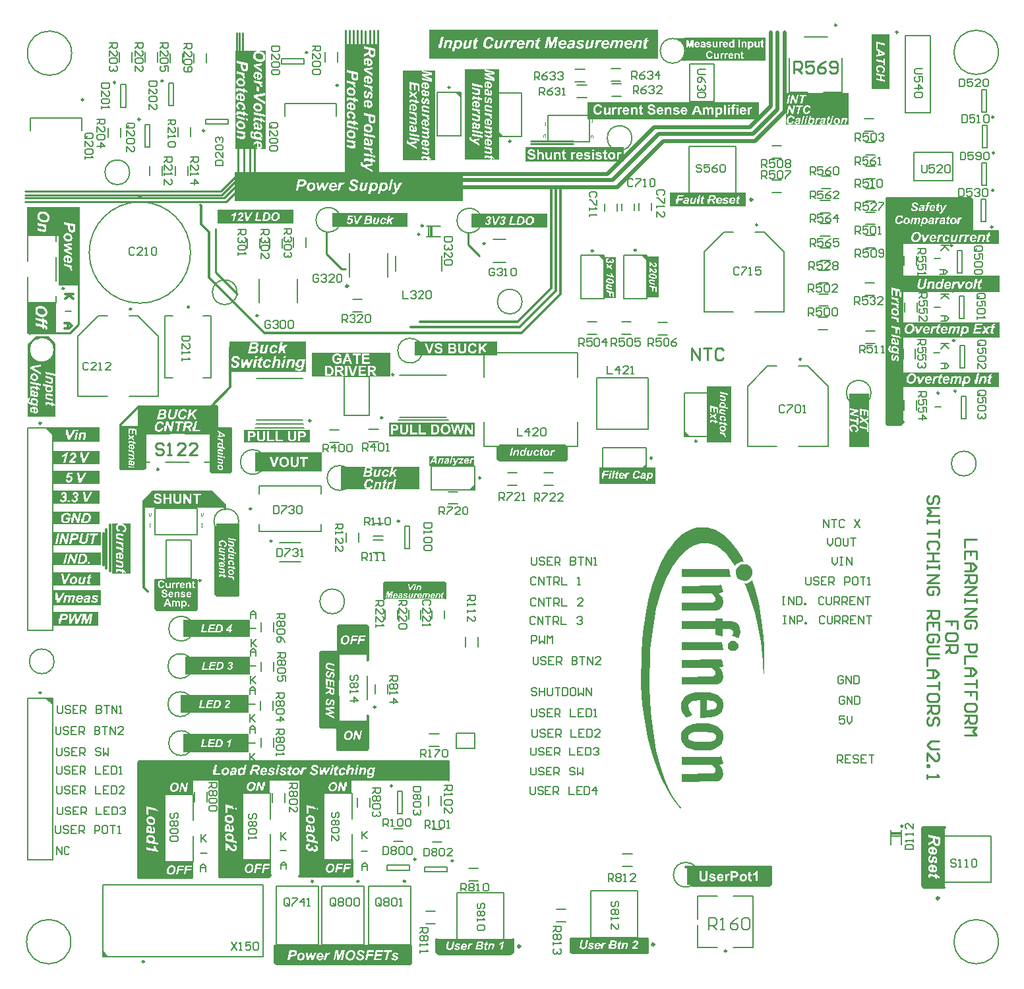
<source format=gto>
G04*
G04 #@! TF.GenerationSoftware,Altium Limited,Altium Designer,22.2.1 (43)*
G04*
G04 Layer_Color=16777215*
%FSLAX25Y25*%
%MOIN*%
G70*
G04*
G04 #@! TF.SameCoordinates,B3CF93AD-5C46-479A-8AA0-F490141B64D1*
G04*
G04*
G04 #@! TF.FilePolarity,Positive*
G04*
G01*
G75*
%ADD10C,0.00984*%
%ADD11C,0.01181*%
%ADD12C,0.00787*%
%ADD13C,0.01000*%
%ADD14C,0.01968*%
%ADD15C,0.00394*%
G36*
X348413Y220156D02*
X350718Y218936D01*
X353701Y216766D01*
X357226Y213376D01*
X359938Y209851D01*
X362379Y205919D01*
X363328Y204021D01*
X361701Y203749D01*
X360481Y203207D01*
X359260Y202393D01*
X358989Y201851D01*
X358582Y201987D01*
X358311Y202665D01*
X355599Y206326D01*
X354108Y208088D01*
X352888Y209309D01*
X351938Y210122D01*
X349362Y211885D01*
X346921Y212970D01*
X345159Y213376D01*
X341362Y213105D01*
X339057Y212427D01*
X337430Y211749D01*
X335803Y210800D01*
X334447Y209851D01*
X333226Y208902D01*
X331735Y207546D01*
X330108Y205648D01*
X328345Y203343D01*
X327125Y201444D01*
X325362Y198326D01*
X323871Y195207D01*
X322786Y192631D01*
X321159Y188156D01*
X319803Y183410D01*
X318989Y180156D01*
X318040Y175546D01*
X316684Y166732D01*
X316006Y159546D01*
X315730Y155027D01*
X315532Y145715D01*
X315464Y139885D01*
X316142Y127953D01*
X317362Y117648D01*
X318989Y108698D01*
X320887Y101105D01*
X322921Y94868D01*
X325226Y89309D01*
X326989Y85919D01*
X329701Y81716D01*
X331464Y79546D01*
X331599Y79139D01*
X331057Y79275D01*
X330243Y80088D01*
X329159Y81444D01*
X327938Y83071D01*
X325769Y86326D01*
X323735Y89987D01*
X321430Y94326D01*
X319803Y98122D01*
X316820Y106529D01*
X314515Y115343D01*
X313023Y123207D01*
X311938Y131478D01*
X311260Y141105D01*
X311396Y158190D01*
X312210Y168359D01*
X313430Y177038D01*
X314921Y184495D01*
X316955Y192088D01*
X319125Y198326D01*
X321294Y203343D01*
X322786Y206190D01*
X324549Y209173D01*
X326040Y211343D01*
X327057Y212631D01*
X328752Y214732D01*
X330650Y216631D01*
X332142Y217851D01*
X333769Y218936D01*
X337023Y220563D01*
X339464Y221241D01*
X344887D01*
X348413Y220156D01*
D02*
G37*
G36*
X356413Y196292D02*
X332006D01*
Y200360D01*
X356006D01*
X356413Y196292D01*
D02*
G37*
G36*
X366447Y201444D02*
X367260Y200224D01*
X367532Y199410D01*
Y197512D01*
X366989Y196292D01*
X366176Y195207D01*
X365091Y194529D01*
X364142Y194258D01*
X361972Y194393D01*
X360616Y195207D01*
X359803Y196021D01*
X359125Y197783D01*
X359260Y199682D01*
X359938Y201038D01*
X360888Y201987D01*
X361972Y202529D01*
X364684D01*
X366447Y201444D01*
D02*
G37*
G36*
X352888Y188427D02*
X350582Y187885D01*
X351260Y187343D01*
X352345Y185580D01*
X352752Y183953D01*
Y182732D01*
X352209Y181105D01*
X351260Y180021D01*
X350582Y179614D01*
X348955Y179207D01*
X332006D01*
Y183139D01*
X347599Y183275D01*
X348549Y183817D01*
X348820Y184360D01*
X348684Y185715D01*
X347735Y187071D01*
X347057Y187749D01*
X332006D01*
Y191682D01*
X349904Y191817D01*
X351938Y192224D01*
X352888Y188427D01*
D02*
G37*
G36*
X352345Y173919D02*
X357091D01*
X359260Y173105D01*
X360481Y172156D01*
X361294Y170529D01*
X361430Y167953D01*
X360888Y166054D01*
X360481Y165376D01*
X358854Y165783D01*
X357226Y166461D01*
X357769Y167410D01*
Y168902D01*
X357498Y169309D01*
X356277Y169851D01*
X352345D01*
Y166190D01*
X348820Y166868D01*
Y169851D01*
X332006D01*
Y173919D01*
X348820D01*
Y175275D01*
X352345D01*
Y173919D01*
D02*
G37*
G36*
X352752Y159139D02*
X332006D01*
Y163207D01*
X352209D01*
X352752Y159139D01*
D02*
G37*
G36*
X358718Y163749D02*
X359938Y162800D01*
X360345Y161851D01*
Y160631D01*
X359667Y159410D01*
X358718Y158732D01*
X356684Y158732D01*
X355599Y159546D01*
X355193Y160224D01*
Y162258D01*
X356142Y163478D01*
X356955Y163885D01*
X358718Y163749D01*
D02*
G37*
G36*
X368752Y190597D02*
X370786Y182732D01*
X372277Y173919D01*
X373091Y165919D01*
X373362Y161444D01*
Y148563D01*
X373091Y145580D01*
X372820Y153580D01*
X371735Y163614D01*
X369837Y173512D01*
X368345Y179207D01*
X366040Y186258D01*
X364142Y191410D01*
X363464Y192902D01*
X364955Y193037D01*
X366582Y193851D01*
X367396Y194529D01*
X368752Y190597D01*
D02*
G37*
G36*
X352345Y153309D02*
X352888Y151004D01*
X351532Y150597D01*
X350718Y150461D01*
X351803Y149105D01*
X352481Y147749D01*
X352752Y145309D01*
X352209Y143682D01*
X351260Y142597D01*
X349769Y141919D01*
X332006Y141783D01*
Y145715D01*
X347599Y145851D01*
X348549Y146394D01*
X348820Y146936D01*
X348684Y148292D01*
X347735Y149648D01*
X346921Y150326D01*
X332006D01*
Y154258D01*
X350040Y154393D01*
X351803Y154665D01*
X352345Y153309D01*
D02*
G37*
G36*
X348277Y137309D02*
X349904Y136495D01*
X351803Y134868D01*
X352481Y133783D01*
X352888Y132292D01*
Y131607D01*
X349419D01*
X349362Y132292D01*
X348955Y132834D01*
X347599Y133512D01*
X344345Y133919D01*
Y128902D01*
X347599Y129173D01*
X348549Y129580D01*
X349091Y129987D01*
X349498Y130800D01*
X349419Y131596D01*
X352888D01*
Y130394D01*
X352209Y128359D01*
X350718Y126732D01*
X349091Y125783D01*
X346650Y125105D01*
X341091Y124834D01*
Y133919D01*
X337972Y133648D01*
X336616Y133105D01*
X335667Y132156D01*
X335260Y131207D01*
X335396Y129173D01*
X336481Y127410D01*
X337159Y126868D01*
Y126597D01*
X335532Y125648D01*
X334176Y125105D01*
X333091Y126190D01*
X332142Y127682D01*
X331599Y129309D01*
Y132427D01*
X332413Y134326D01*
X333633Y135817D01*
X336210Y137309D01*
X338921Y137987D01*
X345701D01*
X348277Y137309D01*
D02*
G37*
G36*
X345430Y122122D02*
X348413Y121309D01*
X349769Y120631D01*
X351532Y119275D01*
X352481Y117783D01*
X352888Y116292D01*
Y114393D01*
X352209Y112359D01*
X350854Y110732D01*
X348955Y109512D01*
X346515Y108698D01*
X344752Y108427D01*
X338786Y108563D01*
X335532Y109512D01*
X334650Y110055D01*
X332820Y111410D01*
X331871Y112902D01*
X331464Y114529D01*
X331523Y115661D01*
X331599Y117105D01*
X332548Y119004D01*
X333769Y120224D01*
X335125Y121037D01*
X337565Y121851D01*
X340142Y122258D01*
X345430Y122122D01*
D02*
G37*
G36*
X352888Y101919D02*
X350718Y101376D01*
X351938Y99749D01*
X352481Y98665D01*
X352752Y96224D01*
X352209Y94597D01*
X351125Y93376D01*
X349904Y92834D01*
X332006Y92699D01*
Y96631D01*
X347735Y96766D01*
X348684Y97444D01*
Y99207D01*
X347193Y101105D01*
X332006D01*
Y105173D01*
X350311Y105309D01*
X351938Y105580D01*
X352888Y101919D01*
D02*
G37*
G36*
X169472Y400792D02*
D01*
Y465394D01*
X177965D01*
Y400792D01*
X221263D01*
Y386215D01*
X105908D01*
Y400792D01*
X161420D01*
Y465394D01*
X169472D01*
Y400792D01*
D02*
G37*
G36*
X112992Y107480D02*
X79921D01*
Y116773D01*
X112992D01*
Y107480D01*
D02*
G37*
G36*
X90029Y232228D02*
X63521D01*
Y239415D01*
X90029D01*
Y232228D01*
D02*
G37*
G36*
X173142Y157305D02*
X158661D01*
Y123228D01*
X173055D01*
Y109055D01*
X158268D01*
Y119685D01*
X149606D01*
Y157874D01*
X158355D01*
Y171478D01*
X173142D01*
Y157305D01*
D02*
G37*
G36*
X38189Y212151D02*
X13782D01*
Y218844D01*
X38189D01*
Y212151D01*
D02*
G37*
G36*
X314173Y6693D02*
X275984D01*
Y13780D01*
X314173D01*
Y6693D01*
D02*
G37*
G36*
X37405Y243124D02*
X13782D01*
Y249838D01*
X37405D01*
Y243124D01*
D02*
G37*
G36*
X273231Y255507D02*
X239373D01*
Y263381D01*
X273231D01*
Y255507D01*
D02*
G37*
G36*
X238441Y308332D02*
X196998D01*
Y315280D01*
X238441D01*
Y308332D01*
D02*
G37*
G36*
X194882Y394D02*
X126378D01*
Y9585D01*
X194882D01*
Y394D01*
D02*
G37*
G36*
X214173Y93307D02*
X164878D01*
Y87008D01*
X151272D01*
Y53022D01*
X165236D01*
Y45053D01*
X151272D01*
Y44882D01*
X138583D01*
Y93307D01*
X150878D01*
X123540D01*
Y87008D01*
X110236D01*
Y44882D01*
X97638D01*
Y93307D01*
X84694D01*
Y86221D01*
X70917D01*
Y52063D01*
X84866D01*
Y44094D01*
X70866D01*
Y44094D01*
X57480D01*
Y93307D01*
X57480D01*
Y102498D01*
X214173D01*
Y93307D01*
D02*
G37*
G36*
X478136Y379911D02*
Y371649D01*
X492129D01*
Y364562D01*
X443704D01*
Y371495D01*
D01*
Y348420D01*
X492519D01*
Y340153D01*
X443704D01*
Y324880D01*
X492523D01*
Y317318D01*
X443704D01*
Y299683D01*
X492129D01*
Y292121D01*
X443704D01*
Y273586D01*
X435436D01*
Y371495D01*
X435256D01*
Y379911D01*
Y387550D01*
X478136D01*
Y379911D01*
D02*
G37*
G36*
X141735Y309111D02*
D01*
Y299995D01*
X103153D01*
Y309111D01*
D01*
Y315359D01*
X141735D01*
Y309111D01*
D02*
G37*
G36*
X37405Y253208D02*
X13782D01*
Y259901D01*
X37405D01*
Y253208D01*
D02*
G37*
G36*
X27562Y343575D02*
X16932D01*
Y368641D01*
X790D01*
Y383066D01*
X16932D01*
Y383066D01*
X27562D01*
Y343575D01*
D02*
G37*
G36*
X113386Y146850D02*
X80709D01*
Y155825D01*
X113386D01*
Y146850D01*
D02*
G37*
G36*
X86578Y190568D02*
Y185892D01*
Y179713D01*
X66184D01*
Y185892D01*
Y190568D01*
Y195080D01*
X86578D01*
Y190568D01*
D02*
G37*
G36*
X464950Y69685D02*
Y39764D01*
X453937D01*
Y69685D01*
X464950D01*
D02*
G37*
G36*
X376616Y40637D02*
X334408D01*
Y49127D01*
X376616D01*
Y40637D01*
D02*
G37*
G36*
X38189Y202211D02*
X13782D01*
Y208531D01*
X38189D01*
Y202211D01*
D02*
G37*
G36*
X364176Y383460D02*
X325987D01*
Y390546D01*
X364176D01*
Y383460D01*
D02*
G37*
G36*
X15357Y319120D02*
X790D01*
Y335252D01*
X15357D01*
Y319120D01*
D02*
G37*
G36*
X37405Y233184D02*
X13782D01*
Y239927D01*
X37405D01*
Y233184D01*
D02*
G37*
G36*
X246457Y6299D02*
X208268D01*
Y13386D01*
X246457D01*
Y6299D01*
D02*
G37*
G36*
X51042Y223228D02*
X53150D01*
Y198034D01*
X43701D01*
Y223228D01*
X45808D01*
D01*
X47988D01*
X47791Y223221D01*
X47616Y223206D01*
X47441Y223177D01*
X47288Y223148D01*
X47142Y223112D01*
X47004Y223068D01*
X46887Y223017D01*
X46778Y222966D01*
X46683Y222922D01*
X46595Y222871D01*
X46523Y222827D01*
X46464Y222791D01*
X46420Y222762D01*
X46391Y222733D01*
X46369Y222718D01*
X46362Y222711D01*
X46267Y222609D01*
X46180Y222499D01*
X46107Y222383D01*
X46041Y222259D01*
X45990Y222142D01*
X45947Y222018D01*
X45910Y221902D01*
X45881Y221785D01*
X45852Y221683D01*
X45837Y221581D01*
X45823Y221493D01*
X45815Y221413D01*
Y221347D01*
X45808Y221304D01*
Y221260D01*
X45815Y221107D01*
X45830Y220961D01*
X45852Y220823D01*
X45881Y220691D01*
X45910Y220567D01*
X45947Y220451D01*
X45990Y220341D01*
X46034Y220239D01*
X46071Y220152D01*
X46114Y220064D01*
X46151Y219999D01*
X46187Y219941D01*
X46209Y219889D01*
X46231Y219860D01*
X46246Y219839D01*
X46253Y219831D01*
X46340Y219722D01*
X46435Y219613D01*
X46646Y219430D01*
X46858Y219270D01*
X47069Y219139D01*
X47164Y219080D01*
X47259Y219037D01*
X47339Y219000D01*
X47412Y218964D01*
X47470Y218934D01*
X47514Y218920D01*
X47543Y218905D01*
X47550D01*
X47711Y219955D01*
X47528Y220028D01*
X47368Y220101D01*
X47237Y220188D01*
X47128Y220269D01*
X47040Y220341D01*
X46982Y220400D01*
X46945Y220444D01*
X46931Y220451D01*
Y220458D01*
X46843Y220589D01*
X46785Y220713D01*
X46741Y220837D01*
X46705Y220954D01*
X46690Y221049D01*
X46683Y221129D01*
X46676Y221158D01*
Y221194D01*
X46683Y221275D01*
X46690Y221347D01*
X46727Y221486D01*
X46778Y221610D01*
X46843Y221719D01*
X46902Y221799D01*
X46953Y221865D01*
X46989Y221902D01*
X47004Y221916D01*
X47142Y222011D01*
X47295Y222084D01*
X47448Y222128D01*
X47601Y222164D01*
X47733Y222186D01*
X47791Y222193D01*
X47842D01*
X47886Y222200D01*
X47915D01*
X47937D01*
X47944D01*
X48148Y222193D01*
X48352Y222164D01*
X48542Y222128D01*
X48709Y222091D01*
X48782Y222069D01*
X48848Y222047D01*
X48906Y222033D01*
X48957Y222018D01*
X49001Y222004D01*
X49030Y221989D01*
X49045Y221982D01*
X49052D01*
X49249Y221894D01*
X49417Y221792D01*
X49562Y221690D01*
X49672Y221595D01*
X49767Y221515D01*
X49825Y221442D01*
X49861Y221399D01*
X49876Y221391D01*
Y221384D01*
X49963Y221246D01*
X50029Y221100D01*
X50080Y220968D01*
X50109Y220845D01*
X50131Y220735D01*
X50138Y220655D01*
X50146Y220626D01*
Y220582D01*
X50138Y220444D01*
X50116Y220320D01*
X50080Y220210D01*
X50044Y220123D01*
X50007Y220050D01*
X49971Y219999D01*
X49949Y219962D01*
X49942Y219955D01*
X49861Y219875D01*
X49759Y219809D01*
X49657Y219751D01*
X49548Y219707D01*
X49453Y219671D01*
X49380Y219649D01*
X49351Y219642D01*
X49329D01*
X49315Y219634D01*
X49307D01*
X49402Y218643D01*
D01*
X49541Y218665D01*
X49672Y218694D01*
X49796Y218730D01*
X49912Y218774D01*
X50014Y218825D01*
X50116Y218876D01*
X50204Y218927D01*
X50284Y218978D01*
X50357Y219029D01*
X50423Y219073D01*
X50474Y219124D01*
X50517Y219161D01*
X50554Y219197D01*
X50576Y219219D01*
X50590Y219233D01*
X50598Y219241D01*
X50678Y219336D01*
X50743Y219445D01*
X50802Y219547D01*
X50853Y219664D01*
X50897Y219773D01*
X50933Y219882D01*
X50984Y220094D01*
X51006Y220188D01*
X51020Y220283D01*
X51028Y220363D01*
X51035Y220429D01*
X51042Y220487D01*
Y219613D01*
Y220567D01*
X51035Y220706D01*
X51028Y220837D01*
X50984Y221085D01*
X50918Y221311D01*
X50882Y221420D01*
X50853Y221515D01*
X50816Y221603D01*
X50780Y221683D01*
X50743Y221748D01*
X50714Y221807D01*
X50692Y221850D01*
X50670Y221887D01*
X50663Y221909D01*
X50656Y221916D01*
X50583Y222025D01*
X50503Y222135D01*
X50328Y222332D01*
X50146Y222492D01*
X49971Y222631D01*
X49883Y222689D01*
X49810Y222740D01*
X49737Y222784D01*
X49679Y222820D01*
X49628Y222849D01*
X49592Y222871D01*
X49570Y222878D01*
X49562Y222886D01*
X49424Y222944D01*
X49293Y222995D01*
X49016Y223082D01*
X48753Y223141D01*
X48622Y223170D01*
X48505Y223185D01*
X48396Y223199D01*
X48301Y223206D01*
X48206Y223221D01*
X48134D01*
X48075Y223228D01*
X51042D01*
D01*
D02*
G37*
G36*
X38189Y182042D02*
X13782D01*
Y189523D01*
X38189D01*
Y182042D01*
D02*
G37*
G36*
X124236Y44882D02*
X110236D01*
Y52851D01*
X124236D01*
Y44882D01*
D02*
G37*
G36*
X227136Y267387D02*
X183893D01*
Y274335D01*
X227136D01*
Y267387D01*
D02*
G37*
G36*
X212208Y189428D02*
Y185133D01*
X181499D01*
Y189428D01*
Y193007D01*
X212208D01*
Y189428D01*
D02*
G37*
G36*
X226872Y252362D02*
X204331D01*
Y257262D01*
X226872D01*
Y252362D01*
D02*
G37*
G36*
X416145Y435600D02*
Y430299D01*
X384649D01*
Y435600D01*
Y440843D01*
X416145D01*
Y435600D01*
D02*
G37*
G36*
Y424798D02*
X384649D01*
Y430299D01*
X416145D01*
Y424798D01*
D02*
G37*
G36*
X37795Y191839D02*
X13782D01*
Y198532D01*
X37795D01*
Y191839D01*
D02*
G37*
G36*
X135436Y374798D02*
X97247D01*
Y381885D01*
X135436D01*
Y374798D01*
D02*
G37*
G36*
X96432Y275893D02*
Y271255D01*
X103940D01*
Y249208D01*
X94097D01*
Y268499D01*
X60166D01*
Y250747D01*
X48034D01*
Y271649D01*
X57483D01*
Y275893D01*
X96432D01*
X57483D01*
Y282278D01*
X96432D01*
Y275893D01*
D02*
G37*
G36*
X436831Y442889D02*
X427742D01*
Y470441D01*
X436831D01*
Y442889D01*
D02*
G37*
G36*
X118039Y415260D02*
X118189Y415201D01*
X118324Y415134D01*
X118432Y415076D01*
X118525Y415017D01*
X118583Y414967D01*
X118625Y414933D01*
X118634Y414925D01*
X118726Y414816D01*
X118793Y414707D01*
X118835Y414598D01*
X118868Y414497D01*
X118885Y414414D01*
X118902Y414347D01*
Y414288D01*
X118893Y414162D01*
X118868Y414053D01*
X118826Y413953D01*
X118784Y413877D01*
X118743Y413810D01*
X118701Y413768D01*
X118675Y413735D01*
X118667Y413726D01*
X118567Y413659D01*
X118458Y413609D01*
X118340Y413567D01*
X118231Y413542D01*
X118122Y413525D01*
X118039Y413517D01*
X118005D01*
X117980D01*
X117972D01*
X117963D01*
X117930D01*
X117896D01*
X117863D01*
X117854D01*
Y415302D01*
X118039Y415260D01*
D02*
G37*
G36*
X121663Y412478D02*
X119715D01*
Y412478D01*
X117896D01*
X118055Y412486D01*
X118198Y412495D01*
X118340Y412520D01*
X118466Y412553D01*
X118592Y412587D01*
X118701Y412620D01*
X118801Y412662D01*
X118893Y412704D01*
X118969Y412754D01*
X119044Y412796D01*
X119103Y412830D01*
X119153Y412863D01*
X119187Y412897D01*
X119212Y412922D01*
X119228Y412930D01*
X119237Y412939D01*
X119321Y413031D01*
X119396Y413123D01*
X119455Y413224D01*
X119513Y413324D01*
X119564Y413425D01*
X119597Y413525D01*
X119656Y413726D01*
X119673Y413819D01*
X119690Y413902D01*
X119698Y413978D01*
X119706Y414045D01*
X119715Y414095D01*
Y414171D01*
X119706Y414388D01*
X119673Y414598D01*
X119631Y414791D01*
X119572Y414967D01*
X119505Y415134D01*
X119430Y415285D01*
X119346Y415428D01*
X119262Y415553D01*
X119170Y415662D01*
X119095Y415763D01*
X119011Y415838D01*
X118944Y415914D01*
X118885Y415964D01*
X118843Y415997D01*
X118809Y416022D01*
X118801Y416031D01*
X118675Y416115D01*
X118541Y416190D01*
X118407Y416249D01*
X118273Y416307D01*
X118139Y416349D01*
X118013Y416391D01*
X117779Y416450D01*
X117670Y416467D01*
X117569Y416483D01*
X117477Y416492D01*
X117402Y416500D01*
X117343Y416509D01*
X117259D01*
X117100Y416500D01*
X116949Y416483D01*
X116798Y416458D01*
X116664Y416425D01*
X116539Y416383D01*
X116421Y416341D01*
X116321Y416291D01*
X116220Y416240D01*
X116136Y416198D01*
X116061Y416148D01*
X115994Y416106D01*
X115944Y416064D01*
X115902Y416031D01*
X115868Y416006D01*
X115851Y415989D01*
X115843Y415981D01*
X115751Y415880D01*
X115667Y415771D01*
X115592Y415654D01*
X115533Y415545D01*
X115483Y415428D01*
X115441Y415310D01*
X115374Y415092D01*
X115349Y414992D01*
X115332Y414900D01*
X115323Y414816D01*
X115315Y414740D01*
X115307Y414682D01*
Y414598D01*
X115323Y414372D01*
X115357Y414171D01*
X115399Y413978D01*
X115457Y413819D01*
X115516Y413676D01*
X115541Y413626D01*
X115558Y413576D01*
X115583Y413542D01*
X115592Y413517D01*
X115608Y413500D01*
Y413492D01*
X115734Y413316D01*
X115885Y413157D01*
X116036Y413014D01*
X116187Y412897D01*
X116329Y412813D01*
X116388Y412771D01*
X116438Y412746D01*
X116480Y412721D01*
X116513Y412704D01*
X116530Y412687D01*
X116539D01*
X116706Y413701D01*
X116606Y413760D01*
X116513Y413827D01*
X116438Y413902D01*
X116371Y413978D01*
X116312Y414045D01*
X116262Y414120D01*
X116220Y414196D01*
X116195Y414263D01*
X116153Y414388D01*
X116136Y414447D01*
X116128Y414497D01*
X116120Y414531D01*
Y414590D01*
X116128Y414715D01*
X116162Y414833D01*
X116203Y414933D01*
X116245Y415017D01*
X116296Y415092D01*
X116329Y415143D01*
X116363Y415176D01*
X116371Y415184D01*
X116472Y415260D01*
X116589Y415319D01*
X116698Y415360D01*
X116807Y415386D01*
X116907Y415402D01*
X116983Y415419D01*
X117033D01*
X117041D01*
X117050D01*
X117083D01*
X117117Y415411D01*
X117150D01*
X117159D01*
Y412562D01*
X117410Y412511D01*
X117536Y412495D01*
X117653Y412486D01*
X117745Y412478D01*
X115307D01*
Y412478D01*
X106299D01*
Y462205D01*
X121663D01*
Y412478D01*
D02*
G37*
G36*
X37405Y264450D02*
X13782D01*
Y271856D01*
X37405D01*
Y264450D01*
D02*
G37*
G36*
X370689Y427701D02*
X284042D01*
Y436060D01*
X370689D01*
Y427701D01*
D02*
G37*
G36*
X374019Y462908D02*
Y457227D01*
X333254D01*
Y462908D01*
Y468747D01*
X374019D01*
Y462908D01*
D02*
G37*
G36*
X173772Y251076D02*
X173845D01*
X173896Y251069D01*
X173932D01*
X173947Y251061D01*
X173954D01*
X174027Y251039D01*
X174092Y251017D01*
X174143Y250988D01*
X174187Y250959D01*
X174224Y250937D01*
X174246Y250916D01*
X174260Y250901D01*
X174267Y250894D01*
X174304Y250843D01*
X174333Y250792D01*
X174355Y250741D01*
X174369Y250690D01*
X174377Y250646D01*
X174384Y250609D01*
Y250587D01*
Y250580D01*
X174377Y250507D01*
X174362Y250442D01*
X174348Y250376D01*
X174326Y250318D01*
X174296Y250274D01*
X174282Y250237D01*
X174267Y250216D01*
X174260Y250208D01*
X174209Y250150D01*
X174158Y250099D01*
X174100Y250055D01*
X174041Y250019D01*
X173990Y249990D01*
X173947Y249975D01*
X173917Y249968D01*
X173910Y249960D01*
X173808Y249939D01*
X173691Y249917D01*
X173567Y249902D01*
X173444Y249895D01*
X173327D01*
X173276Y249888D01*
X172350D01*
X172598Y251083D01*
X173677D01*
X173772Y251076D01*
D02*
G37*
G36*
X173560Y249006D02*
X173684Y248984D01*
X173793Y248962D01*
X173881Y248933D01*
X173947Y248896D01*
X173990Y248874D01*
X174020Y248852D01*
X174027Y248845D01*
X174092Y248780D01*
X174136Y248714D01*
X174173Y248641D01*
X174195Y248575D01*
X174209Y248517D01*
X174216Y248473D01*
Y248444D01*
Y248430D01*
X174209Y248357D01*
X174195Y248284D01*
X174173Y248218D01*
X174151Y248160D01*
X174129Y248109D01*
X174107Y248072D01*
X174092Y248043D01*
X174085Y248036D01*
X174034Y247970D01*
X173976Y247919D01*
X173917Y247875D01*
X173859Y247839D01*
X173808Y247810D01*
X173772Y247788D01*
X173742Y247781D01*
X173735Y247774D01*
X173691Y247759D01*
X173640Y247744D01*
X173516Y247730D01*
X173378Y247715D01*
X173232Y247701D01*
X173101D01*
X173043Y247693D01*
X171891D01*
X172168Y249013D01*
X173407D01*
X173560Y249006D01*
D02*
G37*
G36*
X186383Y246884D02*
X184962D01*
X185195Y247970D01*
X185873Y248583D01*
X186383Y246884D01*
D02*
G37*
G36*
X183985D02*
Y251929D01*
X185042D01*
X183985Y246884D01*
D02*
G37*
G36*
X188053Y251929D02*
X199289D01*
Y246789D01*
Y240546D01*
X159452D01*
Y246789D01*
Y251929D01*
X170688D01*
Y246884D01*
Y251929D01*
X171745D01*
X170688Y246884D01*
X175412D01*
X173210D01*
X173342Y246891D01*
X173473Y246899D01*
X173589Y246913D01*
X173699Y246928D01*
X173801Y246942D01*
X173896Y246957D01*
X173983Y246972D01*
X174056Y246986D01*
X174122Y247001D01*
X174173Y247015D01*
X174224Y247030D01*
X174260Y247044D01*
X174282Y247052D01*
X174296Y247059D01*
X174304D01*
X174464Y247139D01*
X174610Y247227D01*
X174734Y247322D01*
X174836Y247416D01*
X174916Y247504D01*
X174975Y247577D01*
X174989Y247606D01*
X175004Y247628D01*
X175018Y247635D01*
Y247642D01*
X175106Y247795D01*
X175171Y247948D01*
X175215Y248094D01*
X175251Y248233D01*
X175266Y248342D01*
X175273Y248393D01*
Y248430D01*
X175281Y248466D01*
Y248488D01*
Y248502D01*
Y248510D01*
X175273Y248634D01*
X175244Y248750D01*
X175215Y248852D01*
X175171Y248947D01*
X175135Y249020D01*
X175098Y249078D01*
X175069Y249108D01*
X175062Y249122D01*
X174975Y249217D01*
X174872Y249297D01*
X174770Y249363D01*
X174676Y249414D01*
X174588Y249458D01*
X174515Y249479D01*
X174486Y249487D01*
X174464Y249494D01*
X174457Y249501D01*
X174450D01*
X174625Y249567D01*
X174770Y249640D01*
X174894Y249720D01*
X174996Y249793D01*
X175069Y249866D01*
X175128Y249917D01*
X175164Y249953D01*
X175171Y249968D01*
X175251Y250092D01*
X175310Y250216D01*
X175354Y250340D01*
X175383Y250449D01*
X175397Y250551D01*
X175412Y250624D01*
Y250697D01*
X175405Y250813D01*
X175390Y250916D01*
X175368Y251017D01*
X175346Y251098D01*
X175317Y251171D01*
X175295Y251222D01*
X175281Y251251D01*
X175273Y251265D01*
X175222Y251360D01*
X175157Y251440D01*
X175091Y251513D01*
X175025Y251572D01*
X174967Y251615D01*
X174924Y251652D01*
X174894Y251674D01*
X174880Y251681D01*
X174778Y251739D01*
X174676Y251783D01*
X174566Y251819D01*
X174471Y251849D01*
X174384Y251870D01*
X174318Y251885D01*
X174267Y251892D01*
X174253D01*
X174209Y251900D01*
X174151Y251907D01*
X174034Y251914D01*
X173903Y251922D01*
X173772D01*
X173655Y251929D01*
X175412D01*
D01*
X183985D01*
Y246884D01*
X188053Y246884D01*
D01*
X187375Y246884D01*
X186580Y249224D01*
X188053Y250544D01*
X186770Y250544D01*
X185472Y249297D01*
X186019Y251929D01*
X188053Y251929D01*
Y251929D01*
D02*
G37*
G36*
X320275Y337402D02*
X314173D01*
Y358268D01*
X320275D01*
Y337402D01*
D02*
G37*
G36*
X302362Y406241D02*
X252756D01*
Y413444D01*
X302362D01*
Y406241D01*
D02*
G37*
G36*
X149967Y249447D02*
X116174D01*
Y259215D01*
X149967D01*
Y249447D01*
D02*
G37*
G36*
X143927Y264064D02*
X110409D01*
Y270571D01*
X143927D01*
Y264064D01*
D02*
G37*
G36*
X207168Y406778D02*
X205273D01*
Y406778D01*
X204012D01*
Y407383D01*
X205273Y407128D01*
X204595Y408250D01*
X204012Y408367D01*
Y408848D01*
X203275Y409001D01*
Y408513D01*
X201803Y408826D01*
X201694Y408848D01*
X201591Y408870D01*
X201504Y408885D01*
X201424Y408899D01*
X201351Y408914D01*
X201285Y408928D01*
X201234Y408936D01*
X201183Y408943D01*
X201110Y408950D01*
X201059Y408957D01*
X201030D01*
X201023D01*
X200892Y408950D01*
X200782Y408921D01*
X200680Y408885D01*
X200600Y408841D01*
X200542Y408797D01*
X200491Y408761D01*
X200461Y408732D01*
X200454Y408724D01*
X200389Y408622D01*
X200338Y408506D01*
X200308Y408374D01*
X200279Y408250D01*
X200265Y408134D01*
Y408090D01*
X200257Y408046D01*
Y407959D01*
X200265Y407762D01*
X200279Y407675D01*
X200287Y407594D01*
X200301Y407529D01*
X200308Y407478D01*
X200316Y407448D01*
Y407434D01*
X201045Y407281D01*
X201037Y407368D01*
X201030Y407441D01*
X201023Y407500D01*
Y407543D01*
X201015Y407572D01*
Y407675D01*
X201023Y407733D01*
X201037Y407784D01*
X201052Y407820D01*
X201059Y407842D01*
X201074Y407864D01*
X201081Y407871D01*
Y407879D01*
X201139Y407915D01*
X201190Y407937D01*
X201241Y407944D01*
X201249D01*
X201256D01*
X201271D01*
X201292Y407937D01*
X201358Y407930D01*
X201431Y407915D01*
X201519Y407900D01*
X201599Y407886D01*
X201664Y407871D01*
X201694Y407864D01*
X201715Y407857D01*
X201723D01*
X201730D01*
X203275Y407536D01*
Y406931D01*
X204012Y406778D01*
X200257D01*
Y406771D01*
X190945D01*
Y452362D01*
X200257D01*
Y452369D01*
X207168D01*
Y406778D01*
D02*
G37*
G36*
X37008Y171526D02*
X13782D01*
Y178483D01*
X37008D01*
Y171526D01*
D02*
G37*
G36*
X298622Y337126D02*
X292520D01*
Y357992D01*
X298622D01*
Y337126D01*
D02*
G37*
G36*
X350994Y292520D02*
X356693D01*
Y264173D01*
X350994D01*
X344488D01*
Y292520D01*
X350994D01*
D02*
G37*
G36*
X112992Y127559D02*
X78347D01*
Y136458D01*
X112992D01*
Y127559D01*
D02*
G37*
G36*
X107842Y187397D02*
X96460D01*
Y223223D01*
X107842D01*
Y187397D01*
D02*
G37*
G36*
X193310Y373223D02*
X155121D01*
Y380310D01*
X193310D01*
Y373223D01*
D02*
G37*
G36*
X426381Y261806D02*
X421969D01*
Y261806D01*
X416538D01*
Y288971D01*
X421969D01*
Y288971D01*
X426381D01*
Y261806D01*
D02*
G37*
G36*
X263783Y372830D02*
X225593D01*
Y379916D01*
X263783D01*
Y372830D01*
D02*
G37*
G36*
X319688Y458263D02*
X204334D01*
Y472839D01*
X319688D01*
Y458263D01*
D02*
G37*
G36*
X113386Y165748D02*
X79921D01*
Y174624D01*
X113386D01*
Y165748D01*
D02*
G37*
G36*
X318504Y243307D02*
X290158D01*
Y251575D01*
X318504D01*
Y243307D01*
D02*
G37*
G36*
X37402Y222812D02*
X13782D01*
Y229227D01*
X37402D01*
Y222812D01*
D02*
G37*
G36*
X234437Y445670D02*
X234569Y445619D01*
X234685Y445561D01*
X234780Y445510D01*
X234860Y445459D01*
X234911Y445415D01*
X234948Y445386D01*
X234955Y445378D01*
X235035Y445284D01*
X235093Y445189D01*
X235130Y445094D01*
X235159Y445007D01*
X235174Y444934D01*
X235188Y444875D01*
Y444824D01*
X235181Y444715D01*
X235159Y444620D01*
X235123Y444533D01*
X235086Y444467D01*
X235050Y444409D01*
X235013Y444372D01*
X234991Y444343D01*
X234984Y444336D01*
X234897Y444278D01*
X234802Y444234D01*
X234700Y444198D01*
X234605Y444176D01*
X234510Y444161D01*
X234437Y444154D01*
X234408D01*
X234386D01*
X234379D01*
X234372D01*
X234343D01*
X234313D01*
X234284D01*
X234277D01*
Y445707D01*
X234437Y445670D01*
D02*
G37*
G36*
X233635Y445801D02*
X233665D01*
X233672D01*
Y443323D01*
X233891Y443279D01*
X234000Y443264D01*
X234102Y443257D01*
X234182Y443250D01*
X232061D01*
Y445094D01*
X232075Y444897D01*
X232104Y444722D01*
X232141Y444555D01*
X232192Y444416D01*
X232243Y444292D01*
X232265Y444248D01*
X232279Y444205D01*
X232301Y444176D01*
X232309Y444154D01*
X232323Y444139D01*
Y444132D01*
X232433Y443979D01*
X232564Y443840D01*
X232695Y443716D01*
X232826Y443614D01*
X232950Y443541D01*
X233001Y443505D01*
X233045Y443483D01*
X233081Y443461D01*
X233111Y443447D01*
X233125Y443432D01*
X233132D01*
X233278Y444314D01*
X233191Y444365D01*
X233111Y444423D01*
X233045Y444489D01*
X232987Y444555D01*
X232936Y444613D01*
X232892Y444679D01*
X232855Y444744D01*
X232834Y444803D01*
X232797Y444912D01*
X232783Y444963D01*
X232775Y445007D01*
X232768Y445036D01*
Y445087D01*
X232775Y445196D01*
X232804Y445298D01*
X232841Y445386D01*
X232877Y445459D01*
X232921Y445524D01*
X232950Y445568D01*
X232979Y445597D01*
X232987Y445604D01*
X233074Y445670D01*
X233176Y445721D01*
X233271Y445757D01*
X233366Y445779D01*
X233453Y445794D01*
X233519Y445809D01*
X233562D01*
X233570D01*
X233577D01*
X233606D01*
X233635Y445801D01*
D02*
G37*
G36*
X233285Y441996D02*
X233351Y441981D01*
X233409Y441952D01*
X233460Y441923D01*
X233497Y441894D01*
X233526Y441865D01*
X233541Y441850D01*
X233548Y441843D01*
X233577Y441792D01*
X233606Y441733D01*
X233635Y441668D01*
X233665Y441595D01*
X233708Y441434D01*
X233745Y441274D01*
X233774Y441121D01*
X233788Y441055D01*
X233796Y440990D01*
X233803Y440946D01*
Y440902D01*
X233810Y440880D01*
Y440873D01*
X233825Y440771D01*
X233847Y440698D01*
X233854Y440669D01*
Y440647D01*
X233861Y440640D01*
Y440633D01*
X233723Y440662D01*
X233599Y440691D01*
X233490Y440720D01*
X233395Y440749D01*
X233322Y440778D01*
X233264Y440800D01*
X233227Y440822D01*
X233198Y440830D01*
X233191Y440837D01*
X233125Y440873D01*
X233074Y440924D01*
X233023Y440975D01*
X232987Y441019D01*
X232950Y441063D01*
X232928Y441099D01*
X232914Y441128D01*
X232906Y441136D01*
X232870Y441209D01*
X232848Y441282D01*
X232826Y441354D01*
X232819Y441420D01*
X232812Y441471D01*
X232804Y441515D01*
Y441551D01*
X232812Y441624D01*
X232826Y441690D01*
X232841Y441748D01*
X232863Y441792D01*
X232885Y441828D01*
X232906Y441857D01*
X232914Y441872D01*
X232921Y441879D01*
X232965Y441923D01*
X233016Y441952D01*
X233067Y441974D01*
X233111Y441989D01*
X233154Y441996D01*
X233183Y442003D01*
X233205D01*
X233213D01*
X233285Y441996D01*
D02*
G37*
G36*
X235895Y439488D02*
X234991D01*
X235064Y439503D01*
X235195Y439539D01*
X235312Y439598D01*
X235414Y439656D01*
X235502Y439721D01*
X235560Y439780D01*
X235596Y439816D01*
X235611Y439823D01*
Y439831D01*
X235662Y439896D01*
X235706Y439969D01*
X235779Y440137D01*
X235830Y440305D01*
X235859Y440480D01*
X235881Y440633D01*
X235888Y440698D01*
Y440757D01*
X235895Y440808D01*
Y439488D01*
D02*
G37*
G36*
X232068Y441777D02*
X232083Y441675D01*
X232104Y441580D01*
X232126Y441493D01*
X232148Y441420D01*
X232170Y441369D01*
X232185Y441332D01*
X232192Y441318D01*
X232243Y441216D01*
X232309Y441121D01*
X232367Y441034D01*
X232425Y440961D01*
X232484Y440902D01*
X232527Y440851D01*
X232557Y440822D01*
X232564Y440815D01*
X232411Y440800D01*
X232345Y440786D01*
X232279Y440778D01*
X232228Y440764D01*
X232192Y440749D01*
X232163Y440742D01*
X232156D01*
Y439787D01*
X232258Y439816D01*
X232360Y439831D01*
X232447Y439845D01*
X232520Y439860D01*
X232586D01*
X232629Y439867D01*
X232666D01*
X232673D01*
X232724D01*
X232790Y439860D01*
X232928Y439845D01*
X233074Y439823D01*
X233227Y439794D01*
X233366Y439772D01*
X233424Y439758D01*
X233482Y439751D01*
X233526Y439743D01*
X233555Y439736D01*
X233577Y439729D01*
X233584D01*
X233723Y439700D01*
X233854Y439670D01*
X233971Y439641D01*
X234073Y439619D01*
X234160Y439605D01*
X234241Y439590D01*
X234313Y439576D01*
X234372Y439561D01*
X234423Y439554D01*
X234459Y439539D01*
X234496D01*
X234518Y439532D01*
X234554Y439525D01*
X234561D01*
X234700Y439503D01*
X234758Y439495D01*
X234809D01*
X234853Y439488D01*
X232061D01*
Y441887D01*
X232068Y441777D01*
D02*
G37*
G36*
X239673Y407171D02*
X237076D01*
Y407171D01*
X235815D01*
Y407777D01*
X237076Y407521D01*
X236398Y408644D01*
X235815Y408761D01*
Y409242D01*
X235079Y409395D01*
Y408907D01*
X233606Y409220D01*
X233497Y409242D01*
X233395Y409264D01*
X233307Y409278D01*
X233227Y409293D01*
X233154Y409307D01*
X233089Y409322D01*
X233038Y409329D01*
X232987Y409337D01*
X232914Y409344D01*
X232863Y409351D01*
X232834D01*
X232826D01*
X232695Y409344D01*
X232586Y409315D01*
X232484Y409278D01*
X232403Y409235D01*
X232345Y409191D01*
X232294Y409154D01*
X232265Y409125D01*
X232258Y409118D01*
X232192Y409016D01*
X232141Y408899D01*
X232112Y408768D01*
X232083Y408644D01*
X232068Y408528D01*
Y408484D01*
X232061Y408440D01*
Y409395D01*
X232061D01*
Y414243D01*
X235895D01*
Y417749D01*
Y415715D01*
X235888Y415905D01*
X235859Y416087D01*
X235822Y416255D01*
X235771Y416408D01*
X235713Y416554D01*
X235648Y416685D01*
X235575Y416809D01*
X235502Y416918D01*
X235421Y417013D01*
X235356Y417100D01*
X235283Y417166D01*
X235225Y417232D01*
X235174Y417275D01*
X235137Y417305D01*
X235108Y417326D01*
X235101Y417334D01*
X234991Y417407D01*
X234875Y417472D01*
X234758Y417523D01*
X234641Y417574D01*
X234525Y417611D01*
X234416Y417647D01*
X234211Y417698D01*
X234117Y417713D01*
X234029Y417728D01*
X233949Y417735D01*
X233883Y417742D01*
X233832Y417749D01*
X233759D01*
X233621Y417742D01*
X233490Y417728D01*
X233358Y417706D01*
X233242Y417676D01*
X233132Y417640D01*
X233030Y417603D01*
X232943Y417560D01*
X232855Y417516D01*
X232783Y417480D01*
X232717Y417436D01*
X232659Y417399D01*
X232615Y417363D01*
X232578Y417334D01*
X232549Y417312D01*
X232535Y417297D01*
X232527Y417290D01*
X232447Y417203D01*
X232374Y417108D01*
X232309Y417006D01*
X232258Y416911D01*
X232214Y416809D01*
X232177Y416707D01*
X232119Y416517D01*
X232097Y416430D01*
X232083Y416350D01*
X232075Y416277D01*
X232068Y416211D01*
X232061Y416160D01*
Y417749D01*
X232061D01*
Y424434D01*
X235895D01*
Y430864D01*
D01*
Y428210D01*
X235888Y428320D01*
X235859Y428429D01*
X235822Y428539D01*
X235771Y428633D01*
X235713Y428735D01*
X235648Y428823D01*
X235502Y428991D01*
X235429Y429063D01*
X235356Y429129D01*
X235290Y429187D01*
X235232Y429238D01*
X235181Y429275D01*
X235144Y429304D01*
X235115Y429319D01*
X235108Y429326D01*
X235815Y429180D01*
Y430099D01*
X232156Y430864D01*
Y429887D01*
X233300Y429647D01*
X233424Y429618D01*
X233548Y429596D01*
X233657Y429566D01*
X233752Y429537D01*
X233847Y429515D01*
X233934Y429494D01*
X234007Y429464D01*
X234073Y429443D01*
X234131Y429428D01*
X234182Y429406D01*
X234226Y429391D01*
X234262Y429377D01*
X234284Y429370D01*
X234306Y429362D01*
X234321Y429355D01*
X234437Y429297D01*
X234539Y429231D01*
X234627Y429158D01*
X234700Y429093D01*
X234751Y429034D01*
X234794Y428991D01*
X234824Y428961D01*
X234831Y428947D01*
X234897Y428845D01*
X234948Y428750D01*
X234977Y428662D01*
X235006Y428582D01*
X235020Y428517D01*
X235028Y428466D01*
Y428422D01*
X235020Y428312D01*
X235006Y428218D01*
X234991Y428181D01*
X234984Y428152D01*
X234977Y428138D01*
Y428130D01*
X235381Y427941D01*
D01*
X235786Y427751D01*
X235822Y427839D01*
X235852Y427926D01*
X235854Y427941D01*
X235866Y428006D01*
X235881Y428072D01*
X235888Y428130D01*
X235895Y428174D01*
Y427941D01*
Y425907D01*
X235888Y426096D01*
X235859Y426279D01*
X235822Y426446D01*
X235771Y426599D01*
X235713Y426745D01*
X235648Y426876D01*
X235575Y427000D01*
X235502Y427110D01*
X235421Y427205D01*
X235356Y427292D01*
X235283Y427357D01*
X235225Y427423D01*
X235174Y427467D01*
X235137Y427496D01*
X235108Y427518D01*
X235101Y427525D01*
X234991Y427598D01*
X234875Y427664D01*
X234758Y427715D01*
X234675Y427751D01*
X234641Y427766D01*
X234525Y427802D01*
X234416Y427839D01*
X234211Y427890D01*
X234117Y427904D01*
X234029Y427919D01*
X233949Y427926D01*
X233883Y427934D01*
X233832Y427941D01*
X233796D01*
X233767D01*
X233759D01*
D01*
X233621Y427934D01*
X233490Y427919D01*
X233358Y427897D01*
X233242Y427868D01*
X233132Y427831D01*
X233030Y427795D01*
X232943Y427751D01*
X232855Y427707D01*
X232783Y427671D01*
X232717Y427627D01*
X232659Y427591D01*
X232615Y427554D01*
X232578Y427525D01*
X232549Y427503D01*
X232535Y427489D01*
X232527Y427482D01*
X232447Y427394D01*
X232374Y427299D01*
X232309Y427197D01*
X232258Y427102D01*
X232214Y427000D01*
X232177Y426898D01*
X232119Y426709D01*
X232097Y426621D01*
X232083Y426541D01*
X232075Y426468D01*
X232068Y426403D01*
X232061Y426351D01*
Y427941D01*
X232061D01*
Y431163D01*
X235815D01*
Y432147D01*
X234066Y432541D01*
X233949Y432570D01*
X233854Y432592D01*
X233767Y432614D01*
X233701Y432635D01*
X233643Y432650D01*
X233606Y432665D01*
X233584Y432672D01*
X233577D01*
X233497Y432701D01*
X233424Y432738D01*
X233366Y432767D01*
X233307Y432796D01*
X233271Y432818D01*
X233235Y432840D01*
X233220Y432847D01*
X233213Y432854D01*
X233118Y432927D01*
X233045Y433000D01*
X233016Y433029D01*
X232994Y433051D01*
X232979Y433066D01*
X232972Y433073D01*
X232906Y433160D01*
X232855Y433233D01*
X232841Y433262D01*
X232826Y433284D01*
X232819Y433299D01*
Y433306D01*
X232790Y433386D01*
X232775Y433459D01*
X232768Y433488D01*
Y433532D01*
X232775Y433591D01*
X232783Y433641D01*
X232804Y433685D01*
X232826Y433729D01*
X232841Y433758D01*
X232863Y433780D01*
X232870Y433795D01*
X232877Y433802D01*
X232921Y433838D01*
X232972Y433860D01*
X233060Y433889D01*
X233096Y433897D01*
X233125Y433904D01*
X233147D01*
X233154D01*
X233205Y433897D01*
X233271Y433889D01*
X233351Y433875D01*
X233431Y433860D01*
X233511Y433846D01*
X233577Y433831D01*
X233621Y433816D01*
X233628D01*
X233635D01*
X235815Y433328D01*
Y434327D01*
X233774Y434786D01*
X233672Y434808D01*
X233577Y434830D01*
X233490Y434844D01*
X233417Y434859D01*
X233344Y434866D01*
X233285Y434881D01*
X233183Y434895D01*
X233103Y434903D01*
X233052Y434910D01*
X235815D01*
X232955D01*
X233016D01*
X232863Y434903D01*
X232724Y434873D01*
X232600Y434837D01*
X232505Y434793D01*
X232425Y434750D01*
X232367Y434713D01*
X232330Y434684D01*
X232316Y434677D01*
X232228Y434582D01*
X232170Y434473D01*
X232126Y434363D01*
X232090Y434261D01*
X232075Y434166D01*
X232068Y434086D01*
X232061Y434057D01*
Y434910D01*
X232061D01*
Y435428D01*
X234933D01*
X232061D01*
Y437359D01*
X232068Y437214D01*
X232075Y437075D01*
X232097Y436951D01*
X232119Y436835D01*
X232148Y436718D01*
X232177Y436623D01*
X232214Y436528D01*
X232250Y436448D01*
X232287Y436375D01*
X232323Y436310D01*
X232352Y436251D01*
X232382Y436208D01*
X232403Y436171D01*
X232425Y436149D01*
X232433Y436135D01*
X232440Y436127D01*
X232513Y436047D01*
X232593Y435982D01*
X232666Y435923D01*
X232746Y435872D01*
X232819Y435828D01*
X232899Y435792D01*
X233038Y435741D01*
X233162Y435705D01*
X233213Y435697D01*
X233256Y435690D01*
X233293Y435683D01*
X233322D01*
X233336D01*
X233344D01*
X233417Y435690D01*
X233490Y435697D01*
X233621Y435734D01*
X233737Y435792D01*
X233840Y435858D01*
X233920Y435923D01*
X233985Y435974D01*
X234022Y436018D01*
X234036Y436025D01*
Y436033D01*
X234073Y436084D01*
X234109Y436142D01*
X234146Y436215D01*
X234182Y436288D01*
X234255Y436448D01*
X234313Y436609D01*
X234364Y436762D01*
X234386Y436827D01*
X234408Y436886D01*
X234423Y436937D01*
X234437Y436973D01*
X234445Y436995D01*
Y437002D01*
X234467Y437090D01*
X234496Y437163D01*
X234518Y437228D01*
X234532Y437287D01*
X234554Y437345D01*
X234569Y437389D01*
X234598Y437462D01*
X234612Y437512D01*
X234627Y437542D01*
X234641Y437556D01*
Y437564D01*
X234678Y437607D01*
X234714Y437636D01*
X234751Y437666D01*
X234787Y437680D01*
X234816Y437687D01*
X234846Y437695D01*
X234860D01*
X234867D01*
X234918Y437687D01*
X234962Y437673D01*
X235035Y437629D01*
X235064Y437607D01*
X235086Y437585D01*
X235093Y437571D01*
X235101Y437564D01*
X235137Y437505D01*
X235166Y437432D01*
X235181Y437359D01*
X235195Y437287D01*
X235203Y437221D01*
X235210Y437163D01*
Y437112D01*
X235203Y436995D01*
X235188Y436893D01*
X235166Y436805D01*
X235144Y436725D01*
X235115Y436667D01*
X235093Y436616D01*
X235079Y436587D01*
X235072Y436579D01*
X235035Y436521D01*
X234984Y436470D01*
X234940Y436426D01*
X234889Y436397D01*
X234846Y436368D01*
X234809Y436353D01*
X234787Y436339D01*
X234780D01*
X234933Y435428D01*
X235093Y435479D01*
X235232Y435544D01*
X235349Y435617D01*
X235451Y435697D01*
X235531Y435770D01*
X235589Y435836D01*
X235618Y435880D01*
X235633Y435887D01*
Y435894D01*
X235677Y435967D01*
X235720Y436040D01*
X235786Y436208D01*
X235830Y436390D01*
X235866Y436557D01*
X235881Y436718D01*
X235888Y436784D01*
Y436842D01*
X235895Y436893D01*
Y435428D01*
Y436973D01*
Y436959D01*
X235888Y437119D01*
X235874Y437272D01*
X235852Y437410D01*
X235830Y437542D01*
X235793Y437666D01*
X235757Y437775D01*
X235713Y437870D01*
X235677Y437964D01*
X235633Y438045D01*
X235589Y438110D01*
X235553Y438169D01*
X235524Y438212D01*
X235494Y438249D01*
X235472Y438278D01*
X235458Y438293D01*
X235451Y438300D01*
X235392Y438358D01*
X235327Y438402D01*
X235203Y438482D01*
X235079Y438540D01*
X234962Y438577D01*
X234860Y438606D01*
X234780Y438613D01*
X234751Y438621D01*
X234729D01*
X234714D01*
X234707D01*
X234627Y438613D01*
X234554Y438606D01*
X234416Y438570D01*
X234292Y438518D01*
X234190Y438453D01*
X234109Y438395D01*
X234051Y438344D01*
X234015Y438307D01*
X234000Y438293D01*
X233971Y438241D01*
X233934Y438183D01*
X233898Y438110D01*
X233854Y438023D01*
X233781Y437841D01*
X233701Y437651D01*
X233635Y437469D01*
X233606Y437389D01*
X233584Y437323D01*
X233562Y437265D01*
X233548Y437214D01*
X233533Y437184D01*
Y437177D01*
X233497Y437060D01*
X233460Y436973D01*
X233424Y436900D01*
X233395Y436842D01*
X233373Y436805D01*
X233358Y436776D01*
X233351Y436769D01*
X233344Y436762D01*
X233285Y436718D01*
X233227Y436696D01*
X233183Y436689D01*
X233176D01*
X233169D01*
X233111Y436696D01*
X233067Y436711D01*
X232987Y436762D01*
X232958Y436791D01*
X232936Y436813D01*
X232921Y436827D01*
X232914Y436835D01*
X232863Y436915D01*
X232826Y437002D01*
X232804Y437097D01*
X232790Y437184D01*
X232775Y437265D01*
X232768Y437323D01*
Y437381D01*
X232775Y437498D01*
X232790Y437600D01*
X232804Y437687D01*
X232834Y437760D01*
X232855Y437819D01*
X232870Y437862D01*
X232885Y437892D01*
X232892Y437899D01*
X232943Y437964D01*
X233009Y438030D01*
X233081Y438081D01*
X233154Y438125D01*
X233220Y438161D01*
X233271Y438191D01*
X233307Y438205D01*
X233322Y438212D01*
X233169Y439167D01*
D01*
X232979Y439102D01*
X232819Y439014D01*
X232673Y438912D01*
X232557Y438817D01*
X232469Y438730D01*
X232396Y438657D01*
X232374Y438628D01*
X232360Y438606D01*
X232345Y438591D01*
Y438584D01*
X232294Y438497D01*
X232250Y438409D01*
X232177Y438212D01*
X232134Y438008D01*
X232097Y437811D01*
X232083Y437717D01*
X232075Y437636D01*
X232068Y437556D01*
Y437491D01*
X232061Y437432D01*
Y439167D01*
X232061D01*
Y439488D01*
X235895D01*
Y442929D01*
D01*
Y440873D01*
X235881Y441114D01*
X235852Y441332D01*
X235830Y441427D01*
X235808Y441515D01*
X235786Y441602D01*
X235757Y441675D01*
X235728Y441741D01*
X235706Y441799D01*
X235684Y441850D01*
X235662Y441894D01*
X235648Y441923D01*
X235633Y441945D01*
X235618Y441959D01*
Y441967D01*
X235509Y442105D01*
X235385Y442229D01*
X235254Y442324D01*
X235137Y442404D01*
X235028Y442462D01*
X234940Y442506D01*
X234904Y442521D01*
X234882Y442528D01*
X234867Y442535D01*
X234860D01*
X234780Y441573D01*
X234846Y441551D01*
X234904Y441522D01*
X234955Y441486D01*
X234999Y441449D01*
X235035Y441420D01*
X235057Y441391D01*
X235072Y441376D01*
X235079Y441369D01*
X235115Y441303D01*
X235144Y441238D01*
X235159Y441165D01*
X235174Y441099D01*
X235181Y441041D01*
X235188Y440990D01*
Y440946D01*
X235181Y440859D01*
X235174Y440778D01*
X235152Y440720D01*
X235137Y440662D01*
X235115Y440618D01*
X235093Y440589D01*
X235086Y440574D01*
X235079Y440567D01*
X235035Y440523D01*
X234991Y440494D01*
X234948Y440465D01*
X234904Y440450D01*
X234867Y440443D01*
X234846Y440436D01*
X234824D01*
X234816D01*
X234765D01*
X234714Y440443D01*
X234605Y440465D01*
X234561Y440480D01*
X234525Y440494D01*
X234496Y440501D01*
X234488D01*
X234474Y440553D01*
X234459Y440611D01*
X234445Y440676D01*
X234430Y440749D01*
X234401Y440902D01*
X234386Y441063D01*
X234364Y441209D01*
X234357Y441274D01*
X234350Y441325D01*
Y441376D01*
X234343Y441413D01*
Y441442D01*
X234328Y441595D01*
X234306Y441733D01*
X234284Y441857D01*
X234255Y441974D01*
X234226Y442083D01*
X234197Y442178D01*
X234160Y442266D01*
X234131Y442339D01*
X234095Y442404D01*
X234066Y442462D01*
X234036Y442506D01*
X234015Y442543D01*
X233993Y442572D01*
X233978Y442594D01*
X233971Y442601D01*
X233963Y442608D01*
X233905Y442667D01*
X233840Y442710D01*
X233701Y442791D01*
X233562Y442849D01*
X233424Y442885D01*
X233307Y442914D01*
X233256Y442922D01*
X233213D01*
X233176Y442929D01*
X233125D01*
X232958Y442914D01*
X232804Y442885D01*
X232673Y442834D01*
X232564Y442783D01*
X232469Y442732D01*
X232403Y442681D01*
X232367Y442652D01*
X232352Y442637D01*
X232258Y442521D01*
X232185Y442397D01*
X232134Y442266D01*
X232097Y442149D01*
X232075Y442047D01*
X232068Y441959D01*
X232061Y441930D01*
Y442929D01*
X232061D01*
Y443250D01*
X235895D01*
X234313D01*
X234452Y443257D01*
X234576Y443264D01*
X234700Y443286D01*
X234809Y443315D01*
X234918Y443344D01*
X235013Y443374D01*
X235101Y443410D01*
X235181Y443447D01*
X235246Y443490D01*
X235312Y443527D01*
X235363Y443556D01*
X235407Y443585D01*
X235436Y443614D01*
X235458Y443636D01*
X235472Y443643D01*
X235480Y443651D01*
X235553Y443731D01*
X235618Y443811D01*
X235669Y443899D01*
X235720Y443986D01*
X235764Y444073D01*
X235793Y444161D01*
X235844Y444336D01*
X235859Y444416D01*
X235874Y444489D01*
X235881Y444555D01*
X235888Y444613D01*
X235895Y444657D01*
Y444722D01*
X235888Y444912D01*
X235859Y445094D01*
X235822Y445262D01*
X235771Y445415D01*
X235713Y445561D01*
X235648Y445692D01*
X235575Y445816D01*
X235502Y445925D01*
X235421Y446020D01*
X235356Y446107D01*
X235283Y446173D01*
X235225Y446239D01*
X235174Y446282D01*
X235137Y446312D01*
X235108Y446333D01*
X235101Y446341D01*
X234991Y446414D01*
X234875Y446479D01*
X234758Y446530D01*
X234641Y446581D01*
X234525Y446618D01*
X234416Y446654D01*
X234211Y446705D01*
X234117Y446720D01*
X234029Y446734D01*
X233949Y446742D01*
X233883Y446749D01*
X233832Y446756D01*
X233759D01*
X233621Y446749D01*
X233490Y446734D01*
X233358Y446712D01*
X233242Y446683D01*
X233132Y446647D01*
X233030Y446610D01*
X232943Y446567D01*
X232855Y446523D01*
X232783Y446487D01*
X232717Y446443D01*
X232659Y446406D01*
X232615Y446370D01*
X232578Y446341D01*
X232549Y446319D01*
X232535Y446304D01*
X232527Y446297D01*
X232447Y446209D01*
X232374Y446115D01*
X232309Y446013D01*
X232258Y445918D01*
X232214Y445816D01*
X232177Y445714D01*
X232119Y445524D01*
X232097Y445437D01*
X232083Y445357D01*
X232075Y445284D01*
X232068Y445218D01*
X232061Y445167D01*
Y446756D01*
X232061D01*
Y452763D01*
X239673D01*
Y407171D01*
D02*
G37*
G36*
X232068Y433897D02*
X232083Y433780D01*
X232112Y433663D01*
X232148Y433554D01*
X232236Y433350D01*
X232287Y433255D01*
X232345Y433168D01*
X232396Y433087D01*
X232447Y433022D01*
X232491Y432956D01*
X232535Y432905D01*
X232571Y432869D01*
X232600Y432832D01*
X232615Y432818D01*
X232622Y432810D01*
X232156Y432912D01*
Y431987D01*
X235815Y431163D01*
X232061D01*
Y434021D01*
X232068Y433897D01*
D02*
G37*
G36*
X234437Y426855D02*
X234569Y426803D01*
X234685Y426745D01*
X234780Y426694D01*
X234860Y426643D01*
X234911Y426599D01*
X234948Y426570D01*
X234955Y426563D01*
X235035Y426468D01*
X235093Y426373D01*
X235130Y426279D01*
X235159Y426191D01*
X235174Y426118D01*
X235188Y426060D01*
Y426009D01*
X235181Y425900D01*
X235159Y425805D01*
X235123Y425717D01*
X235086Y425652D01*
X235050Y425593D01*
X235013Y425557D01*
X234991Y425528D01*
X234984Y425521D01*
X234897Y425462D01*
X234802Y425418D01*
X234700Y425382D01*
X234605Y425360D01*
X234510Y425346D01*
X234437Y425338D01*
X234408D01*
X234386D01*
X234379D01*
X234372D01*
X234343D01*
X234313D01*
X234284D01*
X234277D01*
Y426891D01*
X234437Y426855D01*
D02*
G37*
G36*
X233635Y426986D02*
X233665D01*
X233672D01*
Y424507D01*
X233891Y424463D01*
X234000Y424449D01*
X234102Y424442D01*
X234182Y424434D01*
X232061D01*
Y426279D01*
X232075Y426082D01*
X232104Y425907D01*
X232141Y425739D01*
X232192Y425601D01*
X232243Y425477D01*
X232265Y425433D01*
X232279Y425389D01*
X232301Y425360D01*
X232309Y425338D01*
X232323Y425324D01*
Y425316D01*
X232433Y425163D01*
X232564Y425025D01*
X232695Y424901D01*
X232826Y424799D01*
X232950Y424726D01*
X233001Y424689D01*
X233045Y424668D01*
X233081Y424646D01*
X233111Y424631D01*
X233125Y424616D01*
X233132D01*
X233278Y425499D01*
X233191Y425550D01*
X233111Y425608D01*
X233045Y425674D01*
X232987Y425739D01*
X232936Y425798D01*
X232892Y425863D01*
X232855Y425929D01*
X232834Y425987D01*
X232797Y426096D01*
X232783Y426147D01*
X232775Y426191D01*
X232768Y426220D01*
Y426271D01*
X232775Y426381D01*
X232804Y426483D01*
X232841Y426570D01*
X232877Y426643D01*
X232921Y426709D01*
X232950Y426753D01*
X232979Y426782D01*
X232987Y426789D01*
X233074Y426855D01*
X233176Y426906D01*
X233271Y426942D01*
X233366Y426964D01*
X233453Y426978D01*
X233519Y426993D01*
X233562D01*
X233570D01*
X233577D01*
X233606D01*
X233635Y426986D01*
D02*
G37*
G36*
X235895Y424434D02*
X234313D01*
X234452Y424442D01*
X234576Y424449D01*
X234700Y424471D01*
X234809Y424500D01*
X234918Y424529D01*
X235013Y424558D01*
X235101Y424595D01*
X235181Y424631D01*
X235246Y424675D01*
X235312Y424711D01*
X235363Y424740D01*
X235407Y424770D01*
X235436Y424799D01*
X235458Y424821D01*
X235472Y424828D01*
X235480Y424835D01*
X235553Y424915D01*
X235618Y424996D01*
X235669Y425083D01*
X235720Y425171D01*
X235764Y425258D01*
X235793Y425346D01*
X235844Y425521D01*
X235859Y425601D01*
X235874Y425674D01*
X235881Y425739D01*
X235888Y425798D01*
X235895Y425841D01*
Y424434D01*
D02*
G37*
G36*
X234437Y416663D02*
X234569Y416612D01*
X234685Y416554D01*
X234780Y416503D01*
X234860Y416452D01*
X234911Y416408D01*
X234948Y416379D01*
X234955Y416371D01*
X235035Y416277D01*
X235093Y416182D01*
X235130Y416087D01*
X235159Y416000D01*
X235174Y415927D01*
X235188Y415869D01*
Y415817D01*
X235181Y415708D01*
X235159Y415613D01*
X235123Y415526D01*
X235086Y415460D01*
X235050Y415402D01*
X235013Y415366D01*
X234991Y415336D01*
X234984Y415329D01*
X234897Y415271D01*
X234802Y415227D01*
X234700Y415191D01*
X234605Y415169D01*
X234510Y415154D01*
X234437Y415147D01*
X234408D01*
X234386D01*
X234379D01*
X234372D01*
X234343D01*
X234313D01*
X234284D01*
X234277D01*
Y416700D01*
X234437Y416663D01*
D02*
G37*
G36*
X233635Y416794D02*
X233665D01*
X233672D01*
Y414316D01*
X233891Y414272D01*
X234000Y414257D01*
X234102Y414250D01*
X234182Y414243D01*
X232061D01*
Y416087D01*
X232075Y415890D01*
X232104Y415715D01*
X232141Y415548D01*
X232192Y415409D01*
X232243Y415285D01*
X232265Y415242D01*
X232279Y415198D01*
X232301Y415169D01*
X232309Y415147D01*
X232323Y415132D01*
Y415125D01*
X232433Y414972D01*
X232564Y414833D01*
X232695Y414709D01*
X232826Y414607D01*
X232950Y414534D01*
X233001Y414498D01*
X233045Y414476D01*
X233081Y414454D01*
X233111Y414440D01*
X233125Y414425D01*
X233132D01*
X233278Y415307D01*
X233191Y415358D01*
X233111Y415416D01*
X233045Y415482D01*
X232987Y415548D01*
X232936Y415606D01*
X232892Y415672D01*
X232855Y415737D01*
X232834Y415796D01*
X232797Y415905D01*
X232783Y415956D01*
X232775Y416000D01*
X232768Y416029D01*
Y416080D01*
X232775Y416189D01*
X232804Y416291D01*
X232841Y416379D01*
X232877Y416452D01*
X232921Y416517D01*
X232950Y416561D01*
X232979Y416590D01*
X232987Y416598D01*
X233074Y416663D01*
X233176Y416714D01*
X233271Y416751D01*
X233366Y416773D01*
X233453Y416787D01*
X233519Y416802D01*
X233562D01*
X233570D01*
X233577D01*
X233606D01*
X233635Y416794D01*
D02*
G37*
G36*
X235895Y414243D02*
X234313D01*
X234452Y414250D01*
X234576Y414257D01*
X234700Y414279D01*
X234809Y414308D01*
X234918Y414338D01*
X235013Y414367D01*
X235101Y414403D01*
X235181Y414440D01*
X235246Y414483D01*
X235312Y414520D01*
X235363Y414549D01*
X235407Y414578D01*
X235436Y414607D01*
X235458Y414629D01*
X235472Y414637D01*
X235480Y414644D01*
X235553Y414724D01*
X235618Y414804D01*
X235669Y414892D01*
X235720Y414979D01*
X235764Y415067D01*
X235793Y415154D01*
X235844Y415329D01*
X235859Y415409D01*
X235874Y415482D01*
X235881Y415548D01*
X235888Y415606D01*
X235895Y415650D01*
Y414243D01*
D02*
G37*
G36*
X232068Y408156D02*
X232083Y408068D01*
X232090Y407988D01*
X232104Y407922D01*
X232112Y407871D01*
X232119Y407842D01*
Y407828D01*
X232848Y407675D01*
X232841Y407762D01*
X232834Y407835D01*
X232826Y407893D01*
Y407937D01*
X232819Y407966D01*
Y408068D01*
X232826Y408126D01*
X232841Y408178D01*
X232855Y408214D01*
X232863Y408236D01*
X232877Y408258D01*
X232885Y408265D01*
Y408272D01*
X232943Y408309D01*
X232994Y408331D01*
X233045Y408338D01*
X233052D01*
X233060D01*
X233074D01*
X233096Y408331D01*
X233162Y408323D01*
X233235Y408309D01*
X233322Y408294D01*
X233402Y408280D01*
X233468Y408265D01*
X233497Y408258D01*
X233519Y408251D01*
X233526D01*
X233533D01*
X235079Y407930D01*
Y407325D01*
X235815Y407171D01*
X232061D01*
Y408353D01*
X232068Y408156D01*
D02*
G37*
G36*
X232061Y407164D02*
X222047D01*
Y452756D01*
X232061D01*
Y407164D01*
D02*
G37*
G36*
X184388Y303948D02*
Y297403D01*
X144752D01*
Y303948D01*
Y309674D01*
X184388D01*
Y303948D01*
D02*
G37*
G36*
X15162Y277160D02*
X8725D01*
Y289540D01*
X13857D01*
X12275D01*
X12421Y289547D01*
X12552Y289555D01*
X12676Y289569D01*
X12793Y289598D01*
X12895Y289620D01*
X12997Y289650D01*
X13084Y289686D01*
X13164Y289715D01*
X13230Y289752D01*
X13288Y289781D01*
X13339Y289817D01*
X13383Y289839D01*
X13412Y289861D01*
X13442Y289883D01*
X13449Y289890D01*
X13456Y289897D01*
X13529Y289963D01*
X13587Y290036D01*
X13646Y290116D01*
X13689Y290189D01*
X13762Y290342D01*
X13806Y290488D01*
X13835Y290619D01*
X13842Y290677D01*
X13850Y290728D01*
X13857Y290765D01*
Y290889D01*
Y290823D01*
X13850Y290933D01*
X13842Y291042D01*
X13821Y291137D01*
X13806Y291224D01*
X13784Y291290D01*
X13762Y291348D01*
X13755Y291377D01*
X13748Y291392D01*
X13704Y291494D01*
X13646Y291589D01*
X13587Y291684D01*
X13529Y291771D01*
X13478Y291844D01*
X13434Y291902D01*
X13405Y291939D01*
X13390Y291953D01*
X13777Y291880D01*
Y292806D01*
X8725Y293856D01*
X8725D01*
Y305113D01*
X15162D01*
Y277160D01*
D02*
G37*
G36*
X11794Y292223D02*
X11903Y292208D01*
X12020Y292186D01*
X12129Y292165D01*
X12217Y292143D01*
X12290Y292121D01*
X12319Y292114D01*
X12341Y292106D01*
X12348Y292099D01*
X12355D01*
X12494Y292048D01*
X12610Y291990D01*
X12712Y291924D01*
X12793Y291866D01*
X12858Y291815D01*
X12909Y291771D01*
X12938Y291742D01*
X12946Y291735D01*
X13011Y291640D01*
X13062Y291552D01*
X13099Y291465D01*
X13128Y291385D01*
X13143Y291312D01*
X13150Y291261D01*
Y291210D01*
X13143Y291100D01*
X13113Y290998D01*
X13077Y290918D01*
X13040Y290845D01*
X12997Y290787D01*
X12960Y290743D01*
X12931Y290714D01*
X12924Y290707D01*
X12836Y290641D01*
X12734Y290590D01*
X12632Y290553D01*
X12530Y290524D01*
X12435Y290510D01*
X12363Y290503D01*
X12333D01*
X12312D01*
X12304D01*
X12297D01*
X12166Y290510D01*
X12027Y290524D01*
X11903Y290553D01*
X11787Y290575D01*
X11685Y290605D01*
X11604Y290634D01*
X11575Y290641D01*
X11553Y290648D01*
X11539Y290656D01*
X11531D01*
X11386Y290714D01*
X11262Y290779D01*
X11160Y290845D01*
X11079Y290903D01*
X11021Y290962D01*
X10977Y291005D01*
X10948Y291035D01*
X10941Y291042D01*
X10883Y291129D01*
X10839Y291210D01*
X10810Y291290D01*
X10788Y291363D01*
X10773Y291428D01*
X10766Y291472D01*
Y291516D01*
X10773Y291618D01*
X10802Y291720D01*
X10839Y291800D01*
X10883Y291873D01*
X10926Y291939D01*
X10963Y291982D01*
X10992Y292011D01*
X10999Y292019D01*
X11101Y292092D01*
X11203Y292143D01*
X11320Y292179D01*
X11429Y292201D01*
X11524Y292216D01*
X11604Y292230D01*
X11633D01*
X11655D01*
X11670D01*
X11677D01*
X11794Y292223D01*
D02*
G37*
G36*
X10606Y292493D02*
X10504Y292420D01*
X10416Y292340D01*
X10336Y292252D01*
X10270Y292157D01*
X10212Y292070D01*
X10168Y291975D01*
X10125Y291888D01*
X10095Y291793D01*
X10074Y291713D01*
X10052Y291632D01*
X10037Y291567D01*
X10030Y291501D01*
Y291458D01*
X10022Y291414D01*
Y291385D01*
X10030Y291253D01*
X10044Y291129D01*
X10074Y291005D01*
X10110Y290889D01*
X10154Y290779D01*
X10205Y290677D01*
X10256Y290590D01*
X10314Y290503D01*
X10365Y290422D01*
X10416Y290357D01*
X10467Y290291D01*
X10511Y290247D01*
X10547Y290204D01*
X10576Y290174D01*
X10591Y290160D01*
X10598Y290153D01*
X10730Y290043D01*
X10868Y289949D01*
X11007Y289868D01*
X11152Y289795D01*
X11291Y289737D01*
X11429Y289686D01*
X11568Y289650D01*
X11692Y289613D01*
X11816Y289591D01*
X11925Y289569D01*
X12027Y289562D01*
X12107Y289547D01*
X12180D01*
X12231Y289540D01*
X8725D01*
Y292879D01*
X10606Y292493D01*
D02*
G37*
G36*
X8725Y277160D02*
X1184D01*
Y305113D01*
X8725D01*
Y277160D01*
D02*
G37*
%LPC*%
G36*
X343260Y118054D02*
X338108Y117783D01*
X336481Y117241D01*
X335260Y116156D01*
Y115614D01*
X335125Y114936D01*
X335667Y113987D01*
X336481Y113444D01*
X338379Y112902D01*
X346243D01*
X348142Y113580D01*
X348955Y114258D01*
X349226Y114936D01*
X349091Y116156D01*
X348277Y117105D01*
X346921Y117648D01*
X343260Y118054D01*
D02*
G37*
G36*
X171182Y464539D02*
Y458899D01*
Y459360D01*
X171408Y459452D01*
X171617Y459544D01*
X171819Y459628D01*
X172003Y459712D01*
X172179Y459787D01*
X172338Y459863D01*
X172481Y459930D01*
X172606Y459997D01*
X172724Y460055D01*
X172824Y460106D01*
X172908Y460147D01*
X172975Y460189D01*
X173034Y460215D01*
X173067Y460240D01*
X173092Y460248D01*
X173101Y460256D01*
X173218Y460332D01*
X173327Y460407D01*
X173419Y460483D01*
X173503Y460541D01*
X173562Y460600D01*
X173612Y460642D01*
X173637Y460675D01*
X173645Y460684D01*
X173671Y460525D01*
X173704Y460365D01*
X173738Y460223D01*
X173779Y460097D01*
X173830Y459972D01*
X173880Y459863D01*
X173930Y459762D01*
X173981Y459678D01*
X174031Y459594D01*
X174073Y459527D01*
X174115Y459477D01*
X174157Y459427D01*
X174190Y459393D01*
X174215Y459360D01*
X174224Y459351D01*
X174232Y459343D01*
X174324Y459268D01*
X174425Y459192D01*
X174525Y459133D01*
X174626Y459083D01*
X174835Y459008D01*
X175028Y458957D01*
X175112Y458932D01*
X175196Y458924D01*
X175271Y458916D01*
X175330Y458907D01*
X175389Y458899D01*
X175455D01*
X175640Y458907D01*
X175816Y458932D01*
X175967Y458974D01*
X176092Y459016D01*
X176193Y459058D01*
X176268Y459100D01*
X176319Y459125D01*
X176335Y459133D01*
X176461Y459226D01*
X176570Y459318D01*
X176654Y459418D01*
X176729Y459519D01*
X176780Y459603D01*
X176813Y459670D01*
X176830Y459712D01*
X176838Y459720D01*
Y459728D01*
X176889Y459879D01*
X176922Y460047D01*
X176947Y460215D01*
X176964Y460382D01*
X176972Y460533D01*
X176981Y460592D01*
Y463323D01*
X171182Y464539D01*
D02*
G37*
G36*
X173109Y458580D02*
X173025D01*
X172866Y458572D01*
X172715Y458555D01*
X172564Y458530D01*
X172430Y458497D01*
X172305Y458455D01*
X172187Y458413D01*
X172087Y458363D01*
X171986Y458312D01*
X171902Y458270D01*
X171827Y458220D01*
X171760Y458178D01*
X171710Y458136D01*
X171668Y458103D01*
X171634Y458078D01*
X171617Y458061D01*
X171609Y458052D01*
X171517Y457952D01*
X171433Y457843D01*
X171358Y457726D01*
X171299Y457617D01*
X171249Y457499D01*
X171207Y457382D01*
X171140Y457164D01*
X171115Y457064D01*
X171098Y456972D01*
X171090Y456888D01*
X171081Y456812D01*
X171073Y456754D01*
Y458580D01*
D01*
Y454550D01*
D01*
Y456670D01*
X171090Y456444D01*
X171123Y456242D01*
X171165Y456050D01*
X171224Y455891D01*
X171282Y455748D01*
X171307Y455698D01*
X171324Y455647D01*
X171349Y455614D01*
X171358Y455589D01*
X171374Y455572D01*
Y455564D01*
X171500Y455388D01*
X171651Y455228D01*
X171802Y455086D01*
X171953Y454969D01*
X172095Y454885D01*
X172154Y454843D01*
X172204Y454818D01*
X172246Y454793D01*
X172280Y454776D01*
X172296Y454759D01*
X172305D01*
X172472Y455773D01*
X172372Y455832D01*
X172280Y455899D01*
X172204Y455974D01*
X172137Y456050D01*
X172078Y456117D01*
X172028Y456192D01*
X171986Y456268D01*
X171961Y456335D01*
X171919Y456460D01*
X171902Y456519D01*
X171894Y456569D01*
X171886Y456603D01*
Y456661D01*
X171894Y456787D01*
X171927Y456904D01*
X171969Y457005D01*
X172011Y457089D01*
X172062Y457164D01*
X172095Y457214D01*
X172129Y457248D01*
X172137Y457256D01*
X172238Y457332D01*
X172355Y457390D01*
X172464Y457432D01*
X172573Y457457D01*
X172673Y457474D01*
X172749Y457491D01*
X172799D01*
X172807D01*
X172816D01*
X172849D01*
X172883Y457483D01*
X172916D01*
X172925D01*
Y454634D01*
X173176Y454583D01*
X173302Y454566D01*
X173419Y454558D01*
X173511Y454550D01*
X171073D01*
X175481D01*
X173662D01*
X173821Y454558D01*
X173964Y454566D01*
X174106Y454592D01*
X174232Y454625D01*
X174358Y454659D01*
X174467Y454692D01*
X174567Y454734D01*
X174659Y454776D01*
X174735Y454826D01*
X174810Y454868D01*
X174869Y454902D01*
X174919Y454935D01*
X174953Y454969D01*
X174978Y454994D01*
X174995Y455002D01*
X175003Y455011D01*
X175087Y455103D01*
X175162Y455195D01*
X175221Y455296D01*
X175279Y455396D01*
X175330Y455497D01*
X175363Y455597D01*
X175422Y455798D01*
X175439Y455891D01*
X175455Y455974D01*
X175464Y456050D01*
X175472Y456117D01*
X175481Y456167D01*
Y456242D01*
X175472Y456460D01*
X175439Y456670D01*
X175397Y456862D01*
X175338Y457038D01*
X175271Y457206D01*
X175196Y457357D01*
X175112Y457499D01*
X175028Y457625D01*
X174936Y457734D01*
X174861Y457835D01*
X174777Y457910D01*
X174710Y457985D01*
X174651Y458036D01*
X174609Y458069D01*
X174576Y458094D01*
X174567Y458103D01*
X174442Y458187D01*
X174308Y458262D01*
X174173Y458321D01*
X174039Y458379D01*
X173905Y458421D01*
X173779Y458463D01*
X173545Y458522D01*
X173436Y458538D01*
X173335Y458555D01*
X173243Y458564D01*
X173168Y458572D01*
X173109Y458580D01*
D02*
G37*
G36*
X175389Y453930D02*
X171182Y453091D01*
Y452119D01*
X175334Y449564D01*
D01*
X175389Y449530D01*
Y449564D01*
Y453930D01*
D02*
G37*
G36*
X173109Y449564D02*
X173067D01*
X173034D01*
X173025D01*
D01*
X172866Y449555D01*
X172715Y449538D01*
X172564Y449513D01*
X172430Y449480D01*
X172305Y449438D01*
X172187Y449396D01*
X172087Y449346D01*
X171986Y449295D01*
X171902Y449254D01*
X171827Y449203D01*
X171760Y449161D01*
X171710Y449119D01*
X171668Y449086D01*
X171634Y449061D01*
X171617Y449044D01*
X171609Y449036D01*
X171517Y448935D01*
X171433Y448826D01*
X171358Y448709D01*
X171299Y448600D01*
X171249Y448483D01*
X171207Y448365D01*
X171140Y448147D01*
X171115Y448047D01*
X171098Y447955D01*
X171090Y447871D01*
X171081Y447795D01*
X171073Y447737D01*
Y447653D01*
X171090Y447427D01*
X171123Y447226D01*
X171165Y447033D01*
X171224Y446874D01*
X171282Y446731D01*
X171307Y446681D01*
X171324Y446631D01*
X171349Y446597D01*
X171358Y446572D01*
X171374Y446555D01*
Y446547D01*
X171500Y446371D01*
X171651Y446212D01*
X171802Y446069D01*
X171953Y445952D01*
X172095Y445868D01*
X172154Y445826D01*
X172204Y445801D01*
X172246Y445776D01*
X172280Y445759D01*
X172296Y445742D01*
X172305D01*
X172472Y446756D01*
X172372Y446815D01*
X172280Y446882D01*
X172204Y446957D01*
X172137Y447033D01*
X172078Y447100D01*
X172028Y447175D01*
X171986Y447251D01*
X171961Y447318D01*
X171919Y447443D01*
X171902Y447502D01*
X171894Y447552D01*
X171886Y447586D01*
Y447645D01*
X171894Y447770D01*
X171927Y447888D01*
X171969Y447988D01*
X172011Y448072D01*
X172062Y448147D01*
X172095Y448198D01*
X172129Y448231D01*
X172137Y448240D01*
X172238Y448315D01*
X172355Y448374D01*
X172464Y448416D01*
X172573Y448441D01*
X172673Y448457D01*
X172749Y448474D01*
X172799D01*
X172807D01*
X172816D01*
X172849D01*
X172883Y448466D01*
X172916D01*
X172925D01*
Y445617D01*
X173176Y445566D01*
X173302Y445549D01*
X173419Y445541D01*
X173511Y445533D01*
X171073D01*
X175481D01*
X173662D01*
X173821Y445541D01*
X173964Y445549D01*
X174106Y445575D01*
X174232Y445608D01*
X174358Y445642D01*
X174467Y445675D01*
X174567Y445717D01*
X174659Y445759D01*
X174735Y445809D01*
X174810Y445851D01*
X174869Y445885D01*
X174919Y445918D01*
X174953Y445952D01*
X174978Y445977D01*
X174995Y445985D01*
X175003Y445994D01*
X175087Y446086D01*
X175162Y446178D01*
X175221Y446279D01*
X175279Y446379D01*
X175330Y446480D01*
X175363Y446580D01*
X175422Y446781D01*
X175439Y446874D01*
X175455Y446957D01*
X175464Y447033D01*
X175472Y447100D01*
X175481Y447150D01*
Y447259D01*
Y447226D01*
X175472Y447443D01*
X175439Y447653D01*
X175397Y447846D01*
X175338Y448022D01*
X175271Y448189D01*
X175196Y448340D01*
X175112Y448483D01*
X175028Y448608D01*
X174936Y448717D01*
X174861Y448818D01*
X174777Y448893D01*
X174710Y448969D01*
X174651Y449019D01*
X174609Y449052D01*
X174576Y449078D01*
X174567Y449086D01*
X174442Y449170D01*
X174308Y449245D01*
X174173Y449304D01*
X174039Y449362D01*
X173905Y449404D01*
X173779Y449446D01*
X173545Y449505D01*
X173436Y449522D01*
X173386Y449530D01*
D01*
X173335Y449538D01*
X173243Y449547D01*
X173168Y449555D01*
X173109Y449564D01*
D02*
G37*
G36*
X168312Y452505D02*
X162513D01*
Y447167D01*
Y451323D01*
X164726Y450854D01*
Y449706D01*
X164734Y449597D01*
Y449421D01*
X164743Y449346D01*
Y449220D01*
X164751Y449170D01*
Y449094D01*
X164759Y449052D01*
Y449036D01*
X164784Y448860D01*
X164818Y448709D01*
X164851Y448575D01*
X164885Y448466D01*
X164910Y448382D01*
X164935Y448315D01*
X164944Y448281D01*
X164952Y448265D01*
X165011Y448156D01*
X165069Y448064D01*
X165128Y447971D01*
X165195Y447896D01*
X165245Y447829D01*
X165287Y447779D01*
X165321Y447745D01*
X165329Y447737D01*
X165430Y447645D01*
X165539Y447561D01*
X165648Y447494D01*
X165756Y447435D01*
X165849Y447385D01*
X165924Y447351D01*
X165974Y447326D01*
X165983Y447318D01*
X165991D01*
X166150Y447259D01*
X166301Y447217D01*
X166452Y447184D01*
X166578Y447167D01*
X166695Y447150D01*
X166779Y447142D01*
X166812D01*
Y444117D01*
X166804Y444242D01*
X166771Y444368D01*
X166729Y444494D01*
X166670Y444603D01*
X166603Y444720D01*
X166527Y444820D01*
X166360Y445013D01*
X166276Y445097D01*
X166192Y445172D01*
X166117Y445239D01*
X166050Y445298D01*
X165991Y445340D01*
X165949Y445374D01*
X165916Y445390D01*
X165907Y445399D01*
X166720Y445231D01*
Y446287D01*
X162513Y447167D01*
Y446044D01*
X163829Y445767D01*
X163972Y445734D01*
X164114Y445709D01*
X164240Y445675D01*
X164349Y445642D01*
X164458Y445617D01*
X164558Y445591D01*
X164642Y445558D01*
X164717Y445533D01*
X164784Y445516D01*
X164843Y445491D01*
X164893Y445474D01*
X164935Y445457D01*
X164960Y445449D01*
X164986Y445441D01*
X165002Y445432D01*
X165136Y445365D01*
X165254Y445290D01*
X165354Y445206D01*
X165438Y445130D01*
X165497Y445063D01*
X165547Y445013D01*
X165580Y444980D01*
X165589Y444963D01*
X165664Y444846D01*
X165723Y444737D01*
X165756Y444636D01*
X165790Y444544D01*
X165807Y444468D01*
X165815Y444410D01*
Y444360D01*
X165807Y444234D01*
X165790Y444125D01*
X165773Y444083D01*
X165765Y444050D01*
X165756Y444033D01*
Y444024D01*
X166275Y443781D01*
D01*
X166687Y443589D01*
X166729Y443689D01*
X166756Y443773D01*
X166759Y443781D01*
X166762Y443790D01*
X166779Y443882D01*
X166796Y443957D01*
X166804Y444024D01*
X166812Y444075D01*
Y443781D01*
D01*
Y447142D01*
X166854D01*
X167022Y447150D01*
X167181Y447175D01*
X167315Y447209D01*
X167441Y447251D01*
X167533Y447293D01*
X167608Y447326D01*
X167650Y447351D01*
X167667Y447360D01*
X167785Y447443D01*
X167893Y447544D01*
X167977Y447645D01*
X168044Y447737D01*
X168095Y447821D01*
X168136Y447888D01*
X168153Y447929D01*
X168162Y447938D01*
Y447946D01*
X168212Y448089D01*
X168245Y448256D01*
X168279Y448416D01*
X168296Y448575D01*
X168304Y448717D01*
Y448776D01*
X168312Y448835D01*
Y451290D01*
X162513Y452505D01*
X168312D01*
D02*
G37*
G36*
X162513Y443781D02*
X162405D01*
D01*
X162513D01*
D01*
D02*
G37*
G36*
X171182Y445265D02*
Y442767D01*
Y444142D01*
X172497Y443865D01*
X172640Y443832D01*
X172782Y443807D01*
X172908Y443773D01*
X173017Y443740D01*
X173126Y443714D01*
X173226Y443689D01*
X173310Y443656D01*
X173386Y443631D01*
X173453Y443614D01*
X173511Y443589D01*
X173562Y443572D01*
X173603Y443555D01*
X173629Y443547D01*
X173654Y443538D01*
X173671Y443530D01*
X173805Y443463D01*
X173922Y443388D01*
X174023Y443304D01*
X174106Y443228D01*
X174165Y443161D01*
X174215Y443111D01*
X174249Y443077D01*
X174257Y443061D01*
X174333Y442943D01*
X174391Y442834D01*
X174425Y442734D01*
X174458Y442642D01*
X174475Y442566D01*
X174483Y442508D01*
Y442457D01*
X174475Y442332D01*
X174458Y442223D01*
X174442Y442181D01*
X174433Y442147D01*
X174425Y442131D01*
Y442122D01*
X175355Y441686D01*
X175397Y441787D01*
X175430Y441888D01*
X175447Y441980D01*
X175464Y442055D01*
X175472Y442122D01*
X175481Y442172D01*
Y442223D01*
Y442214D01*
X175472Y442340D01*
X175439Y442466D01*
X175397Y442591D01*
X175338Y442700D01*
X175271Y442818D01*
X175196Y442918D01*
X175028Y443111D01*
X174944Y443195D01*
X174861Y443270D01*
X174785Y443337D01*
X174718Y443396D01*
X174659Y443438D01*
X174618Y443471D01*
X174584Y443488D01*
X174576Y443496D01*
X175389Y443329D01*
Y444385D01*
X171182Y445265D01*
D02*
G37*
G36*
X164298Y443781D02*
X164265D01*
X164248D01*
D01*
X164064Y443773D01*
X163888Y443748D01*
X163729Y443714D01*
X163594Y443672D01*
X163477Y443631D01*
X163385Y443597D01*
X163352Y443580D01*
X163326Y443572D01*
X163318Y443564D01*
X163310D01*
X163159Y443471D01*
X163025Y443362D01*
X162907Y443245D01*
X162815Y443136D01*
X162740Y443036D01*
X162681Y442952D01*
X162664Y442918D01*
X162647Y442893D01*
X162639Y442885D01*
Y442876D01*
X162564Y442700D01*
X162505Y442516D01*
X162463Y442340D01*
X162438Y442172D01*
X162421Y442030D01*
X162413Y441971D01*
X162405Y441921D01*
Y441938D01*
Y441820D01*
X162413Y441619D01*
X162438Y441427D01*
X162472Y441251D01*
X162522Y441083D01*
X162572Y440924D01*
X162639Y440781D01*
X162706Y440656D01*
X162773Y440530D01*
X162840Y440429D01*
X162907Y440337D01*
X162974Y440253D01*
X163025Y440186D01*
X163075Y440136D01*
X163108Y440102D01*
X163134Y440077D01*
X163142Y440069D01*
X163284Y439952D01*
X163435Y439851D01*
X163586Y439767D01*
X163737Y439692D01*
X163879Y439625D01*
X164030Y439575D01*
X164173Y439533D01*
X164307Y439499D01*
X164433Y439474D01*
X164550Y439449D01*
X164650Y439432D01*
X164743Y439424D01*
X164810Y439415D01*
X164910D01*
X165069Y439424D01*
X165220Y439440D01*
X165363Y439466D01*
X165497Y439499D01*
X165614Y439541D01*
X165731Y439583D01*
X165832Y439633D01*
X165933Y439675D01*
X166016Y439725D01*
X166083Y439776D01*
X166150Y439818D01*
X166201Y439859D01*
X166243Y439893D01*
X166268Y439918D01*
X166285Y439935D01*
X166293Y439943D01*
X166385Y440044D01*
X166460Y440153D01*
X166536Y440270D01*
X166595Y440387D01*
X166645Y440513D01*
X166687Y440630D01*
X166745Y440865D01*
X166771Y440974D01*
X166787Y441075D01*
X166796Y441158D01*
X166804Y441242D01*
X166812Y441301D01*
Y441393D01*
X166804Y441586D01*
X166779Y441779D01*
X166745Y441955D01*
X166703Y442114D01*
X166653Y442273D01*
X166586Y442415D01*
X166527Y442541D01*
X166460Y442658D01*
X166393Y442767D01*
X166335Y442860D01*
X166276Y442943D01*
X166217Y443010D01*
X166175Y443061D01*
X166142Y443094D01*
X166117Y443119D01*
X166109Y443128D01*
X165974Y443245D01*
X165832Y443346D01*
X165681Y443429D01*
X165522Y443505D01*
X165371Y443572D01*
X165212Y443622D01*
X165061Y443664D01*
X164918Y443698D01*
X164784Y443723D01*
X164650Y443748D01*
X164541Y443765D01*
X164441Y443773D01*
X164357D01*
X164298Y443781D01*
D02*
G37*
G36*
X172347Y442198D02*
X172129Y442122D01*
X171944Y442022D01*
X171777Y441904D01*
X171643Y441795D01*
X171542Y441695D01*
X171534Y441686D01*
X171458Y441611D01*
X171433Y441577D01*
X171416Y441552D01*
X171400Y441536D01*
Y441527D01*
X171341Y441427D01*
X171291Y441326D01*
X171207Y441100D01*
X171157Y440865D01*
X171115Y440639D01*
X171098Y440530D01*
X171090Y440438D01*
X171081Y440346D01*
Y440270D01*
X171073Y440203D01*
Y440119D01*
X171081Y439952D01*
X171090Y439792D01*
X171115Y439650D01*
X171140Y439516D01*
X171173Y439382D01*
X171207Y439273D01*
X171249Y439164D01*
X171291Y439072D01*
X171333Y438988D01*
X171374Y438913D01*
X171408Y438845D01*
X171441Y438795D01*
X171467Y438753D01*
X171492Y438728D01*
X171500Y438712D01*
X171509Y438703D01*
X171592Y438611D01*
X171685Y438535D01*
X171768Y438468D01*
X171861Y438410D01*
X171944Y438359D01*
X172037Y438318D01*
X172196Y438259D01*
X172338Y438217D01*
X172397Y438209D01*
X172447Y438200D01*
X172489Y438192D01*
X172522D01*
X172539D01*
X172548D01*
X172632Y438200D01*
X172715Y438209D01*
X172866Y438251D01*
X173000Y438318D01*
X173117Y438393D01*
X173210Y438468D01*
X173285Y438527D01*
X173327Y438577D01*
X173344Y438586D01*
Y438594D01*
X173386Y438653D01*
X173428Y438720D01*
X173469Y438804D01*
X173511Y438887D01*
X173595Y439072D01*
X173662Y439256D01*
X173721Y439432D01*
X173746Y439508D01*
X173771Y439575D01*
X173788Y439633D01*
X173805Y439675D01*
X173813Y439700D01*
Y439709D01*
X173838Y439809D01*
X173872Y439893D01*
X173897Y439968D01*
X173914Y440035D01*
X173939Y440102D01*
X173956Y440153D01*
X173989Y440237D01*
X174006Y440295D01*
X174023Y440329D01*
X174039Y440346D01*
Y440354D01*
X174081Y440404D01*
X174123Y440438D01*
X174165Y440471D01*
X174207Y440488D01*
X174240Y440496D01*
X174274Y440505D01*
X174291D01*
X174299D01*
X174358Y440496D01*
X174408Y440480D01*
X174492Y440429D01*
X174525Y440404D01*
X174550Y440379D01*
X174559Y440362D01*
X174567Y440354D01*
X174609Y440287D01*
X174643Y440203D01*
X174659Y440119D01*
X174676Y440035D01*
X174685Y439960D01*
X174693Y439893D01*
Y439834D01*
X174685Y439700D01*
X174668Y439583D01*
X174643Y439482D01*
X174618Y439390D01*
X174584Y439323D01*
X174559Y439264D01*
X174542Y439231D01*
X174534Y439223D01*
X174492Y439156D01*
X174433Y439097D01*
X174383Y439047D01*
X174324Y439013D01*
X174274Y438980D01*
X174232Y438963D01*
X174207Y438946D01*
X174198D01*
X174374Y437899D01*
X174559Y437957D01*
X174718Y438033D01*
X174852Y438117D01*
X174969Y438209D01*
X175062Y438293D01*
X175129Y438368D01*
X175162Y438418D01*
X175179Y438426D01*
Y438435D01*
X175229Y438519D01*
X175279Y438602D01*
X175355Y438795D01*
X175405Y439005D01*
X175447Y439197D01*
X175464Y439382D01*
X175472Y439457D01*
Y439524D01*
X175481Y439583D01*
Y439658D01*
X175472Y439843D01*
X175455Y440019D01*
X175430Y440178D01*
X175405Y440329D01*
X175363Y440471D01*
X175321Y440597D01*
X175271Y440706D01*
X175229Y440815D01*
X175179Y440907D01*
X175129Y440982D01*
X175087Y441049D01*
X175053Y441100D01*
X175020Y441142D01*
X174995Y441175D01*
X174978Y441192D01*
X174969Y441200D01*
X174902Y441267D01*
X174827Y441318D01*
X174685Y441410D01*
X174542Y441477D01*
X174408Y441519D01*
X174291Y441552D01*
X174198Y441561D01*
X174165Y441569D01*
X174140D01*
X174123D01*
X174115D01*
X174023Y441561D01*
X173939Y441552D01*
X173779Y441510D01*
X173637Y441452D01*
X173520Y441376D01*
X173428Y441309D01*
X173361Y441251D01*
X173319Y441209D01*
X173302Y441192D01*
X173268Y441133D01*
X173226Y441066D01*
X173185Y440982D01*
X173134Y440882D01*
X173050Y440672D01*
X172958Y440454D01*
X172883Y440245D01*
X172849Y440153D01*
X172824Y440077D01*
X172799Y440010D01*
X172782Y439952D01*
X172766Y439918D01*
Y439910D01*
X172724Y439776D01*
X172682Y439675D01*
X172640Y439591D01*
X172606Y439524D01*
X172581Y439482D01*
X172564Y439449D01*
X172556Y439440D01*
X172548Y439432D01*
X172481Y439382D01*
X172414Y439357D01*
X172363Y439348D01*
X172355D01*
X172347D01*
X172280Y439357D01*
X172229Y439373D01*
X172137Y439432D01*
X172104Y439466D01*
X172078Y439491D01*
X172062Y439508D01*
X172053Y439516D01*
X171995Y439608D01*
X171953Y439709D01*
X171927Y439818D01*
X171911Y439918D01*
X171894Y440010D01*
X171886Y440077D01*
Y440144D01*
X171894Y440278D01*
X171911Y440396D01*
X171927Y440496D01*
X171961Y440580D01*
X171986Y440647D01*
X172003Y440697D01*
X172020Y440731D01*
X172028Y440739D01*
X172087Y440815D01*
X172162Y440890D01*
X172246Y440949D01*
X172330Y440999D01*
X172405Y441041D01*
X172464Y441075D01*
X172506Y441091D01*
X172522Y441100D01*
X172347Y442198D01*
D02*
G37*
G36*
X168170Y438712D02*
D01*
Y436558D01*
X167391Y437848D01*
X166720Y437982D01*
Y438535D01*
X165874Y438712D01*
X168170D01*
X162405D01*
D01*
X165874D01*
Y438150D01*
X164181Y438510D01*
X164055Y438535D01*
X163938Y438561D01*
X163838Y438577D01*
X163745Y438594D01*
X163662Y438611D01*
X163586Y438628D01*
X163527Y438636D01*
X163469Y438644D01*
X163385Y438653D01*
X163326Y438661D01*
X163293D01*
X163284D01*
X163134Y438653D01*
X163008Y438619D01*
X162891Y438577D01*
X162798Y438527D01*
X162731Y438477D01*
X162673Y438435D01*
X162639Y438401D01*
X162631Y438393D01*
X162555Y438276D01*
X162497Y438142D01*
X162463Y437991D01*
X162430Y437848D01*
X162413Y437714D01*
Y437664D01*
X162405Y437614D01*
Y437513D01*
X162413Y437287D01*
X162430Y437186D01*
X162438Y437094D01*
X162455Y437019D01*
X162463Y436960D01*
X162472Y436927D01*
Y436910D01*
X163310Y436734D01*
X163301Y436834D01*
X163293Y436918D01*
X163284Y436985D01*
Y437036D01*
X163276Y437069D01*
Y437186D01*
X163284Y437253D01*
X163301Y437312D01*
X163318Y437354D01*
X163326Y437379D01*
X163343Y437404D01*
X163352Y437413D01*
Y437421D01*
X163418Y437463D01*
X163477Y437488D01*
X163536Y437496D01*
X163544D01*
X163553D01*
X163569D01*
X163594Y437488D01*
X163670Y437480D01*
X163754Y437463D01*
X163854Y437446D01*
X163946Y437429D01*
X164022Y437413D01*
X164055Y437404D01*
X164081Y437396D01*
X164089D01*
X164097D01*
X165874Y437027D01*
Y436332D01*
X166720Y436156D01*
X164441D01*
X164399D01*
X164365D01*
X164357D01*
X164198Y436147D01*
X164047Y436130D01*
X163896Y436105D01*
X163762Y436072D01*
X163636Y436030D01*
X163519Y435988D01*
X163418Y435938D01*
X163318Y435887D01*
X163234Y435846D01*
X163159Y435795D01*
X163092Y435753D01*
X163041Y435711D01*
X162999Y435678D01*
X162966Y435653D01*
X162949Y435636D01*
X162941Y435628D01*
X162849Y435527D01*
X162765Y435418D01*
X162689Y435301D01*
X162631Y435192D01*
X162581Y435075D01*
X162539Y434957D01*
X162472Y434739D01*
X162446Y434639D01*
X162430Y434547D01*
X162421Y434463D01*
X162413Y434387D01*
X162405Y434329D01*
Y434245D01*
X162421Y434019D01*
X162455Y433817D01*
X162497Y433625D01*
X162555Y433466D01*
X162614Y433323D01*
X162639Y433273D01*
X162656Y433223D01*
X162681Y433189D01*
X162689Y433164D01*
X162706Y433147D01*
Y433139D01*
X162832Y432963D01*
X162983Y432804D01*
X163134Y432661D01*
X163284Y432544D01*
X163427Y432460D01*
X163486Y432418D01*
X163536Y432393D01*
X163578Y432368D01*
X163611Y432351D01*
X163628Y432334D01*
X163636D01*
X163804Y433348D01*
X163703Y433407D01*
X163611Y433474D01*
X163536Y433549D01*
X163469Y433625D01*
X163410Y433692D01*
X163360Y433767D01*
X163318Y433843D01*
X163293Y433910D01*
X163251Y434035D01*
X163234Y434094D01*
X163226Y434144D01*
X163217Y434178D01*
Y434236D01*
X163226Y434362D01*
X163259Y434480D01*
X163301Y434580D01*
X163343Y434664D01*
X163393Y434739D01*
X163427Y434790D01*
X163460Y434823D01*
X163469Y434831D01*
X163569Y434907D01*
X163687Y434966D01*
X163796Y435007D01*
X163905Y435033D01*
X164005Y435049D01*
X164081Y435066D01*
X164131D01*
X164139D01*
X164148D01*
X164181D01*
X164215Y435058D01*
X164248D01*
X164257D01*
Y432209D01*
X164508Y432158D01*
X164634Y432141D01*
X164751Y432133D01*
X164843Y432125D01*
X164994D01*
X165153Y432133D01*
X165296Y432141D01*
X165438Y432167D01*
X165564Y432200D01*
X165690Y432234D01*
X165798Y432267D01*
X165899Y432309D01*
X165991Y432351D01*
X166067Y432401D01*
X166142Y432443D01*
X166201Y432477D01*
X166251Y432510D01*
X166285Y432544D01*
X166310Y432569D01*
X166326Y432577D01*
X166335Y432586D01*
X166419Y432678D01*
X166494Y432770D01*
X166553Y432871D01*
X166611Y432971D01*
X166662Y433072D01*
X166695Y433172D01*
X166754Y433373D01*
X166771Y433466D01*
X166787Y433549D01*
X166796Y433625D01*
X166804Y433692D01*
X166812Y433742D01*
Y432125D01*
D01*
Y433817D01*
X166804Y434035D01*
X166771Y434245D01*
X166729Y434438D01*
X166670Y434614D01*
X166603Y434781D01*
X166527Y434932D01*
X166444Y435075D01*
X166360Y435200D01*
X166268Y435309D01*
X166192Y435410D01*
X166109Y435485D01*
X166041Y435561D01*
X165983Y435611D01*
X165941Y435644D01*
X165907Y435670D01*
X165899Y435678D01*
X165773Y435762D01*
X165639Y435837D01*
X165505Y435896D01*
X165371Y435954D01*
X165237Y435996D01*
X165111Y436038D01*
X164877Y436097D01*
X164768Y436114D01*
X164667Y436130D01*
X164575Y436139D01*
X164499Y436147D01*
X164441Y436156D01*
X166812D01*
D01*
X166720D01*
Y436851D01*
X168170Y436558D01*
Y436273D01*
Y438712D01*
D02*
G37*
G36*
X173109Y437396D02*
X173025D01*
X172866Y437387D01*
X172715Y437371D01*
X172564Y437346D01*
X172430Y437312D01*
X172305Y437270D01*
X172187Y437228D01*
X172087Y437178D01*
X171986Y437128D01*
X171902Y437086D01*
X171827Y437036D01*
X171760Y436994D01*
X171710Y436952D01*
X171668Y436918D01*
X171634Y436893D01*
X171617Y436876D01*
X171609Y436868D01*
X171517Y436767D01*
X171433Y436658D01*
X171358Y436541D01*
X171299Y436432D01*
X171249Y436315D01*
X171207Y436198D01*
X171140Y435980D01*
X171115Y435879D01*
X171098Y435787D01*
X171090Y435703D01*
X171081Y435628D01*
X171073Y435569D01*
Y437396D01*
D01*
Y433365D01*
Y435485D01*
X171090Y435259D01*
X171123Y435058D01*
X171165Y434865D01*
X171224Y434706D01*
X171282Y434563D01*
X171307Y434513D01*
X171324Y434463D01*
X171349Y434429D01*
X171358Y434404D01*
X171374Y434387D01*
Y434379D01*
X171500Y434203D01*
X171651Y434044D01*
X171802Y433901D01*
X171953Y433784D01*
X172095Y433700D01*
X172154Y433658D01*
X172204Y433633D01*
X172246Y433608D01*
X172280Y433591D01*
X172296Y433574D01*
X172305D01*
X172472Y434588D01*
X172372Y434647D01*
X172280Y434714D01*
X172204Y434790D01*
X172137Y434865D01*
X172078Y434932D01*
X172028Y435007D01*
X171986Y435083D01*
X171961Y435150D01*
X171919Y435276D01*
X171902Y435334D01*
X171894Y435385D01*
X171886Y435418D01*
Y435477D01*
X171894Y435603D01*
X171927Y435720D01*
X171969Y435820D01*
X172011Y435904D01*
X172062Y435980D01*
X172095Y436030D01*
X172129Y436063D01*
X172137Y436072D01*
X172238Y436147D01*
X172355Y436206D01*
X172464Y436248D01*
X172573Y436273D01*
X172673Y436290D01*
X172749Y436306D01*
X172799D01*
X172807D01*
X172816D01*
X172849D01*
X172883Y436298D01*
X172916D01*
X172925D01*
Y433449D01*
X173176Y433398D01*
X173302Y433382D01*
X173419Y433373D01*
X173511Y433365D01*
X171073D01*
X175481D01*
X173662D01*
X173821Y433373D01*
X173964Y433382D01*
X174106Y433407D01*
X174232Y433440D01*
X174358Y433474D01*
X174467Y433507D01*
X174567Y433549D01*
X174659Y433591D01*
X174735Y433642D01*
X174810Y433683D01*
X174869Y433717D01*
X174919Y433750D01*
X174953Y433784D01*
X174978Y433809D01*
X174995Y433817D01*
X175003Y433826D01*
X175087Y433918D01*
X175162Y434010D01*
X175221Y434111D01*
X175279Y434211D01*
X175330Y434312D01*
X175363Y434412D01*
X175422Y434614D01*
X175439Y434706D01*
X175455Y434790D01*
X175464Y434865D01*
X175472Y434932D01*
X175481Y434982D01*
Y435058D01*
X175472Y435276D01*
X175439Y435485D01*
X175397Y435678D01*
X175338Y435854D01*
X175271Y436022D01*
X175196Y436172D01*
X175112Y436315D01*
X175028Y436441D01*
X174936Y436549D01*
X174861Y436650D01*
X174777Y436725D01*
X174710Y436801D01*
X174651Y436851D01*
X174609Y436885D01*
X174576Y436910D01*
X174567Y436918D01*
X174442Y437002D01*
X174308Y437077D01*
X174173Y437136D01*
X174039Y437195D01*
X173905Y437237D01*
X173779Y437279D01*
X173545Y437337D01*
X173436Y437354D01*
X173335Y437371D01*
X173243Y437379D01*
X173168Y437387D01*
X173109Y437396D01*
D02*
G37*
G36*
X166812Y431630D02*
X162405D01*
D01*
X164198D01*
X164047Y431622D01*
X163905Y431614D01*
X163762Y431589D01*
X163636Y431555D01*
X163519Y431521D01*
X163410Y431480D01*
X163318Y431438D01*
X163226Y431396D01*
X163150Y431354D01*
X163075Y431312D01*
X163016Y431270D01*
X162974Y431237D01*
X162933Y431203D01*
X162907Y431178D01*
X162891Y431170D01*
X162882Y431161D01*
X162798Y431069D01*
X162723Y430968D01*
X162664Y430868D01*
X162606Y430767D01*
X162564Y430658D01*
X162522Y430549D01*
X162463Y430348D01*
X162446Y430256D01*
X162430Y430164D01*
X162421Y430088D01*
X162413Y430021D01*
X162405Y429963D01*
D01*
Y429887D01*
X162413Y429753D01*
X162421Y429628D01*
X162463Y429393D01*
X162522Y429183D01*
X162597Y428999D01*
X162631Y428924D01*
X162664Y428857D01*
X162698Y428790D01*
X162723Y428739D01*
X162748Y428697D01*
X162765Y428672D01*
X162782Y428655D01*
Y428647D01*
X162941Y428454D01*
X163117Y428295D01*
X163301Y428153D01*
X163486Y428035D01*
X163645Y427951D01*
X163712Y427918D01*
X163779Y427884D01*
X163829Y427859D01*
X163863Y427851D01*
X163888Y427834D01*
X163896D01*
X164081Y428940D01*
X163938Y428999D01*
X163821Y429066D01*
X163720Y429133D01*
X163636Y429192D01*
X163569Y429250D01*
X163527Y429301D01*
X163494Y429334D01*
X163486Y429343D01*
X163418Y429435D01*
X163377Y429527D01*
X163343Y429619D01*
X163318Y429695D01*
X163301Y429762D01*
X163293Y429812D01*
Y429862D01*
X163301Y429963D01*
X163326Y430047D01*
X163360Y430130D01*
X163393Y430197D01*
X163427Y430248D01*
X163460Y430290D01*
X163486Y430315D01*
X163494Y430323D01*
X163578Y430382D01*
X163670Y430424D01*
X163762Y430457D01*
X163854Y430474D01*
X163938Y430491D01*
X164005Y430499D01*
X164047D01*
X164064D01*
X164231Y430491D01*
X164391Y430474D01*
X164550Y430449D01*
X164692Y430424D01*
X164810Y430399D01*
X164902Y430373D01*
X164935Y430365D01*
X164960Y430357D01*
X164977Y430348D01*
X164986D01*
X165162Y430290D01*
X165312Y430214D01*
X165438Y430147D01*
X165539Y430072D01*
X165622Y430013D01*
X165681Y429963D01*
X165715Y429921D01*
X165723Y429913D01*
X165807Y429804D01*
X165866Y429695D01*
X165916Y429594D01*
X165941Y429502D01*
X165958Y429418D01*
X165974Y429359D01*
Y429301D01*
X165966Y429200D01*
X165949Y429108D01*
X165916Y429033D01*
X165891Y428966D01*
X165857Y428907D01*
X165824Y428873D01*
X165807Y428848D01*
X165798Y428840D01*
X165731Y428781D01*
X165648Y428731D01*
X165564Y428697D01*
X165480Y428664D01*
X165396Y428647D01*
X165338Y428630D01*
X165296Y428622D01*
X165279D01*
X165388Y427541D01*
D01*
X165505Y427558D01*
X165614Y427583D01*
X165815Y427641D01*
X165991Y427725D01*
X166142Y427817D01*
X166259Y427901D01*
X166351Y427977D01*
X166377Y428002D01*
X166402Y428027D01*
X166410Y428035D01*
X166419Y428044D01*
X166486Y428127D01*
X166553Y428220D01*
X166645Y428421D01*
X166720Y428614D01*
X166762Y428806D01*
X166796Y428974D01*
X166804Y429049D01*
Y429108D01*
X166812Y429158D01*
Y428220D01*
Y429234D01*
X166796Y429485D01*
X166754Y429720D01*
X166703Y429929D01*
X166636Y430114D01*
X166603Y430197D01*
X166569Y430273D01*
X166544Y430332D01*
X166519Y430390D01*
X166494Y430432D01*
X166477Y430466D01*
X166469Y430482D01*
X166460Y430491D01*
X166318Y430692D01*
X166159Y430868D01*
X165999Y431010D01*
X165849Y431128D01*
X165706Y431228D01*
X165648Y431262D01*
X165597Y431295D01*
X165555Y431312D01*
X165522Y431329D01*
X165505Y431345D01*
X165497D01*
X165262Y431438D01*
X165036Y431513D01*
X164818Y431563D01*
X164617Y431597D01*
X164525Y431605D01*
X164449Y431614D01*
X164374Y431622D01*
X164315D01*
X164265Y431630D01*
X166812D01*
D01*
D02*
G37*
G36*
X176981Y430776D02*
X171182D01*
Y425412D01*
Y429594D01*
X173394Y429125D01*
Y427977D01*
X173402Y427868D01*
Y427692D01*
X173411Y427616D01*
Y427491D01*
X173419Y427440D01*
Y427365D01*
X173428Y427323D01*
Y427306D01*
X173453Y427130D01*
X173486Y426979D01*
X173520Y426845D01*
X173553Y426736D01*
X173578Y426653D01*
X173603Y426586D01*
X173612Y426552D01*
X173620Y426535D01*
X173679Y426426D01*
X173738Y426334D01*
X173796Y426242D01*
X173863Y426167D01*
X173914Y426100D01*
X173956Y426049D01*
X173989Y426016D01*
X173997Y426007D01*
X174098Y425915D01*
X174207Y425831D01*
X174316Y425764D01*
X174425Y425706D01*
X174517Y425655D01*
X174592Y425622D01*
X174643Y425597D01*
X174651Y425588D01*
X174659D01*
X174819Y425530D01*
X174969Y425488D01*
X175120Y425454D01*
X175246Y425437D01*
X175363Y425421D01*
X175447Y425412D01*
X171182D01*
X176981D01*
X175523D01*
X175690Y425421D01*
X175849Y425446D01*
X175984Y425479D01*
X176109Y425521D01*
X176201Y425563D01*
X176277Y425597D01*
X176319Y425622D01*
X176335Y425630D01*
X176453Y425714D01*
X176562Y425815D01*
X176646Y425915D01*
X176713Y426007D01*
X176763Y426091D01*
X176805Y426158D01*
X176821Y426200D01*
X176830Y426208D01*
Y426217D01*
X176880Y426359D01*
X176914Y426527D01*
X176947Y426686D01*
X176964Y426845D01*
X176972Y426988D01*
Y427046D01*
X176981Y427105D01*
Y429561D01*
X171182Y430776D01*
X176981D01*
D02*
G37*
G36*
X168170Y426996D02*
Y424843D01*
X167391Y426133D01*
X166720Y426267D01*
Y426820D01*
X165874Y426996D01*
X168170D01*
X162405D01*
D01*
X165874D01*
Y426435D01*
X164181Y426795D01*
X164055Y426820D01*
X163938Y426845D01*
X163838Y426862D01*
X163745Y426879D01*
X163662Y426896D01*
X163586Y426912D01*
X163527Y426921D01*
X163469Y426929D01*
X163385Y426938D01*
X163326Y426946D01*
X163293D01*
X163284D01*
X163134Y426938D01*
X163008Y426904D01*
X162891Y426862D01*
X162798Y426812D01*
X162731Y426762D01*
X162673Y426720D01*
X162639Y426686D01*
X162631Y426678D01*
X162555Y426560D01*
X162497Y426426D01*
X162463Y426275D01*
X162430Y426133D01*
X162413Y425999D01*
Y425949D01*
X162405Y425898D01*
Y424440D01*
Y425798D01*
X162413Y425572D01*
X162430Y425471D01*
X162438Y425379D01*
X162455Y425304D01*
X162463Y425245D01*
X162472Y425211D01*
Y425195D01*
X163310Y425019D01*
X163301Y425119D01*
X163293Y425203D01*
X163284Y425270D01*
Y425320D01*
X163276Y425354D01*
Y425471D01*
X163284Y425538D01*
X163301Y425597D01*
X163318Y425639D01*
X163326Y425664D01*
X163343Y425689D01*
X163352Y425697D01*
Y425706D01*
X163418Y425748D01*
X163477Y425773D01*
X163536Y425781D01*
X163544D01*
X163553D01*
X163569D01*
X163594Y425773D01*
X163670Y425764D01*
X163754Y425748D01*
X163854Y425731D01*
X163946Y425714D01*
X164022Y425697D01*
X164055Y425689D01*
X164081Y425681D01*
X164089D01*
X164097D01*
X165874Y425312D01*
Y424616D01*
X166720Y424440D01*
D01*
Y425136D01*
X168170Y424843D01*
Y424583D01*
Y426996D01*
D02*
G37*
G36*
X172967Y425203D02*
X172916D01*
X172732Y425195D01*
X172556Y425169D01*
X172397Y425136D01*
X172263Y425094D01*
X172145Y425052D01*
X172053Y425019D01*
X172020Y425002D01*
X171995Y424993D01*
X171986Y424985D01*
X171978D01*
X171827Y424893D01*
X171693Y424784D01*
X171576Y424667D01*
X171483Y424558D01*
X171408Y424457D01*
X171349Y424373D01*
X171333Y424340D01*
X171316Y424315D01*
X171307Y424306D01*
Y424298D01*
X171232Y424122D01*
X171173Y423938D01*
X171131Y423762D01*
X171106Y423594D01*
X171090Y423452D01*
X171081Y423393D01*
X171073Y423343D01*
Y425203D01*
D01*
Y420837D01*
Y423242D01*
X171081Y423041D01*
X171106Y422848D01*
X171140Y422672D01*
X171190Y422505D01*
X171240Y422345D01*
X171307Y422203D01*
X171374Y422077D01*
X171441Y421951D01*
X171509Y421851D01*
X171576Y421759D01*
X171643Y421675D01*
X171693Y421608D01*
X171743Y421558D01*
X171777Y421524D01*
X171802Y421499D01*
X171810Y421491D01*
X171953Y421373D01*
X172104Y421273D01*
X172254Y421189D01*
X172405Y421113D01*
X172548Y421046D01*
X172698Y420996D01*
X172841Y420954D01*
X172975Y420921D01*
X173101Y420896D01*
X173218Y420870D01*
X173319Y420854D01*
X173411Y420845D01*
X173478Y420837D01*
X171073D01*
X173578D01*
X173738Y420845D01*
X173889Y420862D01*
X174031Y420887D01*
X174165Y420921D01*
X174282Y420963D01*
X174400Y421004D01*
X174500Y421055D01*
X174601Y421097D01*
X174685Y421147D01*
X174752Y421197D01*
X174819Y421239D01*
X174869Y421281D01*
X174911Y421315D01*
X174936Y421340D01*
X174953Y421356D01*
X174961Y421365D01*
X175053Y421465D01*
X175129Y421574D01*
X175204Y421692D01*
X175263Y421809D01*
X175313Y421935D01*
X175355Y422052D01*
X175414Y422287D01*
X175439Y422396D01*
X175455Y422496D01*
X175464Y422580D01*
X175472Y422664D01*
X175481Y422722D01*
Y422815D01*
X175472Y423007D01*
X175447Y423200D01*
X175414Y423376D01*
X175372Y423535D01*
X175321Y423695D01*
X175254Y423837D01*
X175196Y423963D01*
X175129Y424080D01*
X175062Y424189D01*
X175003Y424281D01*
X174944Y424365D01*
X174886Y424432D01*
X174844Y424482D01*
X174810Y424516D01*
X174785Y424541D01*
X174777Y424549D01*
X174643Y424667D01*
X174500Y424767D01*
X174349Y424851D01*
X174190Y424926D01*
X174039Y424993D01*
X173880Y425044D01*
X173729Y425086D01*
X173587Y425119D01*
X173453Y425144D01*
X173319Y425169D01*
X173210Y425186D01*
X173109Y425195D01*
X173025D01*
X172967Y425203D01*
D02*
G37*
G36*
X162513Y424583D02*
Y424440D01*
Y423460D01*
X166720Y422572D01*
Y423703D01*
X163195Y424440D01*
D01*
X162513Y424583D01*
D02*
G37*
G36*
X167290Y423586D02*
Y422454D01*
X168312Y422245D01*
D01*
Y423368D01*
X167290Y423586D01*
D02*
G37*
G36*
X166812Y422161D02*
X162405D01*
D01*
X164248D01*
X164064Y422153D01*
X163888Y422127D01*
X163729Y422094D01*
X163594Y422052D01*
X163477Y422010D01*
X163385Y421977D01*
X163352Y421960D01*
X163326Y421951D01*
X163318Y421943D01*
X163310D01*
X163159Y421851D01*
X163025Y421742D01*
X162907Y421625D01*
X162815Y421516D01*
X162740Y421415D01*
X162681Y421331D01*
X162664Y421298D01*
X162647Y421273D01*
X162639Y421264D01*
Y421256D01*
X162564Y421080D01*
X162505Y420896D01*
X162463Y420720D01*
X162438Y420552D01*
X162421Y420409D01*
X162413Y420351D01*
X162405Y420301D01*
Y420200D01*
X162413Y419999D01*
X162438Y419806D01*
X162472Y419630D01*
X162522Y419463D01*
X162572Y419303D01*
X162639Y419161D01*
X162706Y419035D01*
X162773Y418910D01*
X162840Y418809D01*
X162907Y418717D01*
X162974Y418633D01*
X163025Y418566D01*
X163075Y418516D01*
X163108Y418482D01*
X163134Y418457D01*
X163142Y418449D01*
X163284Y418331D01*
X163435Y418231D01*
X163586Y418147D01*
X163737Y418072D01*
X163879Y418005D01*
X164030Y417954D01*
X164173Y417912D01*
X164307Y417879D01*
X164433Y417854D01*
X164550Y417829D01*
X164650Y417812D01*
X164743Y417803D01*
X164810Y417795D01*
X164910D01*
X165069Y417803D01*
X165220Y417820D01*
X165363Y417845D01*
X165497Y417879D01*
X165614Y417921D01*
X165731Y417963D01*
X165832Y418013D01*
X165933Y418055D01*
X166016Y418105D01*
X166083Y418155D01*
X166150Y418197D01*
X166201Y418239D01*
X166243Y418273D01*
X166268Y418298D01*
X166285Y418315D01*
X166293Y418323D01*
X166385Y418424D01*
X166460Y418532D01*
X166536Y418650D01*
X166595Y418767D01*
X166645Y418893D01*
X166687Y419010D01*
X166745Y419245D01*
X166771Y419354D01*
X166787Y419454D01*
X166796Y419538D01*
X166804Y419622D01*
X166812Y419681D01*
Y417795D01*
D01*
Y419773D01*
X166804Y419965D01*
X166779Y420158D01*
X166745Y420334D01*
X166703Y420493D01*
X166653Y420653D01*
X166586Y420795D01*
X166527Y420921D01*
X166460Y421038D01*
X166393Y421147D01*
X166335Y421239D01*
X166276Y421323D01*
X166217Y421390D01*
X166175Y421440D01*
X166142Y421474D01*
X166117Y421499D01*
X166109Y421507D01*
X165974Y421625D01*
X165832Y421725D01*
X165681Y421809D01*
X165522Y421884D01*
X165371Y421951D01*
X165212Y422002D01*
X165061Y422044D01*
X164918Y422077D01*
X164784Y422102D01*
X164650Y422127D01*
X164541Y422144D01*
X164441Y422153D01*
X164357D01*
X164298Y422161D01*
X166812D01*
D01*
D02*
G37*
G36*
X171182Y420426D02*
Y419303D01*
X176981Y418088D01*
X175481D01*
Y415767D01*
X175464Y416044D01*
X175430Y416295D01*
X175405Y416404D01*
X175380Y416504D01*
X175355Y416605D01*
X175321Y416689D01*
X175288Y416764D01*
X175263Y416831D01*
X175238Y416890D01*
X175213Y416940D01*
X175196Y416974D01*
X175179Y416999D01*
X175162Y417016D01*
Y417024D01*
X175037Y417183D01*
X174894Y417326D01*
X174743Y417435D01*
X174609Y417527D01*
X174483Y417594D01*
X174383Y417644D01*
X174341Y417661D01*
X174316Y417669D01*
X174299Y417678D01*
X174291D01*
X174198Y416572D01*
X174274Y416546D01*
X174341Y416513D01*
X174400Y416471D01*
X174450Y416429D01*
X174492Y416396D01*
X174517Y416362D01*
X174534Y416345D01*
X174542Y416337D01*
X174584Y416261D01*
X174618Y416186D01*
X174634Y416102D01*
X174651Y416027D01*
X174659Y415960D01*
X174668Y415901D01*
Y415851D01*
X174659Y415750D01*
X174651Y415658D01*
X174626Y415591D01*
X174609Y415524D01*
X174584Y415474D01*
X174559Y415440D01*
X174550Y415423D01*
X174542Y415415D01*
X174492Y415365D01*
X174442Y415331D01*
X174391Y415298D01*
X174341Y415281D01*
X174299Y415273D01*
X174274Y415264D01*
X174249D01*
X174240D01*
X174182D01*
X174123Y415273D01*
X173997Y415298D01*
X173947Y415314D01*
X173905Y415331D01*
X173872Y415340D01*
X173863D01*
X173847Y415398D01*
X173830Y415465D01*
X173813Y415541D01*
X173796Y415625D01*
X173763Y415801D01*
X173746Y415985D01*
X173721Y416152D01*
X173713Y416228D01*
X173704Y416287D01*
Y416345D01*
X173696Y416387D01*
Y416421D01*
X173679Y416597D01*
X173654Y416756D01*
X173629Y416898D01*
X173595Y417032D01*
X173562Y417158D01*
X173528Y417267D01*
X173486Y417368D01*
X173453Y417451D01*
X173411Y417527D01*
X173377Y417594D01*
X173344Y417644D01*
X173319Y417686D01*
X173293Y417720D01*
X173277Y417745D01*
X173268Y417753D01*
X173260Y417762D01*
X173193Y417829D01*
X173117Y417879D01*
X172958Y417971D01*
X172799Y418038D01*
X172640Y418080D01*
X172606Y418088D01*
D01*
X172506Y418113D01*
X172447Y418122D01*
X172397D01*
X172355Y418130D01*
X172321D01*
X172305D01*
X172296D01*
X172200Y418122D01*
X172104Y418113D01*
X171927Y418080D01*
X171777Y418021D01*
X171651Y417963D01*
X171542Y417904D01*
X171467Y417845D01*
X171425Y417812D01*
X171408Y417795D01*
X171299Y417661D01*
X171215Y417518D01*
X171157Y417368D01*
X171115Y417234D01*
X171090Y417116D01*
X171081Y417016D01*
X171073Y416982D01*
Y416932D01*
X171081Y416806D01*
X171098Y416689D01*
X171123Y416580D01*
X171148Y416479D01*
X171173Y416396D01*
X171198Y416337D01*
X171215Y416295D01*
X171224Y416278D01*
X171282Y416161D01*
X171358Y416052D01*
X171425Y415951D01*
X171492Y415868D01*
X171559Y415801D01*
X171609Y415742D01*
X171643Y415708D01*
X171651Y415700D01*
X171475Y415683D01*
X171400Y415666D01*
X171324Y415658D01*
X171265Y415641D01*
X171224Y415625D01*
X171190Y415616D01*
X171182D01*
Y414518D01*
X171299Y414552D01*
X171416Y414569D01*
X171517Y414585D01*
X171601Y414602D01*
X171676D01*
X171726Y414611D01*
X171768D01*
X171777D01*
X171835D01*
X171911Y414602D01*
X172070Y414585D01*
X172238Y414560D01*
X172414Y414527D01*
X172573Y414502D01*
X172640Y414485D01*
X172707Y414476D01*
X172757Y414468D01*
X172791Y414460D01*
X172816Y414451D01*
X172824D01*
X172983Y414418D01*
X173134Y414384D01*
X173268Y414351D01*
X173386Y414326D01*
X173486Y414309D01*
X173578Y414292D01*
X173662Y414275D01*
X173729Y414259D01*
X173788Y414250D01*
X173830Y414233D01*
X173872D01*
X173897Y414225D01*
X173939Y414217D01*
X173947D01*
X174106Y414192D01*
X174173Y414183D01*
X174232D01*
X174282Y414175D01*
X171073D01*
X175481D01*
Y418088D01*
X176981D01*
Y419211D01*
X171182Y420426D01*
D02*
G37*
G36*
X166812Y417359D02*
X162513D01*
Y415951D01*
Y416236D01*
X164231Y415876D01*
X164365Y415842D01*
X164491Y415817D01*
X164609Y415784D01*
X164709Y415759D01*
X164801Y415733D01*
X164885Y415708D01*
X164952Y415683D01*
X165019Y415666D01*
X165069Y415650D01*
X165120Y415633D01*
X165187Y415608D01*
X165229Y415591D01*
X165237Y415583D01*
X165363Y415507D01*
X165472Y415432D01*
X165564Y415348D01*
X165639Y415273D01*
X165706Y415206D01*
X165748Y415147D01*
X165782Y415113D01*
X165790Y415097D01*
X165857Y414979D01*
X165907Y414879D01*
X165949Y414787D01*
X165974Y414703D01*
X165991Y414627D01*
X165999Y414577D01*
Y414535D01*
X165991Y414451D01*
X165983Y414376D01*
X165958Y414317D01*
X165941Y414267D01*
X165916Y414225D01*
X165891Y414200D01*
X165882Y414183D01*
X165874Y414175D01*
X165824Y414133D01*
X165765Y414099D01*
X165706Y414074D01*
X165656Y414057D01*
X165606Y414049D01*
X165564Y414041D01*
X165539D01*
X165530D01*
X165505D01*
X165472Y414049D01*
X165388Y414066D01*
X165279Y414083D01*
X165170Y414099D01*
X165069Y414124D01*
X164977Y414141D01*
X164944Y414150D01*
X164918D01*
X164902Y414158D01*
X164893D01*
X162513Y414669D01*
Y414694D01*
Y413546D01*
X164885Y413035D01*
X164994Y413010D01*
X165094Y412985D01*
X165187Y412968D01*
X165270Y412951D01*
X165421Y412926D01*
X165530Y412909D01*
X165622Y412893D01*
X165681Y412884D01*
X165723D01*
X165899Y412901D01*
X166050Y412935D01*
X166184Y412977D01*
X166301Y413035D01*
X166393Y413094D01*
X166460Y413136D01*
X166494Y413169D01*
X166511Y413186D01*
X166611Y413312D01*
X166687Y413446D01*
X166737Y413580D01*
X166779Y413714D01*
X166796Y413831D01*
X166804Y413932D01*
X166812Y413965D01*
Y413186D01*
Y414016D01*
X166804Y414158D01*
X166787Y414292D01*
X166762Y414418D01*
X166737Y414527D01*
X166712Y414619D01*
X166687Y414694D01*
X166670Y414736D01*
X166662Y414753D01*
X166595Y414887D01*
X166519Y415021D01*
X166435Y415147D01*
X166360Y415264D01*
X166285Y415365D01*
X166226Y415449D01*
X166184Y415499D01*
X166167Y415507D01*
Y415516D01*
X166720Y415407D01*
Y416479D01*
X162513Y417359D01*
X166812D01*
Y414041D01*
Y417359D01*
D02*
G37*
G36*
X171182Y413722D02*
Y408166D01*
Y409381D01*
X175389Y408493D01*
Y409624D01*
X172905Y410144D01*
X171943Y410345D01*
X171182Y410504D01*
Y412599D01*
X172497Y412323D01*
X172640Y412289D01*
X172782Y412264D01*
X172908Y412231D01*
X173017Y412197D01*
X173126Y412172D01*
X173226Y412147D01*
X173310Y412113D01*
X173386Y412088D01*
X173453Y412071D01*
X173511Y412046D01*
X173562Y412030D01*
X173603Y412013D01*
X173629Y412004D01*
X173654Y411996D01*
X173671Y411988D01*
X173805Y411921D01*
X173922Y411845D01*
X174023Y411761D01*
X174106Y411686D01*
X174165Y411619D01*
X174215Y411569D01*
X174249Y411535D01*
X174257Y411518D01*
X174333Y411401D01*
X174391Y411292D01*
X174425Y411192D01*
X174458Y411099D01*
X174475Y411024D01*
X174483Y410965D01*
Y410915D01*
X174475Y410789D01*
X174458Y410680D01*
X174442Y410639D01*
X174433Y410605D01*
X174425Y410588D01*
Y410580D01*
X174586Y410504D01*
D01*
X175355Y410144D01*
X175397Y410245D01*
X175430Y410345D01*
X175447Y410437D01*
X175464Y410513D01*
X175472Y410580D01*
X175481Y410630D01*
Y410504D01*
Y411049D01*
Y410672D01*
X175472Y410798D01*
X175439Y410923D01*
X175397Y411049D01*
X175338Y411158D01*
X175271Y411275D01*
X175196Y411376D01*
X175028Y411569D01*
X174944Y411652D01*
X174861Y411728D01*
X174785Y411795D01*
X174718Y411854D01*
X174659Y411896D01*
X174618Y411929D01*
X174584Y411946D01*
X174576Y411954D01*
X175389Y411787D01*
Y412842D01*
X171182Y413722D01*
D02*
G37*
G36*
X175958Y409507D02*
Y408376D01*
X176981Y408166D01*
Y409289D01*
X175958Y409507D01*
D02*
G37*
G36*
X176838Y407965D02*
Y405812D01*
X176059Y407102D01*
X175389Y407236D01*
Y407789D01*
X174542Y407965D01*
D01*
Y407404D01*
X172849Y407764D01*
X172724Y407789D01*
X172606Y407814D01*
X172506Y407831D01*
X172414Y407848D01*
X172330Y407865D01*
X172254Y407881D01*
X172196Y407890D01*
X172137Y407898D01*
X172053Y407907D01*
X171995Y407915D01*
X171961D01*
X171953D01*
X171802Y407907D01*
X171676Y407873D01*
X171559Y407831D01*
X171467Y407781D01*
X171400Y407731D01*
X171341Y407689D01*
X171307Y407655D01*
X171299Y407647D01*
X171224Y407529D01*
X171165Y407395D01*
X171131Y407245D01*
X171098Y407102D01*
X171081Y406968D01*
Y406918D01*
X171073Y406868D01*
Y405820D01*
X169606D01*
D01*
X169564Y405661D01*
X169531Y405510D01*
X169506Y405367D01*
X169489Y405250D01*
X169481Y405150D01*
X169472Y405083D01*
Y405016D01*
X169481Y404881D01*
X169497Y404764D01*
X169514Y404664D01*
X169539Y404571D01*
X169564Y404496D01*
X169589Y404437D01*
X169598Y404404D01*
X169606Y404395D01*
X169665Y404303D01*
X169724Y404219D01*
X169782Y404144D01*
X169841Y404077D01*
X169891Y404027D01*
X169933Y403993D01*
X169967Y403968D01*
X169975Y403960D01*
X170076Y403884D01*
X170193Y403800D01*
X170327Y403717D01*
X170461Y403633D01*
X170578Y403557D01*
X170679Y403499D01*
X170721Y403482D01*
X170746Y403465D01*
X170763Y403448D01*
X170771D01*
X175389Y400851D01*
Y402049D01*
X173511Y403055D01*
X173252Y403189D01*
X173000Y403314D01*
X172774Y403415D01*
X172573Y403507D01*
X172481Y403541D01*
X172405Y403574D01*
X172330Y403599D01*
X172271Y403624D01*
X172229Y403641D01*
X172187Y403658D01*
X172171Y403666D01*
X172229D01*
X172305Y403675D01*
X172472Y403691D01*
X172657Y403717D01*
X172841Y403733D01*
X173017Y403758D01*
X173092Y403767D01*
X173151Y403775D01*
X173210Y403784D01*
X173252D01*
X173277Y403792D01*
X173285D01*
X175389Y404069D01*
Y405409D01*
X176838D01*
Y407965D01*
D02*
G37*
G36*
X166313Y397312D02*
X166213D01*
X166028Y397304D01*
X165861Y397295D01*
X165702Y397270D01*
X165551Y397237D01*
X165408Y397203D01*
X165283Y397161D01*
X165174Y397111D01*
X165073Y397069D01*
X164981Y397027D01*
X164897Y396977D01*
X164830Y396935D01*
X164780Y396902D01*
X164738Y396868D01*
X164704Y396851D01*
X164688Y396835D01*
X164679Y396826D01*
X164587Y396734D01*
X164503Y396634D01*
X164436Y396533D01*
X164377Y396432D01*
X164327Y396323D01*
X164277Y396223D01*
X164218Y396030D01*
X164193Y395946D01*
X164176Y395863D01*
X164168Y395787D01*
X164160Y395728D01*
X164151Y395678D01*
Y395636D01*
Y395611D01*
Y395603D01*
X164160Y395452D01*
X164176Y395309D01*
X164210Y395184D01*
X164243Y395075D01*
X164269Y394991D01*
X164302Y394924D01*
X164319Y394882D01*
X164327Y394865D01*
X164403Y394756D01*
X164478Y394656D01*
X164562Y394564D01*
X164637Y394497D01*
X164704Y394438D01*
X164763Y394388D01*
X164796Y394362D01*
X164813Y394354D01*
X164872Y394321D01*
X164947Y394279D01*
X165098Y394195D01*
X165266Y394120D01*
X165425Y394036D01*
X165568Y393969D01*
X165635Y393944D01*
X165693Y393918D01*
X165735Y393893D01*
X165769Y393885D01*
X165794Y393868D01*
X165802D01*
X165919Y393818D01*
X166037Y393767D01*
X166129Y393717D01*
X166221Y393675D01*
X166297Y393642D01*
X166364Y393608D01*
X166422Y393575D01*
X166472Y393541D01*
X166548Y393499D01*
X166598Y393466D01*
X166623Y393449D01*
X166632Y393441D01*
X166707Y393374D01*
X166757Y393298D01*
X166799Y393223D01*
X166824Y393156D01*
X166841Y393097D01*
X166850Y393047D01*
Y393013D01*
Y393005D01*
X166841Y392896D01*
X166808Y392804D01*
X166766Y392720D01*
X166716Y392645D01*
X166665Y392586D01*
X166623Y392536D01*
X166590Y392511D01*
X166581Y392502D01*
X166472Y392435D01*
X166338Y392385D01*
X166196Y392343D01*
X166062Y392318D01*
X165936Y392301D01*
X165877D01*
X165827Y392293D01*
X165609D01*
X165492Y392309D01*
X165383Y392318D01*
X165291Y392343D01*
X165199Y392360D01*
X165123Y392385D01*
X165048Y392418D01*
X164989Y392443D01*
X164889Y392502D01*
X164822Y392544D01*
X164788Y392578D01*
X164771Y392594D01*
X164713Y392678D01*
X164671Y392787D01*
X164637Y392913D01*
X164621Y393039D01*
X164604Y393147D01*
X164595Y393248D01*
X164587Y393282D01*
Y393307D01*
Y393323D01*
Y393332D01*
X163447Y393265D01*
X163456Y393055D01*
X163472Y392863D01*
X163506Y392687D01*
X163548Y392536D01*
X163590Y392410D01*
X163607Y392360D01*
X163623Y392318D01*
X163640Y392276D01*
X163648Y392251D01*
X163657Y392242D01*
Y392234D01*
X163757Y392075D01*
X163875Y391941D01*
X164000Y391815D01*
X164126Y391723D01*
X164243Y391639D01*
X164336Y391589D01*
X164377Y391564D01*
X164403Y391547D01*
X164419Y391538D01*
X164428D01*
X164637Y391455D01*
X164864Y391396D01*
X165081Y391354D01*
X165283Y391329D01*
X165375Y391312D01*
X165459D01*
X165534Y391304D01*
X165601Y391295D01*
X163447D01*
D01*
X168417D01*
D01*
X165727D01*
X165928Y391304D01*
X166112Y391321D01*
X166288Y391346D01*
X166447Y391379D01*
X166598Y391421D01*
X166741Y391471D01*
X166866Y391513D01*
X166975Y391572D01*
X167084Y391622D01*
X167168Y391664D01*
X167244Y391714D01*
X167311Y391756D01*
X167352Y391790D01*
X167394Y391815D01*
X167411Y391832D01*
X167420Y391840D01*
X167528Y391949D01*
X167621Y392050D01*
X167704Y392167D01*
X167771Y392276D01*
X167830Y392385D01*
X167880Y392494D01*
X167922Y392603D01*
X167956Y392703D01*
X167981Y392795D01*
X167998Y392879D01*
X168015Y392963D01*
X168023Y393030D01*
X168031Y393080D01*
Y393122D01*
Y393147D01*
Y393156D01*
X168023Y393273D01*
X168015Y393374D01*
X167964Y393575D01*
X167905Y393751D01*
X167830Y393893D01*
X167755Y394010D01*
X167688Y394103D01*
X167663Y394128D01*
X167637Y394153D01*
X167629Y394161D01*
X167621Y394170D01*
X167562Y394220D01*
X167487Y394279D01*
X167403Y394337D01*
X167302Y394396D01*
X167093Y394513D01*
X166875Y394622D01*
X166674Y394723D01*
X166581Y394765D01*
X166498Y394807D01*
X166431Y394832D01*
X166380Y394857D01*
X166347Y394865D01*
X166338Y394874D01*
X166221Y394924D01*
X166112Y394974D01*
X166012Y395024D01*
X165928Y395066D01*
X165844Y395108D01*
X165777Y395150D01*
X165718Y395184D01*
X165660Y395217D01*
X165576Y395268D01*
X165526Y395301D01*
X165492Y395326D01*
X165484Y395335D01*
X165417Y395402D01*
X165375Y395469D01*
X165341Y395536D01*
X165316Y395603D01*
X165299Y395661D01*
X165291Y395703D01*
Y395737D01*
Y395745D01*
X165299Y395837D01*
X165324Y395930D01*
X165358Y396005D01*
X165400Y396072D01*
X165433Y396122D01*
X165467Y396156D01*
X165492Y396181D01*
X165500Y396189D01*
X165593Y396248D01*
X165702Y396290D01*
X165819Y396323D01*
X165928Y396340D01*
X166037Y396357D01*
X166121Y396365D01*
X166204D01*
X166380Y396357D01*
X166540Y396332D01*
X166674Y396290D01*
X166774Y396256D01*
X166858Y396215D01*
X166917Y396173D01*
X166959Y396147D01*
X166967Y396139D01*
X167059Y396047D01*
X167126Y395946D01*
X167176Y395837D01*
X167218Y395737D01*
X167244Y395645D01*
X167269Y395569D01*
X167277Y395519D01*
Y395511D01*
Y395502D01*
X168417Y395552D01*
X168400Y395695D01*
X168375Y395837D01*
X168341Y395963D01*
X168299Y396089D01*
X168249Y396198D01*
X168199Y396307D01*
X168140Y396399D01*
X168081Y396491D01*
X168031Y396566D01*
X167981Y396634D01*
X167931Y396692D01*
X167889Y396742D01*
X167847Y396776D01*
X167822Y396801D01*
X167805Y396818D01*
X167797Y396826D01*
X167688Y396910D01*
X167570Y396985D01*
X167445Y397053D01*
X167311Y397111D01*
X167185Y397153D01*
X167051Y397195D01*
X166791Y397254D01*
X166674Y397270D01*
X166565Y397287D01*
X166464Y397295D01*
X166380Y397304D01*
X166313Y397312D01*
D02*
G37*
G36*
X183157Y395703D02*
X177249D01*
X178196D01*
X181682D01*
X181556Y395695D01*
X181431Y395687D01*
X181322Y395661D01*
X181221Y395645D01*
X181146Y395620D01*
X181079Y395594D01*
X181045Y395586D01*
X181029Y395578D01*
X180911Y395527D01*
X180802Y395460D01*
X180693Y395393D01*
X180593Y395326D01*
X180509Y395268D01*
X180442Y395217D01*
X180400Y395184D01*
X180383Y395167D01*
X180467Y395611D01*
X179403D01*
X178196Y389804D01*
X179319D01*
X179763Y391966D01*
X179847Y391848D01*
X179939Y391748D01*
X180040Y391656D01*
X180149Y391580D01*
X180249Y391513D01*
X180358Y391463D01*
X180459Y391413D01*
X180568Y391379D01*
X180660Y391354D01*
X180752Y391329D01*
X180827Y391312D01*
X180903Y391304D01*
X180953D01*
X181003Y391295D01*
X181037D01*
X181188Y391304D01*
X181330Y391321D01*
X181473Y391354D01*
X181607Y391396D01*
X181732Y391446D01*
X181850Y391505D01*
X181950Y391564D01*
X182051Y391631D01*
X182143Y391689D01*
X182219Y391748D01*
X182294Y391807D01*
X182344Y391857D01*
X182395Y391899D01*
X182428Y391932D01*
X182445Y391949D01*
X182453Y391957D01*
X182579Y392108D01*
X182688Y392267D01*
X182780Y392427D01*
X182864Y392594D01*
X182931Y392754D01*
X182990Y392913D01*
X183031Y393072D01*
X183073Y393214D01*
X183098Y393357D01*
X183124Y393483D01*
X183132Y393600D01*
X183149Y393692D01*
Y393776D01*
X183157Y393835D01*
Y390617D01*
Y393885D01*
X183149Y394052D01*
X183140Y394203D01*
X183124Y394346D01*
X183090Y394480D01*
X183065Y394597D01*
X183031Y394714D01*
X182990Y394815D01*
X182956Y394907D01*
X182914Y394983D01*
X182881Y395050D01*
X182839Y395108D01*
X182814Y395159D01*
X182788Y395192D01*
X182763Y395226D01*
X182755Y395234D01*
X182747Y395242D01*
X182671Y395326D01*
X182587Y395393D01*
X182495Y395460D01*
X182411Y395511D01*
X182235Y395594D01*
X182068Y395645D01*
X181917Y395678D01*
X181850Y395687D01*
X181791Y395695D01*
X181749Y395703D01*
X183157D01*
D01*
D02*
G37*
G36*
X176797D02*
X173244D01*
X176730D01*
X176604Y395695D01*
X176478Y395687D01*
X176369Y395661D01*
X176269Y395645D01*
X176193Y395620D01*
X176126Y395594D01*
X176093Y395586D01*
X176076Y395578D01*
X175959Y395527D01*
X175850Y395460D01*
X175741Y395393D01*
X175640Y395326D01*
X175556Y395268D01*
X175489Y395217D01*
X175447Y395184D01*
X175431Y395167D01*
X175515Y395611D01*
X174450D01*
X173244Y389804D01*
X175842D01*
X174366D01*
X174811Y391966D01*
X174894Y391848D01*
X174987Y391748D01*
X175087Y391656D01*
X175196Y391580D01*
X175297Y391513D01*
X175406Y391463D01*
X175506Y391413D01*
X175615Y391379D01*
X175707Y391354D01*
X175800Y391329D01*
X175875Y391312D01*
X175950Y391304D01*
X176001D01*
X176051Y391295D01*
X176084D01*
X176235Y391304D01*
X176378Y391321D01*
X176520Y391354D01*
X176654Y391396D01*
X176780Y391446D01*
X176897Y391505D01*
X176998Y391564D01*
X177098Y391631D01*
X177191Y391689D01*
X177266Y391748D01*
X177341Y391807D01*
X177392Y391857D01*
X177442Y391899D01*
X177476Y391932D01*
X177492Y391949D01*
X177501Y391957D01*
X177626Y392108D01*
X177735Y392267D01*
X177827Y392427D01*
X177911Y392594D01*
X177978Y392754D01*
X178037Y392913D01*
X178079Y393072D01*
X178121Y393214D01*
X178146Y393357D01*
X178171Y393483D01*
X178179Y393600D01*
X178196Y393692D01*
Y393776D01*
X178205Y393835D01*
Y393868D01*
Y393885D01*
X178196Y394052D01*
X178188Y394203D01*
X178171Y394346D01*
X178138Y394480D01*
X178112Y394597D01*
X178079Y394714D01*
X178037Y394815D01*
X178003Y394907D01*
X177962Y394983D01*
X177928Y395050D01*
X177886Y395108D01*
X177861Y395159D01*
X177836Y395192D01*
X177811Y395226D01*
X177802Y395234D01*
X177794Y395242D01*
X177718Y395326D01*
X177635Y395393D01*
X177542Y395460D01*
X177459Y395511D01*
X177283Y395594D01*
X177115Y395645D01*
X176964Y395678D01*
X176897Y395687D01*
X176839Y395695D01*
X176797Y395703D01*
D02*
G37*
G36*
X160883D02*
X160841D01*
X160715Y395695D01*
X160590Y395661D01*
X160464Y395620D01*
X160355Y395561D01*
X160238Y395494D01*
X160137Y395418D01*
X159944Y395251D01*
X159861Y395167D01*
X159785Y395083D01*
X159718Y395008D01*
X159660Y394941D01*
X159618Y394882D01*
X159584Y394840D01*
X159567Y394807D01*
X159559Y394798D01*
X159727Y395611D01*
X158671D01*
X157791Y391404D01*
X161369D01*
X158914D01*
X159190Y392720D01*
X159224Y392863D01*
X159249Y393005D01*
X159283Y393131D01*
X159316Y393240D01*
X159341Y393349D01*
X159366Y393449D01*
X159400Y393533D01*
X159425Y393608D01*
X159442Y393675D01*
X159467Y393734D01*
X159484Y393784D01*
X159500Y393826D01*
X159509Y393851D01*
X159517Y393877D01*
X159526Y393893D01*
X159593Y394027D01*
X159668Y394145D01*
X159752Y394245D01*
X159827Y394329D01*
X159894Y394388D01*
X159944Y394438D01*
X159978Y394471D01*
X159995Y394480D01*
X160112Y394555D01*
X160221Y394614D01*
X160322Y394647D01*
X160414Y394681D01*
X160489Y394698D01*
X160548Y394706D01*
X160598D01*
X160724Y394698D01*
X160833Y394681D01*
X160875Y394664D01*
X160908Y394656D01*
X160925Y394647D01*
X160933D01*
X161369Y395578D01*
X161269Y395620D01*
X161168Y395653D01*
X161076Y395670D01*
X161000Y395687D01*
X160933Y395695D01*
X160883Y395703D01*
D02*
G37*
G36*
X190481Y395611D02*
X189283D01*
X188277Y393734D01*
X188143Y393474D01*
X188017Y393223D01*
X187917Y392997D01*
X187825Y392795D01*
X187791Y392703D01*
X187758Y392628D01*
X187733Y392552D01*
X187707Y392494D01*
X187691Y392452D01*
X187674Y392410D01*
X187666Y392393D01*
Y392452D01*
X187657Y392527D01*
X187640Y392695D01*
X187615Y392879D01*
X187599Y393064D01*
X187573Y393240D01*
X187565Y393315D01*
X187557Y393374D01*
X187548Y393432D01*
Y393474D01*
X187540Y393499D01*
Y393508D01*
X187263Y395611D01*
X186132D01*
X186861Y391404D01*
X186794Y391262D01*
X186727Y391145D01*
X186652Y391036D01*
X186584Y390944D01*
X186509Y390868D01*
X186434Y390801D01*
X186367Y390751D01*
X186300Y390709D01*
X186241Y390675D01*
X186182Y390650D01*
X186082Y390625D01*
X186048Y390617D01*
X186023Y390608D01*
X185998D01*
X185855Y390617D01*
X185788Y390633D01*
X185730Y390642D01*
X185679Y390658D01*
X185638Y390667D01*
X185612Y390675D01*
X185604D01*
X185512Y389829D01*
X185671Y389787D01*
X185822Y389754D01*
X185964Y389728D01*
X186082Y389712D01*
X186182Y389703D01*
X186249Y389695D01*
X185512D01*
X190481D01*
X186316D01*
X186451Y389703D01*
X186568Y389720D01*
X186668Y389737D01*
X186760Y389762D01*
X186836Y389787D01*
X186895Y389812D01*
X186928Y389821D01*
X186936Y389829D01*
X187029Y389888D01*
X187112Y389946D01*
X187188Y390005D01*
X187255Y390064D01*
X187305Y390114D01*
X187339Y390156D01*
X187364Y390189D01*
X187372Y390198D01*
X187448Y390298D01*
X187531Y390416D01*
X187615Y390550D01*
X187699Y390684D01*
X187775Y390801D01*
X187833Y390902D01*
X187850Y390944D01*
X187867Y390969D01*
X187883Y390985D01*
Y390994D01*
X190481Y395611D01*
D02*
G37*
G36*
X142053Y397203D02*
X136690D01*
X137905D01*
X136690Y391404D01*
X137872D01*
X138341Y393617D01*
X139489D01*
X139598Y393625D01*
X139774D01*
X139849Y393633D01*
X139975D01*
X140025Y393642D01*
X140101D01*
X140143Y393650D01*
X140159D01*
X140335Y393675D01*
X140486Y393709D01*
X140620Y393742D01*
X140729Y393776D01*
X140813Y393801D01*
X140880Y393826D01*
X140913Y393835D01*
X140930Y393843D01*
X141039Y393902D01*
X141131Y393960D01*
X141224Y394019D01*
X141299Y394086D01*
X141366Y394136D01*
X141416Y394178D01*
X141450Y394212D01*
X141458Y394220D01*
X141550Y394321D01*
X141634Y394429D01*
X141701Y394538D01*
X141760Y394647D01*
X141810Y394740D01*
X141844Y394815D01*
X141869Y394865D01*
X141877Y394874D01*
Y394882D01*
X141936Y395041D01*
X141978Y395192D01*
X142011Y395343D01*
X142028Y395469D01*
X142045Y395586D01*
X142053Y395670D01*
Y391597D01*
Y395745D01*
X142045Y395913D01*
X142020Y396072D01*
X141986Y396206D01*
X141944Y396332D01*
X141902Y396424D01*
X141869Y396499D01*
X141844Y396541D01*
X141835Y396558D01*
X141752Y396675D01*
X141651Y396784D01*
X141550Y396868D01*
X141458Y396935D01*
X141374Y396985D01*
X141307Y397027D01*
X141265Y397044D01*
X141257Y397053D01*
X141249D01*
X141106Y397103D01*
X140939Y397136D01*
X140779Y397170D01*
X140620Y397187D01*
X140478Y397195D01*
X140419D01*
X140360Y397203D01*
X142053D01*
D02*
G37*
G36*
X185855D02*
X183518D01*
X184732D01*
X183518Y391404D01*
X185512D01*
D01*
X184640D01*
X185512Y395564D01*
D01*
X185522Y395611D01*
D01*
X185855Y397203D01*
D02*
G37*
G36*
X173210Y395611D02*
X168903D01*
X169573D01*
X169045Y393265D01*
X169020Y393147D01*
X168995Y393039D01*
X168978Y392938D01*
X168961Y392854D01*
X168953Y392770D01*
X168936Y392703D01*
X168920Y392586D01*
X168911Y392494D01*
X168903Y392435D01*
Y392393D01*
X168911Y392217D01*
X168945Y392058D01*
X168986Y391915D01*
X169037Y391807D01*
X169087Y391714D01*
X169129Y391647D01*
X169162Y391605D01*
X169171Y391589D01*
X169280Y391488D01*
X169405Y391421D01*
X169531Y391371D01*
X169649Y391329D01*
X169757Y391312D01*
X169850Y391304D01*
X169883Y391295D01*
X169925D01*
X170068Y391304D01*
X170202Y391321D01*
X170336Y391354D01*
X170461Y391396D01*
X170696Y391496D01*
X170805Y391555D01*
X170905Y391622D01*
X170998Y391681D01*
X171073Y391740D01*
X171149Y391790D01*
X171207Y391840D01*
X171249Y391882D01*
X171291Y391915D01*
X171308Y391932D01*
X171316Y391941D01*
X171199Y391404D01*
X172263D01*
X173210Y395611D01*
D01*
D02*
G37*
G36*
X153517D02*
X153492D01*
X147308D01*
X147827Y391404D01*
X148883D01*
X150165Y394078D01*
X150374Y391404D01*
X151439D01*
X153517Y395611D01*
D02*
G37*
G36*
X157523Y395703D02*
X153492D01*
X155830D01*
X155612Y395695D01*
X155403Y395661D01*
X155210Y395620D01*
X155034Y395561D01*
X154866Y395494D01*
X154715Y395418D01*
X154573Y395335D01*
X154447Y395251D01*
X154338Y395159D01*
X154238Y395083D01*
X154162Y394999D01*
X154087Y394932D01*
X154037Y394874D01*
X154003Y394832D01*
X153978Y394798D01*
X153970Y394790D01*
X153886Y394664D01*
X153810Y394530D01*
X153752Y394396D01*
X153693Y394262D01*
X153651Y394128D01*
X153609Y394002D01*
X153551Y393767D01*
X153534Y393659D01*
X153517Y393558D01*
X153509Y393466D01*
X153500Y393390D01*
X153492Y393332D01*
Y393290D01*
Y393256D01*
Y393248D01*
X153500Y393089D01*
X153517Y392938D01*
X153542Y392787D01*
X153576Y392653D01*
X153618Y392527D01*
X153659Y392410D01*
X153710Y392309D01*
X153760Y392209D01*
X153802Y392125D01*
X153852Y392050D01*
X153894Y391983D01*
X153936Y391932D01*
X153970Y391890D01*
X153995Y391857D01*
X154011Y391840D01*
X154020Y391832D01*
X154120Y391740D01*
X154229Y391656D01*
X154347Y391580D01*
X154456Y391522D01*
X154573Y391471D01*
X154690Y391429D01*
X154908Y391363D01*
X155009Y391337D01*
X155101Y391321D01*
X155185Y391312D01*
X155260Y391304D01*
X155319Y391295D01*
X155403D01*
X155629Y391312D01*
X155830Y391346D01*
X156023Y391388D01*
X156182Y391446D01*
X156324Y391505D01*
X156375Y391530D01*
X156425Y391547D01*
X156458Y391572D01*
X156484Y391580D01*
X156500Y391597D01*
X156509D01*
X156685Y391723D01*
X156844Y391874D01*
X156986Y392024D01*
X157104Y392175D01*
X157187Y392318D01*
X157229Y392376D01*
X157255Y392427D01*
X157280Y392469D01*
X157296Y392502D01*
X157313Y392519D01*
Y392527D01*
X156299Y392695D01*
X156241Y392594D01*
X156174Y392502D01*
X156098Y392427D01*
X156023Y392360D01*
X155956Y392301D01*
X155880Y392251D01*
X155805Y392209D01*
X155738Y392184D01*
X155612Y392142D01*
X155553Y392125D01*
X155503Y392117D01*
X155470Y392108D01*
X155411D01*
X155285Y392117D01*
X155168Y392150D01*
X155067Y392192D01*
X154983Y392234D01*
X154908Y392284D01*
X154858Y392318D01*
X154824Y392351D01*
X154816Y392360D01*
X154741Y392460D01*
X154682Y392578D01*
X154640Y392687D01*
X154615Y392795D01*
X154598Y392896D01*
X154581Y392971D01*
Y393022D01*
Y393030D01*
Y393039D01*
Y393072D01*
X154590Y393106D01*
Y393139D01*
Y393147D01*
X157439D01*
X157489Y393399D01*
X157506Y393525D01*
X157514Y393642D01*
X157523Y393734D01*
Y391312D01*
Y393885D01*
X157514Y394044D01*
X157506Y394186D01*
X157481Y394329D01*
X157447Y394455D01*
X157414Y394580D01*
X157380Y394689D01*
X157338Y394790D01*
X157296Y394882D01*
X157246Y394957D01*
X157204Y395033D01*
X157171Y395092D01*
X157137Y395142D01*
X157104Y395175D01*
X157079Y395200D01*
X157070Y395217D01*
X157062Y395226D01*
X156970Y395309D01*
X156877Y395385D01*
X156777Y395444D01*
X156676Y395502D01*
X156576Y395552D01*
X156475Y395586D01*
X156274Y395645D01*
X156182Y395661D01*
X156098Y395678D01*
X156023Y395687D01*
X155956Y395695D01*
X155905Y395703D01*
X157523D01*
D01*
D02*
G37*
G36*
X144743D02*
X144651D01*
X144458Y395695D01*
X144265Y395670D01*
X144090Y395636D01*
X143930Y395594D01*
X143771Y395544D01*
X143629Y395477D01*
X143503Y395418D01*
X143386Y395351D01*
X143277Y395284D01*
X143184Y395226D01*
X143101Y395167D01*
X143034Y395108D01*
X142983Y395066D01*
X142950Y395033D01*
X142925Y395008D01*
X142916Y394999D01*
X142799Y394865D01*
X142699Y394723D01*
X142615Y394572D01*
X142539Y394413D01*
X142472Y394262D01*
X142422Y394103D01*
X142380Y393952D01*
X142347Y393809D01*
X142321Y393675D01*
X142296Y393541D01*
X142280Y393432D01*
X142271Y393332D01*
Y393248D01*
X142263Y393189D01*
Y393139D01*
X142271Y392955D01*
X142296Y392779D01*
X142330Y392619D01*
X142372Y392485D01*
X142414Y392368D01*
X142447Y392276D01*
X142464Y392242D01*
X142472Y392217D01*
X142481Y392209D01*
Y392200D01*
X142573Y392050D01*
X142682Y391915D01*
X142799Y391798D01*
X142908Y391706D01*
X143008Y391631D01*
X143092Y391572D01*
X143126Y391555D01*
X143151Y391538D01*
X143159Y391530D01*
X143168D01*
X143344Y391455D01*
X143528Y391396D01*
X143704Y391354D01*
X143872Y391329D01*
X144014Y391312D01*
X144073Y391304D01*
X144123Y391295D01*
X146629D01*
Y393801D01*
X146620Y393960D01*
X146604Y394111D01*
X146578Y394254D01*
X146545Y394388D01*
X146503Y394505D01*
X146461Y394622D01*
X146411Y394723D01*
X146369Y394823D01*
X146319Y394907D01*
X146268Y394974D01*
X146226Y395041D01*
X146185Y395092D01*
X146151Y395133D01*
X146126Y395159D01*
X146109Y395175D01*
X146101Y395184D01*
X146000Y395276D01*
X145891Y395351D01*
X145774Y395427D01*
X145657Y395485D01*
X145531Y395536D01*
X145414Y395578D01*
X145179Y395636D01*
X145070Y395661D01*
X144969Y395678D01*
X144886Y395687D01*
X144802Y395695D01*
X144743Y395703D01*
D02*
G37*
%LPD*%
G36*
X173578Y462854D02*
Y462368D01*
X173570Y462217D01*
X173562Y462092D01*
X173545Y461991D01*
X173520Y461907D01*
X173495Y461849D01*
X173478Y461807D01*
X173469Y461782D01*
X173461Y461773D01*
X173419Y461723D01*
X173377Y461673D01*
X173260Y461572D01*
X173134Y461488D01*
X173009Y461413D01*
X172891Y461346D01*
X172799Y461296D01*
X172757Y461279D01*
X172732Y461262D01*
X172715Y461254D01*
X172707D01*
X172522Y461170D01*
X172347Y461094D01*
X172179Y461027D01*
X172028Y460969D01*
X171894Y460910D01*
X171768Y460860D01*
X171659Y460818D01*
X171559Y460776D01*
X171467Y460743D01*
X171391Y460717D01*
X171324Y460692D01*
X171274Y460675D01*
X171232Y460659D01*
X171207Y460650D01*
X171190Y460642D01*
X171182D01*
Y463357D01*
X173578Y462854D01*
D02*
G37*
G36*
X176009Y462343D02*
Y460851D01*
X175992Y460709D01*
X175975Y460583D01*
X175958Y460491D01*
X175942Y460424D01*
X175925Y460382D01*
X175916Y460357D01*
X175908Y460349D01*
X175841Y460265D01*
X175766Y460198D01*
X175690Y460156D01*
X175615Y460122D01*
X175548Y460106D01*
X175489Y460089D01*
X175455D01*
X175439D01*
X175338Y460097D01*
X175238Y460114D01*
X175154Y460147D01*
X175078Y460181D01*
X175011Y460215D01*
X174961Y460248D01*
X174928Y460265D01*
X174919Y460273D01*
X174835Y460349D01*
X174760Y460424D01*
X174701Y460508D01*
X174651Y460583D01*
X174609Y460659D01*
X174584Y460717D01*
X174567Y460751D01*
X174559Y460768D01*
X174542Y460835D01*
X174525Y460910D01*
X174509Y461002D01*
X174500Y461094D01*
X174475Y461304D01*
X174467Y461513D01*
X174458Y461715D01*
X174450Y461798D01*
Y462670D01*
X176009Y462343D01*
D02*
G37*
G36*
X173805Y457332D02*
X173956Y457273D01*
X174090Y457206D01*
X174198Y457148D01*
X174291Y457089D01*
X174349Y457038D01*
X174391Y457005D01*
X174400Y456997D01*
X174492Y456888D01*
X174559Y456779D01*
X174601Y456670D01*
X174634Y456569D01*
X174651Y456485D01*
X174668Y456418D01*
Y456360D01*
X174659Y456234D01*
X174634Y456125D01*
X174592Y456025D01*
X174550Y455949D01*
X174509Y455882D01*
X174467Y455840D01*
X174442Y455807D01*
X174433Y455798D01*
X174333Y455731D01*
X174224Y455681D01*
X174106Y455639D01*
X173997Y455614D01*
X173889Y455597D01*
X173805Y455589D01*
X173771D01*
X173746D01*
X173738D01*
X173729D01*
X173696D01*
X173662D01*
X173629D01*
X173620D01*
Y457374D01*
X173805Y457332D01*
D02*
G37*
G36*
X175389Y450753D02*
X173603Y451801D01*
X173553Y451826D01*
X173478Y451868D01*
X173394Y451918D01*
X173302Y451969D01*
X173210Y452019D01*
X173134Y452061D01*
X173084Y452094D01*
X173076Y452103D01*
X173067D01*
X172992Y452145D01*
X172916Y452186D01*
X172799Y452245D01*
X172715Y452295D01*
X172648Y452329D01*
X172606Y452354D01*
X172581Y452371D01*
X172564Y452379D01*
X172615Y452388D01*
X172673Y452396D01*
X172816Y452413D01*
X172975Y452438D01*
X173143Y452463D01*
X173293Y452488D01*
X173369Y452505D01*
X173428Y452513D01*
X173478Y452522D01*
X173511D01*
X173537Y452530D01*
X173545D01*
X175389Y452815D01*
Y450753D01*
D02*
G37*
G36*
X173805Y448315D02*
X173956Y448256D01*
X174090Y448189D01*
X174198Y448131D01*
X174291Y448072D01*
X174349Y448022D01*
X174391Y447988D01*
X174400Y447980D01*
X174492Y447871D01*
X174559Y447762D01*
X174601Y447653D01*
X174634Y447552D01*
X174651Y447469D01*
X174668Y447402D01*
Y447343D01*
X174659Y447217D01*
X174634Y447108D01*
X174592Y447008D01*
X174550Y446932D01*
X174509Y446865D01*
X174467Y446823D01*
X174442Y446790D01*
X174433Y446781D01*
X174333Y446714D01*
X174224Y446664D01*
X174106Y446622D01*
X173997Y446597D01*
X173889Y446580D01*
X173805Y446572D01*
X173771D01*
X173746D01*
X173738D01*
X173729D01*
X173696D01*
X173662D01*
X173629D01*
X173620D01*
Y448357D01*
X173805Y448315D01*
D02*
G37*
G36*
X167357Y450301D02*
Y449245D01*
X167349Y449161D01*
Y449086D01*
X167340Y448952D01*
X167324Y448860D01*
X167315Y448784D01*
X167298Y448734D01*
X167290Y448709D01*
Y448700D01*
X167231Y448592D01*
X167173Y448508D01*
X167122Y448457D01*
X167106Y448441D01*
X167097D01*
X167047Y448407D01*
X166988Y448382D01*
X166879Y448349D01*
X166829D01*
X166787Y448340D01*
X166762D01*
X166754D01*
X166636Y448349D01*
X166536Y448365D01*
X166435Y448399D01*
X166351Y448432D01*
X166285Y448466D01*
X166226Y448499D01*
X166192Y448516D01*
X166184Y448524D01*
X166100Y448600D01*
X166025Y448684D01*
X165958Y448768D01*
X165907Y448843D01*
X165866Y448918D01*
X165840Y448977D01*
X165824Y449011D01*
X165815Y449027D01*
X165798Y449094D01*
X165773Y449170D01*
X165765Y449262D01*
X165748Y449354D01*
X165723Y449564D01*
X165715Y449773D01*
X165706Y449966D01*
X165698Y450058D01*
Y450653D01*
X167357Y450301D01*
D02*
G37*
G36*
X164399Y442633D02*
X164541Y442617D01*
X164675Y442591D01*
X164801Y442566D01*
X164902Y442541D01*
X164986Y442516D01*
X165019Y442508D01*
X165044Y442499D01*
X165053Y442491D01*
X165061D01*
X165212Y442424D01*
X165346Y442357D01*
X165463Y442281D01*
X165555Y442206D01*
X165631Y442147D01*
X165681Y442097D01*
X165715Y442055D01*
X165723Y442047D01*
X165798Y441938D01*
X165857Y441820D01*
X165899Y441712D01*
X165933Y441611D01*
X165949Y441527D01*
X165958Y441452D01*
Y441393D01*
X165949Y441259D01*
X165916Y441142D01*
X165882Y441041D01*
X165832Y440949D01*
X165790Y440882D01*
X165748Y440832D01*
X165715Y440798D01*
X165706Y440790D01*
X165606Y440706D01*
X165505Y440647D01*
X165396Y440605D01*
X165296Y440580D01*
X165203Y440555D01*
X165128Y440547D01*
X165078D01*
X165069D01*
X165061D01*
X164910Y440555D01*
X164768Y440563D01*
X164499Y440614D01*
X164382Y440647D01*
X164265Y440689D01*
X164164Y440731D01*
X164064Y440773D01*
X163980Y440815D01*
X163905Y440857D01*
X163838Y440890D01*
X163779Y440932D01*
X163737Y440957D01*
X163703Y440982D01*
X163687Y440991D01*
X163678Y440999D01*
X163611Y441058D01*
X163553Y441125D01*
X163452Y441259D01*
X163385Y441385D01*
X163335Y441510D01*
X163310Y441619D01*
X163293Y441712D01*
X163284Y441745D01*
Y441787D01*
X163293Y441921D01*
X163326Y442038D01*
X163368Y442139D01*
X163418Y442231D01*
X163460Y442298D01*
X163502Y442357D01*
X163536Y442390D01*
X163544Y442399D01*
X163653Y442483D01*
X163770Y442541D01*
X163888Y442583D01*
X164005Y442608D01*
X164106Y442625D01*
X164190Y442642D01*
X164223D01*
X164248D01*
X164257D01*
X164265D01*
X164399Y442633D01*
D02*
G37*
G36*
X165136Y434907D02*
X165287Y434848D01*
X165421Y434781D01*
X165530Y434723D01*
X165622Y434664D01*
X165681Y434614D01*
X165723Y434580D01*
X165731Y434572D01*
X165824Y434463D01*
X165891Y434354D01*
X165933Y434245D01*
X165966Y434144D01*
X165983Y434061D01*
X165999Y433993D01*
Y433935D01*
X165991Y433809D01*
X165966Y433700D01*
X165924Y433600D01*
X165882Y433524D01*
X165840Y433457D01*
X165798Y433415D01*
X165773Y433382D01*
X165765Y433373D01*
X165664Y433306D01*
X165555Y433256D01*
X165438Y433214D01*
X165329Y433189D01*
X165220Y433172D01*
X165136Y433164D01*
X165103D01*
X165078D01*
X165069D01*
X165061D01*
X165027D01*
X164994D01*
X164960D01*
X164952D01*
Y434949D01*
X165136Y434907D01*
D02*
G37*
G36*
X173805Y436147D02*
X173956Y436089D01*
X174090Y436022D01*
X174198Y435963D01*
X174291Y435904D01*
X174349Y435854D01*
X174391Y435820D01*
X174400Y435812D01*
X174492Y435703D01*
X174559Y435594D01*
X174601Y435485D01*
X174634Y435385D01*
X174651Y435301D01*
X174668Y435234D01*
Y435175D01*
X174659Y435049D01*
X174634Y434940D01*
X174592Y434840D01*
X174550Y434764D01*
X174509Y434697D01*
X174467Y434656D01*
X174442Y434622D01*
X174433Y434614D01*
X174333Y434547D01*
X174224Y434496D01*
X174106Y434454D01*
X173997Y434429D01*
X173889Y434412D01*
X173805Y434404D01*
X173771D01*
X173746D01*
X173738D01*
X173729D01*
X173696D01*
X173662D01*
X173629D01*
X173620D01*
Y436189D01*
X173805Y436147D01*
D02*
G37*
G36*
X176025Y428572D02*
Y427516D01*
X176017Y427432D01*
Y427357D01*
X176009Y427222D01*
X175992Y427130D01*
X175984Y427055D01*
X175967Y427005D01*
X175958Y426979D01*
Y426971D01*
X175900Y426862D01*
X175841Y426778D01*
X175791Y426728D01*
X175774Y426711D01*
X175766D01*
X175715Y426678D01*
X175657Y426653D01*
X175548Y426619D01*
X175497D01*
X175455Y426611D01*
X175430D01*
X175422D01*
X175305Y426619D01*
X175204Y426636D01*
X175104Y426669D01*
X175020Y426703D01*
X174953Y426736D01*
X174894Y426770D01*
X174861Y426787D01*
X174852Y426795D01*
X174768Y426870D01*
X174693Y426954D01*
X174626Y427038D01*
X174576Y427113D01*
X174534Y427189D01*
X174509Y427248D01*
X174492Y427281D01*
X174483Y427298D01*
X174467Y427365D01*
X174442Y427440D01*
X174433Y427532D01*
X174416Y427625D01*
X174391Y427834D01*
X174383Y428044D01*
X174374Y428236D01*
X174366Y428329D01*
Y428924D01*
X176025Y428572D01*
D02*
G37*
G36*
X173067Y424055D02*
X173210Y424038D01*
X173344Y424013D01*
X173469Y423988D01*
X173570Y423963D01*
X173654Y423938D01*
X173687Y423929D01*
X173713Y423921D01*
X173721Y423912D01*
X173729D01*
X173880Y423845D01*
X174014Y423778D01*
X174132Y423703D01*
X174224Y423628D01*
X174299Y423569D01*
X174349Y423519D01*
X174383Y423477D01*
X174391Y423468D01*
X174467Y423359D01*
X174525Y423242D01*
X174567Y423133D01*
X174601Y423033D01*
X174618Y422949D01*
X174626Y422873D01*
Y422815D01*
X174618Y422681D01*
X174584Y422563D01*
X174550Y422463D01*
X174500Y422370D01*
X174458Y422303D01*
X174416Y422253D01*
X174383Y422220D01*
X174374Y422211D01*
X174274Y422127D01*
X174173Y422069D01*
X174065Y422027D01*
X173964Y422002D01*
X173872Y421977D01*
X173796Y421968D01*
X173746D01*
X173738D01*
X173729D01*
X173578Y421977D01*
X173436Y421985D01*
X173168Y422035D01*
X173050Y422069D01*
X172933Y422111D01*
X172833Y422153D01*
X172732Y422194D01*
X172648Y422236D01*
X172573Y422278D01*
X172506Y422312D01*
X172447Y422354D01*
X172405Y422379D01*
X172372Y422404D01*
X172355Y422412D01*
X172347Y422421D01*
X172280Y422479D01*
X172221Y422546D01*
X172120Y422681D01*
X172053Y422806D01*
X172003Y422932D01*
X171978Y423041D01*
X171961Y423133D01*
X171953Y423167D01*
Y423209D01*
X171961Y423343D01*
X171995Y423460D01*
X172037Y423560D01*
X172087Y423653D01*
X172129Y423720D01*
X172171Y423778D01*
X172204Y423812D01*
X172213Y423820D01*
X172321Y423904D01*
X172439Y423963D01*
X172556Y424005D01*
X172673Y424030D01*
X172774Y424047D01*
X172858Y424063D01*
X172891D01*
X172916D01*
X172925D01*
X172933D01*
X173067Y424055D01*
D02*
G37*
G36*
X164399Y421013D02*
X164541Y420996D01*
X164675Y420971D01*
X164801Y420946D01*
X164902Y420921D01*
X164986Y420896D01*
X165019Y420887D01*
X165044Y420879D01*
X165053Y420870D01*
X165061D01*
X165212Y420803D01*
X165346Y420736D01*
X165463Y420661D01*
X165555Y420585D01*
X165631Y420527D01*
X165681Y420477D01*
X165715Y420435D01*
X165723Y420426D01*
X165798Y420317D01*
X165857Y420200D01*
X165899Y420091D01*
X165933Y419990D01*
X165949Y419907D01*
X165958Y419831D01*
Y419773D01*
X165949Y419639D01*
X165916Y419521D01*
X165882Y419421D01*
X165832Y419328D01*
X165790Y419262D01*
X165748Y419211D01*
X165715Y419178D01*
X165706Y419169D01*
X165606Y419086D01*
X165505Y419027D01*
X165396Y418985D01*
X165296Y418960D01*
X165203Y418935D01*
X165128Y418926D01*
X165078D01*
X165069D01*
X165061D01*
X164910Y418935D01*
X164768Y418943D01*
X164499Y418993D01*
X164382Y419027D01*
X164265Y419069D01*
X164164Y419111D01*
X164064Y419152D01*
X163980Y419194D01*
X163905Y419236D01*
X163838Y419270D01*
X163779Y419312D01*
X163737Y419337D01*
X163703Y419362D01*
X163687Y419370D01*
X163678Y419379D01*
X163611Y419438D01*
X163553Y419504D01*
X163452Y419639D01*
X163385Y419764D01*
X163335Y419890D01*
X163310Y419999D01*
X163293Y420091D01*
X163284Y420125D01*
Y420166D01*
X163293Y420301D01*
X163326Y420418D01*
X163368Y420518D01*
X163418Y420611D01*
X163460Y420678D01*
X163502Y420736D01*
X163536Y420770D01*
X163544Y420778D01*
X163653Y420862D01*
X163770Y420921D01*
X163888Y420963D01*
X164005Y420988D01*
X164106Y421004D01*
X164190Y421021D01*
X164223D01*
X164248D01*
X164257D01*
X164265D01*
X164399Y421013D01*
D02*
G37*
G36*
X172481Y417058D02*
X172556Y417041D01*
X172623Y417007D01*
X172682Y416974D01*
X172724Y416940D01*
X172757Y416907D01*
X172774Y416890D01*
X172782Y416882D01*
X172816Y416823D01*
X172849Y416756D01*
X172883Y416680D01*
X172916Y416597D01*
X172967Y416412D01*
X173009Y416228D01*
X173042Y416052D01*
X173059Y415976D01*
X173067Y415901D01*
X173076Y415851D01*
Y415801D01*
X173084Y415775D01*
Y415767D01*
X173101Y415650D01*
X173126Y415566D01*
X173134Y415532D01*
Y415507D01*
X173143Y415499D01*
Y415490D01*
X172983Y415524D01*
X172841Y415557D01*
X172715Y415591D01*
X172606Y415625D01*
X172522Y415658D01*
X172456Y415683D01*
X172414Y415708D01*
X172380Y415717D01*
X172372Y415725D01*
X172296Y415767D01*
X172238Y415826D01*
X172179Y415884D01*
X172137Y415935D01*
X172095Y415985D01*
X172070Y416027D01*
X172053Y416060D01*
X172045Y416069D01*
X172003Y416152D01*
X171978Y416236D01*
X171953Y416320D01*
X171944Y416396D01*
X171936Y416454D01*
X171927Y416504D01*
Y416546D01*
X171936Y416630D01*
X171953Y416706D01*
X171969Y416773D01*
X171995Y416823D01*
X172020Y416865D01*
X172045Y416898D01*
X172053Y416915D01*
X172062Y416924D01*
X172112Y416974D01*
X172171Y417007D01*
X172229Y417032D01*
X172280Y417049D01*
X172330Y417058D01*
X172363Y417066D01*
X172388D01*
X172397D01*
X172481Y417058D01*
D02*
G37*
G36*
X175481Y414175D02*
X174442D01*
X174525Y414192D01*
X174676Y414233D01*
X174810Y414300D01*
X174928Y414368D01*
X175028Y414443D01*
X175095Y414510D01*
X175137Y414552D01*
X175154Y414560D01*
Y414569D01*
X175213Y414644D01*
X175263Y414728D01*
X175347Y414921D01*
X175405Y415113D01*
X175439Y415314D01*
X175464Y415490D01*
X175472Y415566D01*
Y415633D01*
X175481Y415692D01*
Y414175D01*
D02*
G37*
G36*
X171081Y406541D02*
X171098Y406440D01*
X171106Y406348D01*
X171123Y406273D01*
X171131Y406214D01*
X171140Y406180D01*
Y406164D01*
X171978Y405988D01*
X171969Y406088D01*
X171961Y406172D01*
X171953Y406239D01*
Y406289D01*
X171944Y406323D01*
Y406440D01*
X171953Y406507D01*
X171969Y406566D01*
X171986Y406608D01*
X171995Y406633D01*
X172011Y406658D01*
X172020Y406666D01*
Y406675D01*
X172087Y406717D01*
X172145Y406742D01*
X172204Y406750D01*
X172213D01*
X172221D01*
X172238D01*
X172263Y406742D01*
X172338Y406733D01*
X172422Y406717D01*
X172522Y406700D01*
X172615Y406683D01*
X172690Y406666D01*
X172724Y406658D01*
X172749Y406650D01*
X172757D01*
X172766D01*
X174542Y406281D01*
Y405820D01*
Y405728D01*
Y405585D01*
X175389Y405409D01*
D01*
Y406105D01*
X176838Y405812D01*
Y405409D01*
X175389D01*
Y405200D01*
X171182Y404471D01*
X171039Y404538D01*
X170922Y404605D01*
X170813Y404680D01*
X170721Y404747D01*
X170645Y404823D01*
X170578Y404898D01*
X170528Y404965D01*
X170486Y405032D01*
X170453Y405091D01*
X170428Y405150D01*
X170402Y405250D01*
X170394Y405284D01*
X170386Y405309D01*
Y405334D01*
X170394Y405476D01*
X170411Y405543D01*
X170419Y405602D01*
X170436Y405652D01*
X170444Y405694D01*
X170453Y405719D01*
Y405728D01*
X169606Y405820D01*
X171073D01*
Y406767D01*
X171081Y406541D01*
D02*
G37*
G36*
X181364Y394882D02*
X181481Y394848D01*
X181573Y394807D01*
X181657Y394765D01*
X181724Y394714D01*
X181774Y394673D01*
X181808Y394639D01*
X181816Y394631D01*
X181892Y394530D01*
X181950Y394413D01*
X181992Y394296D01*
X182026Y394178D01*
X182043Y394069D01*
X182051Y393985D01*
Y393952D01*
Y393927D01*
Y393918D01*
Y393910D01*
X182043Y393759D01*
X182026Y393600D01*
X181992Y393458D01*
X181967Y393323D01*
X181934Y393206D01*
X181900Y393114D01*
X181892Y393080D01*
X181883Y393055D01*
X181875Y393039D01*
Y393030D01*
X181808Y392863D01*
X181732Y392720D01*
X181657Y392603D01*
X181590Y392511D01*
X181523Y392443D01*
X181473Y392393D01*
X181439Y392360D01*
X181431Y392351D01*
X181330Y392284D01*
X181238Y392234D01*
X181146Y392200D01*
X181062Y392175D01*
X180987Y392159D01*
X180936Y392150D01*
X180886D01*
X180769Y392159D01*
X180651Y392192D01*
X180559Y392234D01*
X180475Y392284D01*
X180400Y392335D01*
X180350Y392376D01*
X180316Y392410D01*
X180308Y392418D01*
X180224Y392536D01*
X180166Y392653D01*
X180124Y392787D01*
X180098Y392913D01*
X180082Y393022D01*
X180065Y393114D01*
Y393147D01*
Y393173D01*
Y393189D01*
Y393198D01*
X180073Y393332D01*
X180090Y393458D01*
X180115Y393591D01*
X180140Y393717D01*
X180166Y393818D01*
X180191Y393902D01*
X180199Y393935D01*
X180207Y393960D01*
X180216Y393969D01*
Y393977D01*
X180274Y394136D01*
X180341Y394270D01*
X180417Y394388D01*
X180484Y394480D01*
X180543Y394555D01*
X180593Y394614D01*
X180626Y394647D01*
X180635Y394656D01*
X180744Y394731D01*
X180844Y394790D01*
X180945Y394832D01*
X181037Y394865D01*
X181121Y394882D01*
X181179Y394890D01*
X181238D01*
X181364Y394882D01*
D02*
G37*
G36*
X176411D02*
X176529Y394848D01*
X176621Y394807D01*
X176705Y394765D01*
X176772Y394714D01*
X176822Y394673D01*
X176855Y394639D01*
X176864Y394631D01*
X176939Y394530D01*
X176998Y394413D01*
X177040Y394296D01*
X177073Y394178D01*
X177090Y394069D01*
X177098Y393985D01*
Y393952D01*
Y393927D01*
Y393918D01*
Y393910D01*
X177090Y393759D01*
X177073Y393600D01*
X177040Y393458D01*
X177015Y393323D01*
X176981Y393206D01*
X176947Y393114D01*
X176939Y393080D01*
X176931Y393055D01*
X176922Y393039D01*
Y393030D01*
X176855Y392863D01*
X176780Y392720D01*
X176705Y392603D01*
X176637Y392511D01*
X176570Y392443D01*
X176520Y392393D01*
X176487Y392360D01*
X176478Y392351D01*
X176378Y392284D01*
X176286Y392234D01*
X176193Y392200D01*
X176110Y392175D01*
X176034Y392159D01*
X175984Y392150D01*
X175934D01*
X175816Y392159D01*
X175699Y392192D01*
X175607Y392234D01*
X175523Y392284D01*
X175447Y392335D01*
X175397Y392376D01*
X175364Y392410D01*
X175355Y392418D01*
X175271Y392536D01*
X175213Y392653D01*
X175171Y392787D01*
X175146Y392913D01*
X175129Y393022D01*
X175112Y393114D01*
Y393147D01*
Y393173D01*
Y393189D01*
Y393198D01*
X175121Y393332D01*
X175137Y393458D01*
X175163Y393591D01*
X175188Y393717D01*
X175213Y393818D01*
X175238Y393902D01*
X175246Y393935D01*
X175255Y393960D01*
X175263Y393969D01*
Y393977D01*
X175322Y394136D01*
X175389Y394270D01*
X175464Y394388D01*
X175531Y394480D01*
X175590Y394555D01*
X175640Y394614D01*
X175674Y394647D01*
X175682Y394656D01*
X175791Y394731D01*
X175892Y394790D01*
X175992Y394832D01*
X176084Y394865D01*
X176168Y394882D01*
X176227Y394890D01*
X176286D01*
X176411Y394882D01*
D02*
G37*
G36*
X140034Y396240D02*
X140109D01*
X140243Y396231D01*
X140335Y396215D01*
X140411Y396206D01*
X140461Y396189D01*
X140486Y396181D01*
X140495D01*
X140603Y396122D01*
X140687Y396064D01*
X140738Y396013D01*
X140754Y395997D01*
Y395988D01*
X140788Y395938D01*
X140813Y395879D01*
X140847Y395770D01*
Y395720D01*
X140855Y395678D01*
Y395653D01*
Y395645D01*
X140847Y395527D01*
X140830Y395427D01*
X140796Y395326D01*
X140763Y395242D01*
X140729Y395175D01*
X140696Y395117D01*
X140679Y395083D01*
X140671Y395075D01*
X140595Y394991D01*
X140511Y394916D01*
X140427Y394848D01*
X140352Y394798D01*
X140277Y394756D01*
X140218Y394731D01*
X140184Y394714D01*
X140168Y394706D01*
X140101Y394689D01*
X140025Y394664D01*
X139933Y394656D01*
X139841Y394639D01*
X139631Y394614D01*
X139422Y394605D01*
X139229Y394597D01*
X139137Y394589D01*
X138542D01*
X138894Y396248D01*
X139950D01*
X140034Y396240D01*
D02*
G37*
G36*
X171626Y393600D02*
X171593Y393466D01*
X171568Y393357D01*
X171542Y393256D01*
X171517Y393181D01*
X171501Y393114D01*
X171484Y393072D01*
X171475Y393047D01*
Y393039D01*
X171442Y392946D01*
X171400Y392863D01*
X171367Y392795D01*
X171333Y392728D01*
X171308Y392687D01*
X171283Y392645D01*
X171274Y392628D01*
X171266Y392619D01*
X171182Y392511D01*
X171098Y392427D01*
X171065Y392393D01*
X171040Y392368D01*
X171023Y392351D01*
X171014Y392343D01*
X170914Y392267D01*
X170830Y392209D01*
X170797Y392192D01*
X170772Y392175D01*
X170755Y392167D01*
X170746D01*
X170654Y392133D01*
X170570Y392117D01*
X170537Y392108D01*
X170487D01*
X170420Y392117D01*
X170361Y392125D01*
X170311Y392150D01*
X170260Y392175D01*
X170227Y392192D01*
X170202Y392217D01*
X170185Y392226D01*
X170176Y392234D01*
X170135Y392284D01*
X170109Y392343D01*
X170076Y392443D01*
X170068Y392485D01*
X170059Y392519D01*
Y392544D01*
Y392552D01*
X170068Y392611D01*
X170076Y392687D01*
X170093Y392779D01*
X170109Y392871D01*
X170126Y392963D01*
X170143Y393039D01*
X170160Y393089D01*
Y393097D01*
Y393106D01*
X170721Y395611D01*
X172079D01*
X171626Y393600D01*
D02*
G37*
G36*
X151087Y392787D02*
X150944Y395611D01*
X152386D01*
X151087Y392787D01*
D02*
G37*
G36*
X148606D02*
X148313Y395611D01*
X149905D01*
X148606Y392787D01*
D02*
G37*
G36*
X155838Y394882D02*
X155947Y394857D01*
X156048Y394815D01*
X156123Y394773D01*
X156190Y394731D01*
X156232Y394689D01*
X156266Y394664D01*
X156274Y394656D01*
X156341Y394555D01*
X156391Y394446D01*
X156433Y394329D01*
X156458Y394220D01*
X156475Y394111D01*
X156484Y394027D01*
Y393994D01*
Y393969D01*
Y393960D01*
Y393952D01*
Y393918D01*
Y393885D01*
Y393851D01*
Y393843D01*
X154699D01*
X154741Y394027D01*
X154799Y394178D01*
X154866Y394312D01*
X154925Y394421D01*
X154983Y394513D01*
X155034Y394572D01*
X155067Y394614D01*
X155076Y394622D01*
X155185Y394714D01*
X155294Y394781D01*
X155403Y394823D01*
X155503Y394857D01*
X155587Y394874D01*
X155654Y394890D01*
X155713D01*
X155838Y394882D01*
D02*
G37*
G36*
X144785Y394840D02*
X144902Y394807D01*
X145003Y394773D01*
X145095Y394723D01*
X145162Y394681D01*
X145212Y394639D01*
X145246Y394605D01*
X145254Y394597D01*
X145338Y394497D01*
X145397Y394396D01*
X145439Y394287D01*
X145464Y394186D01*
X145489Y394094D01*
X145497Y394019D01*
Y393969D01*
Y393960D01*
Y393952D01*
X145489Y393801D01*
X145481Y393659D01*
X145430Y393390D01*
X145397Y393273D01*
X145355Y393156D01*
X145313Y393055D01*
X145271Y392955D01*
X145229Y392871D01*
X145187Y392795D01*
X145154Y392728D01*
X145112Y392670D01*
X145087Y392628D01*
X145062Y392594D01*
X145053Y392578D01*
X145045Y392569D01*
X144986Y392502D01*
X144919Y392443D01*
X144785Y392343D01*
X144659Y392276D01*
X144534Y392226D01*
X144425Y392200D01*
X144333Y392184D01*
X144299Y392175D01*
X144257D01*
X144123Y392184D01*
X144006Y392217D01*
X143905Y392259D01*
X143813Y392309D01*
X143746Y392351D01*
X143687Y392393D01*
X143654Y392427D01*
X143645Y392435D01*
X143562Y392544D01*
X143503Y392661D01*
X143461Y392779D01*
X143436Y392896D01*
X143419Y392997D01*
X143402Y393080D01*
Y393114D01*
Y393139D01*
Y393147D01*
Y393156D01*
X143411Y393290D01*
X143428Y393432D01*
X143453Y393566D01*
X143478Y393692D01*
X143503Y393793D01*
X143528Y393877D01*
X143536Y393910D01*
X143545Y393935D01*
X143553Y393944D01*
Y393952D01*
X143620Y394103D01*
X143687Y394237D01*
X143763Y394354D01*
X143838Y394446D01*
X143897Y394522D01*
X143947Y394572D01*
X143989Y394605D01*
X143997Y394614D01*
X144106Y394689D01*
X144224Y394748D01*
X144333Y394790D01*
X144433Y394823D01*
X144517Y394840D01*
X144592Y394848D01*
X144651D01*
X144785Y394840D01*
D02*
G37*
G36*
X146629Y391295D02*
X144224D01*
X144425Y391304D01*
X144617Y391329D01*
X144793Y391363D01*
X144961Y391413D01*
X145120Y391463D01*
X145263Y391530D01*
X145388Y391597D01*
X145514Y391664D01*
X145615Y391731D01*
X145707Y391798D01*
X145791Y391865D01*
X145858Y391915D01*
X145908Y391966D01*
X145941Y391999D01*
X145967Y392024D01*
X145975Y392033D01*
X146092Y392175D01*
X146193Y392326D01*
X146277Y392477D01*
X146352Y392628D01*
X146419Y392770D01*
X146469Y392921D01*
X146511Y393064D01*
X146545Y393198D01*
X146570Y393323D01*
X146595Y393441D01*
X146612Y393541D01*
X146620Y393633D01*
X146629Y393701D01*
Y391295D01*
D02*
G37*
%LPC*%
G36*
X104190Y114155D02*
X103712D01*
X103601Y114045D01*
X103485Y113940D01*
X103357Y113841D01*
X103228Y113742D01*
X103100Y113654D01*
X102966Y113567D01*
X102838Y113485D01*
X102715Y113415D01*
X102599Y113345D01*
X102488Y113287D01*
X102389Y113240D01*
X102307Y113199D01*
X102237Y113164D01*
X102185Y113135D01*
X102150Y113124D01*
X102144Y113118D01*
X102138D01*
X101987Y112412D01*
X102086Y112436D01*
X102179Y112465D01*
X102278Y112494D01*
X102365Y112523D01*
X102441Y112552D01*
X102505Y112570D01*
X102529Y112581D01*
X102546Y112587D01*
X102552Y112593D01*
X102558D01*
X102674Y112645D01*
X102785Y112698D01*
X102884Y112745D01*
X102966Y112791D01*
X103036Y112832D01*
X103088Y112861D01*
X103118Y112884D01*
X103129Y112890D01*
X102546Y110098D01*
X101987D01*
X104190D01*
D01*
X103339D01*
X104190Y114155D01*
D02*
G37*
G36*
X98092Y114132D02*
X96763D01*
X95917Y110098D01*
X95300D01*
X95445Y110774D01*
X93096D01*
X93335Y111870D01*
X95439D01*
X95579Y112546D01*
X93486D01*
X93685Y113456D01*
X95847D01*
X95987Y114132D01*
X92997D01*
X92151Y110098D01*
X99765D01*
Y112628D01*
Y112570D01*
X99754Y112669D01*
X99748Y112768D01*
X99736Y112849D01*
X99724Y112914D01*
X99713Y112966D01*
X99707Y113001D01*
X99701Y113013D01*
X99678Y113106D01*
X99649Y113194D01*
X99614Y113269D01*
X99585Y113333D01*
X99561Y113386D01*
X99538Y113427D01*
X99526Y113456D01*
X99520Y113462D01*
X99474Y113532D01*
X99427Y113596D01*
X99380Y113654D01*
X99340Y113701D01*
X99299Y113742D01*
X99270Y113771D01*
X99246Y113788D01*
X99240Y113794D01*
X99176Y113847D01*
X99118Y113887D01*
X99054Y113922D01*
X99001Y113957D01*
X98949Y113981D01*
X98914Y113998D01*
X98891Y114004D01*
X98879Y114010D01*
X98728Y114062D01*
X98652Y114080D01*
X98582Y114091D01*
X98518Y114103D01*
X98471Y114109D01*
X98442Y114115D01*
X98430D01*
X98401Y114120D01*
X98372D01*
X98290Y114126D01*
X98191D01*
X98092Y114132D01*
D02*
G37*
G36*
X90396D02*
X89569D01*
X88723Y110098D01*
D01*
X91755D01*
D01*
X91615D01*
X91755Y110774D01*
X89691D01*
X90396Y114132D01*
D02*
G37*
%LPD*%
G36*
X98168Y113462D02*
X98255Y113450D01*
X98325Y113444D01*
X98378Y113433D01*
X98413Y113421D01*
X98436Y113415D01*
X98442D01*
X98518Y113380D01*
X98588Y113339D01*
X98646Y113293D01*
X98698Y113246D01*
X98739Y113199D01*
X98768Y113164D01*
X98786Y113141D01*
X98792Y113129D01*
X98838Y113042D01*
X98873Y112937D01*
X98897Y112832D01*
X98914Y112727D01*
X98926Y112628D01*
Y112587D01*
X98931Y112552D01*
Y112523D01*
Y112500D01*
Y112488D01*
Y112482D01*
X98926Y112302D01*
X98908Y112132D01*
X98879Y111981D01*
X98862Y111911D01*
X98850Y111853D01*
X98832Y111794D01*
X98815Y111748D01*
X98803Y111707D01*
X98792Y111666D01*
X98780Y111643D01*
X98768Y111619D01*
X98763Y111608D01*
Y111602D01*
X98698Y111474D01*
X98628Y111357D01*
X98558Y111252D01*
X98488Y111165D01*
X98430Y111100D01*
X98383Y111048D01*
X98354Y111019D01*
X98348Y111007D01*
X98343D01*
X98279Y110955D01*
X98214Y110908D01*
X98150Y110873D01*
X98092Y110844D01*
X98040Y110827D01*
X97999Y110809D01*
X97975Y110803D01*
X97964Y110797D01*
X97923Y110786D01*
X97876Y110780D01*
X97771Y110768D01*
X97666Y110757D01*
X97556Y110751D01*
X97457D01*
X97410Y110745D01*
X96879D01*
X97451Y113468D01*
X98063D01*
X98168Y113462D01*
D02*
G37*
G36*
X99765Y110098D02*
X97527D01*
X97614Y110104D01*
X97690Y110109D01*
X97765D01*
X97830Y110115D01*
X97888Y110121D01*
X97940Y110127D01*
X97987Y110133D01*
X98028Y110139D01*
X98063Y110144D01*
X98092D01*
X98110Y110150D01*
X98127Y110156D01*
X98139D01*
X98302Y110203D01*
X98448Y110255D01*
X98576Y110313D01*
X98681Y110366D01*
X98768Y110418D01*
X98803Y110436D01*
X98832Y110459D01*
X98856Y110471D01*
X98873Y110483D01*
X98879Y110494D01*
X98885D01*
X99019Y110617D01*
X99141Y110745D01*
X99252Y110879D01*
X99340Y111007D01*
X99415Y111124D01*
X99445Y111170D01*
X99468Y111217D01*
X99491Y111252D01*
X99503Y111275D01*
X99515Y111293D01*
Y111299D01*
X99561Y111398D01*
X99596Y111497D01*
X99660Y111695D01*
X99707Y111888D01*
X99719Y111981D01*
X99736Y112068D01*
X99742Y112150D01*
X99754Y112226D01*
X99759Y112290D01*
Y112348D01*
X99765Y112395D01*
Y110098D01*
D02*
G37*
%LPC*%
G36*
X66948Y238439D02*
X66860D01*
X66649Y238432D01*
X66459Y238410D01*
X66292Y238381D01*
X66146Y238351D01*
X66080Y238330D01*
X66022Y238315D01*
X65978Y238300D01*
X65934Y238286D01*
X65905Y238271D01*
X65883Y238264D01*
X65869Y238257D01*
X65861D01*
X65716Y238184D01*
X65592Y238104D01*
X65482Y238016D01*
X65395Y237936D01*
X65322Y237863D01*
X65278Y237805D01*
X65242Y237761D01*
X65235Y237754D01*
Y237746D01*
X65162Y237622D01*
X65111Y237491D01*
X65074Y237367D01*
X65052Y237258D01*
X65038Y237163D01*
X65023Y237090D01*
Y237061D01*
Y237039D01*
Y237032D01*
Y237025D01*
X65030Y236915D01*
X65045Y236806D01*
X65067Y236711D01*
X65096Y236616D01*
X65169Y236441D01*
X65256Y236288D01*
X65293Y236223D01*
X65337Y236172D01*
X65373Y236121D01*
X65409Y236077D01*
X65439Y236048D01*
X65460Y236026D01*
X65475Y236011D01*
X65482Y236004D01*
X65548Y235953D01*
X65628Y235902D01*
X65708Y235851D01*
X65803Y235807D01*
X65985Y235720D01*
X66175Y235647D01*
X66270Y235618D01*
X66350Y235589D01*
X66430Y235567D01*
X66496Y235545D01*
X66547Y235530D01*
X66590Y235516D01*
X66620Y235508D01*
X66627D01*
X66744Y235479D01*
X66846Y235450D01*
X66940Y235428D01*
X67028Y235406D01*
X67101Y235384D01*
X67166Y235370D01*
X67225Y235348D01*
X67276Y235333D01*
X67320Y235326D01*
X67356Y235312D01*
X67407Y235297D01*
X67436Y235282D01*
X67443D01*
X67538Y235246D01*
X67611Y235209D01*
X67677Y235173D01*
X67728Y235137D01*
X67764Y235107D01*
X67786Y235086D01*
X67801Y235071D01*
X67808Y235064D01*
X67844Y235013D01*
X67874Y234962D01*
X67888Y234910D01*
X67903Y234867D01*
X67910Y234823D01*
X67917Y234787D01*
Y234765D01*
Y234757D01*
X67910Y234655D01*
X67881Y234568D01*
X67837Y234480D01*
X67793Y234407D01*
X67742Y234349D01*
X67706Y234305D01*
X67677Y234276D01*
X67662Y234269D01*
X67560Y234203D01*
X67443Y234152D01*
X67320Y234116D01*
X67203Y234094D01*
X67093Y234079D01*
X67006Y234065D01*
X66926D01*
X66758Y234072D01*
X66612Y234101D01*
X66488Y234138D01*
X66379Y234181D01*
X66292Y234225D01*
X66233Y234262D01*
X66197Y234291D01*
X66182Y234298D01*
X66088Y234400D01*
X66015Y234510D01*
X65949Y234633D01*
X65905Y234757D01*
X65869Y234867D01*
X65840Y234954D01*
X65832Y234983D01*
Y235013D01*
X65825Y235027D01*
Y235034D01*
X64834Y234940D01*
X64855Y234787D01*
X64885Y234641D01*
X64928Y234502D01*
X64965Y234378D01*
X65016Y234262D01*
X65067Y234152D01*
X65118Y234058D01*
X65169Y233970D01*
X65220Y233897D01*
X65271Y233832D01*
X65315Y233773D01*
X65359Y233722D01*
X65388Y233686D01*
X65417Y233664D01*
X65431Y233649D01*
X65439Y233642D01*
X65541Y233562D01*
X65650Y233496D01*
X65767Y233438D01*
X65891Y233387D01*
X66007Y233350D01*
X66131Y233314D01*
X66372Y233263D01*
X66481Y233241D01*
X66583Y233226D01*
X66671Y233219D01*
X66751Y233212D01*
X66817Y233205D01*
X66911D01*
X67145Y233212D01*
X67356Y233234D01*
X67545Y233263D01*
X67626Y233278D01*
X67706Y233299D01*
X67772Y233314D01*
X67830Y233329D01*
X67881Y233343D01*
X67924Y233358D01*
X67961Y233372D01*
X67983Y233380D01*
X67997Y233387D01*
X68005D01*
X68165Y233467D01*
X68296Y233555D01*
X68420Y233642D01*
X68515Y233737D01*
X68588Y233817D01*
X68646Y233890D01*
X68675Y233934D01*
X68690Y233941D01*
Y233948D01*
X68770Y234094D01*
X68836Y234232D01*
X68879Y234371D01*
X68909Y234502D01*
X68923Y234604D01*
X68931Y234655D01*
X68938Y234692D01*
Y234765D01*
X68931Y234940D01*
X68909Y235093D01*
X68872Y235231D01*
X68836Y235348D01*
X68799Y235443D01*
X68763Y235508D01*
X68741Y235552D01*
X68734Y235567D01*
X68654Y235683D01*
X68559Y235785D01*
X68464Y235873D01*
X68376Y235946D01*
X68296Y236004D01*
X68231Y236048D01*
X68187Y236077D01*
X68180Y236084D01*
X68172D01*
X68099Y236121D01*
X68027Y236157D01*
X67852Y236223D01*
X67669Y236281D01*
X67494Y236339D01*
X67414Y236361D01*
X67334Y236383D01*
X67261Y236405D01*
X67203Y236420D01*
X67152Y236434D01*
X67115Y236441D01*
X67086Y236449D01*
X67079D01*
X66948Y236485D01*
X66831Y236514D01*
X66722Y236543D01*
X66620Y236573D01*
X66539Y236602D01*
X66459Y236631D01*
X66394Y236660D01*
X66335Y236682D01*
X66284Y236704D01*
X66248Y236726D01*
X66211Y236740D01*
X66189Y236755D01*
X66153Y236777D01*
X66146Y236784D01*
X66095Y236835D01*
X66058Y236886D01*
X66036Y236937D01*
X66022Y236988D01*
X66007Y237025D01*
X66000Y237061D01*
Y237083D01*
Y237090D01*
X66007Y237163D01*
X66022Y237221D01*
X66051Y237280D01*
X66080Y237323D01*
X66109Y237360D01*
X66138Y237382D01*
X66153Y237396D01*
X66160Y237404D01*
X66262Y237469D01*
X66372Y237513D01*
X66488Y237549D01*
X66598Y237571D01*
X66693Y237586D01*
X66773Y237593D01*
X66846D01*
X66999Y237586D01*
X67130Y237564D01*
X67239Y237535D01*
X67327Y237506D01*
X67400Y237477D01*
X67451Y237447D01*
X67480Y237426D01*
X67487Y237418D01*
X67560Y237345D01*
X67626Y237258D01*
X67677Y237170D01*
X67713Y237076D01*
X67742Y236995D01*
X67757Y236930D01*
X67772Y236879D01*
Y236872D01*
Y236864D01*
X68792Y236901D01*
X68785Y237032D01*
X68763Y237148D01*
X68734Y237265D01*
X68697Y237367D01*
X68661Y237469D01*
X68617Y237564D01*
X68573Y237644D01*
X68530Y237724D01*
X68479Y237790D01*
X68435Y237848D01*
X68391Y237899D01*
X68355Y237943D01*
X68326Y237972D01*
X68304Y237994D01*
X68289Y238009D01*
X68282Y238016D01*
X68187Y238089D01*
X68085Y238155D01*
X67976Y238213D01*
X67859Y238264D01*
X67742Y238300D01*
X67626Y238337D01*
X67392Y238388D01*
X67283Y238402D01*
X67188Y238417D01*
X67093Y238424D01*
X67013Y238432D01*
X66948Y238439D01*
D02*
G37*
G36*
X73837Y238344D02*
X72816D01*
Y236361D01*
X70826D01*
Y238344D01*
X69805D01*
Y233299D01*
X70826D01*
Y235508D01*
X72816D01*
Y233299D01*
X73837D01*
Y238344D01*
D02*
G37*
G36*
X83992D02*
X83051D01*
Y234947D01*
X80966Y238344D01*
X79982D01*
Y233299D01*
X80923D01*
Y236624D01*
X82971Y233299D01*
X83992D01*
Y238344D01*
D02*
G37*
G36*
X78903D02*
X77883D01*
Y235545D01*
Y235435D01*
Y235333D01*
X77875Y235239D01*
Y235151D01*
X77868Y235078D01*
Y235005D01*
X77861Y234940D01*
Y234881D01*
X77846Y234794D01*
X77839Y234728D01*
X77832Y234692D01*
Y234677D01*
X77810Y234582D01*
X77773Y234502D01*
X77730Y234429D01*
X77686Y234364D01*
X77642Y234313D01*
X77606Y234276D01*
X77577Y234254D01*
X77569Y234247D01*
X77482Y234189D01*
X77372Y234145D01*
X77270Y234116D01*
X77161Y234094D01*
X77066Y234079D01*
X76993Y234072D01*
X76920D01*
X76767Y234079D01*
X76636Y234101D01*
X76519Y234131D01*
X76417Y234167D01*
X76345Y234196D01*
X76286Y234225D01*
X76257Y234247D01*
X76242Y234254D01*
X76162Y234327D01*
X76097Y234415D01*
X76038Y234495D01*
X76002Y234575D01*
X75973Y234648D01*
X75951Y234706D01*
X75936Y234743D01*
Y234757D01*
X75929Y234801D01*
X75922Y234845D01*
Y234903D01*
X75914Y234969D01*
X75907Y235107D01*
Y235253D01*
X75900Y235384D01*
Y235443D01*
Y235501D01*
Y235545D01*
Y235574D01*
Y235596D01*
Y235603D01*
Y238344D01*
X74879D01*
Y235494D01*
X74887Y235348D01*
Y235209D01*
X74894Y235086D01*
X74901Y234969D01*
X74908Y234867D01*
X74916Y234772D01*
X74930Y234684D01*
X74937Y234612D01*
X74945Y234546D01*
X74952Y234488D01*
X74959Y234444D01*
X74967Y234407D01*
Y234386D01*
X74974Y234371D01*
Y234364D01*
X75010Y234254D01*
X75047Y234152D01*
X75098Y234058D01*
X75142Y233977D01*
X75185Y233905D01*
X75222Y233846D01*
X75251Y233817D01*
X75258Y233802D01*
X75346Y233708D01*
X75441Y233620D01*
X75543Y233547D01*
X75637Y233482D01*
X75718Y233431D01*
X75790Y233394D01*
X75834Y233372D01*
X75841Y233365D01*
X75849D01*
X75922Y233336D01*
X76002Y233314D01*
X76184Y233270D01*
X76366Y233241D01*
X76541Y233226D01*
X76622Y233219D01*
X76702Y233212D01*
X76767D01*
X76833Y233205D01*
X76950D01*
X77161Y233212D01*
X77350Y233226D01*
X77518Y233256D01*
X77657Y233285D01*
X77715Y233292D01*
X77773Y233307D01*
X77817Y233321D01*
X77854Y233336D01*
X77883Y233343D01*
X77904Y233350D01*
X77912Y233358D01*
X77919D01*
X78050Y233416D01*
X78167Y233489D01*
X78269Y233555D01*
X78356Y233620D01*
X78422Y233679D01*
X78473Y233722D01*
X78502Y233751D01*
X78510Y233766D01*
X78590Y233868D01*
X78655Y233977D01*
X78706Y234079D01*
X78750Y234181D01*
X78779Y234269D01*
X78801Y234342D01*
X78808Y234364D01*
Y234386D01*
X78816Y234393D01*
Y234400D01*
X78830Y234480D01*
X78845Y234568D01*
X78860Y234663D01*
X78867Y234757D01*
X78881Y234976D01*
X78896Y235188D01*
Y235282D01*
Y235377D01*
X78903Y235465D01*
Y238344D01*
D02*
G37*
G36*
X88716D02*
X84713D01*
Y237491D01*
X86208D01*
Y233299D01*
X87229D01*
Y237491D01*
X88716D01*
Y238344D01*
D02*
G37*
G36*
X172062Y166661D02*
X164059D01*
X165010D01*
X164059Y162121D01*
X167936D01*
X164984D01*
X165391Y164050D01*
X167595D01*
X167752Y164811D01*
X165548D01*
X165778Y165900D01*
X168021D01*
X168185Y166661D01*
X168887D01*
X167936Y162121D01*
X168861D01*
X169268Y164050D01*
X171472D01*
X171629Y164811D01*
X169425D01*
X169655Y165900D01*
X171898D01*
X172062Y166661D01*
D01*
D02*
G37*
G36*
X162045Y166746D02*
X159434D01*
X161967D01*
X161737Y166733D01*
X161527Y166707D01*
X161337Y166661D01*
X161251Y166641D01*
X161173Y166615D01*
X161101Y166589D01*
X161035Y166569D01*
X160976Y166543D01*
X160930Y166523D01*
X160897Y166510D01*
X160864Y166497D01*
X160851Y166484D01*
X160845D01*
X160668Y166379D01*
X160510Y166267D01*
X160372Y166149D01*
X160254Y166038D01*
X160162Y165939D01*
X160123Y165900D01*
X160090Y165861D01*
X160064Y165828D01*
X160044Y165808D01*
X160038Y165795D01*
X160031Y165788D01*
X159920Y165618D01*
X159821Y165441D01*
X159736Y165270D01*
X159670Y165106D01*
X159644Y165034D01*
X159618Y164962D01*
X159598Y164903D01*
X159585Y164850D01*
X159572Y164811D01*
X159559Y164778D01*
X159552Y164759D01*
Y164752D01*
X159513Y164588D01*
X159487Y164430D01*
X159461Y164286D01*
X159448Y164155D01*
X159441Y164050D01*
Y164004D01*
X159434Y163971D01*
Y162036D01*
Y163899D01*
X159441Y163735D01*
X159461Y163584D01*
X159493Y163440D01*
X159526Y163309D01*
X159552Y163197D01*
X159572Y163151D01*
X159585Y163112D01*
X159598Y163079D01*
X159605Y163059D01*
X159611Y163046D01*
Y163040D01*
X159690Y162889D01*
X159782Y162751D01*
X159880Y162627D01*
X159979Y162522D01*
X160071Y162436D01*
X160143Y162377D01*
X160176Y162358D01*
X160195Y162338D01*
X160208Y162331D01*
X160215Y162325D01*
X160300Y162272D01*
X160386Y162233D01*
X160563Y162161D01*
X160746Y162108D01*
X160910Y162075D01*
X160989Y162062D01*
X161061Y162049D01*
X161127Y162043D01*
X161179D01*
X161225Y162036D01*
X161284D01*
X161422Y162043D01*
X161547Y162049D01*
X161796Y162095D01*
X161907Y162121D01*
X162019Y162148D01*
X162117Y162180D01*
X162209Y162220D01*
X162294Y162253D01*
X162367Y162285D01*
X162432Y162312D01*
X162491Y162338D01*
X162531Y162364D01*
X162564Y162384D01*
X162583Y162390D01*
X162590Y162397D01*
X162695Y162469D01*
X162800Y162548D01*
X162977Y162712D01*
X163062Y162797D01*
X163134Y162882D01*
X163206Y162968D01*
X163265Y163053D01*
X163324Y163132D01*
X163370Y163204D01*
X163410Y163263D01*
X163449Y163322D01*
X163475Y163368D01*
X163495Y163401D01*
X163502Y163427D01*
X163508Y163433D01*
X163567Y163558D01*
X163620Y163689D01*
X163666Y163814D01*
X163705Y163938D01*
X163764Y164168D01*
X163790Y164280D01*
X163810Y164385D01*
X163823Y164477D01*
X163830Y164562D01*
X163836Y164640D01*
X163843Y164699D01*
X163849Y164752D01*
Y164824D01*
X163843Y164982D01*
X163830Y165132D01*
X163803Y165277D01*
X163770Y165408D01*
X163731Y165533D01*
X163685Y165651D01*
X163639Y165756D01*
X163593Y165848D01*
X163541Y165933D01*
X163495Y166012D01*
X163449Y166070D01*
X163410Y166123D01*
X163377Y166169D01*
X163351Y166195D01*
X163338Y166215D01*
X163331Y166221D01*
X163233Y166313D01*
X163121Y166392D01*
X163016Y166464D01*
X162898Y166523D01*
X162786Y166576D01*
X162675Y166622D01*
X162564Y166654D01*
X162452Y166681D01*
X162354Y166700D01*
X162262Y166720D01*
X162176Y166733D01*
X162104Y166740D01*
X162045Y166746D01*
D02*
G37*
G36*
X153243Y152852D02*
X151912D01*
X153224D01*
X153119Y152846D01*
X153020Y152834D01*
X152921Y152815D01*
X152834Y152791D01*
X152747Y152760D01*
X152673Y152723D01*
X152599Y152685D01*
X152537Y152648D01*
X152475Y152611D01*
X152425Y152574D01*
X152382Y152537D01*
X152345Y152506D01*
X152314Y152481D01*
X152295Y152462D01*
X152283Y152450D01*
X152277Y152444D01*
X152215Y152364D01*
X152159Y152271D01*
X152110Y152178D01*
X152066Y152085D01*
X152029Y151986D01*
X151998Y151881D01*
X151955Y151689D01*
X151943Y151602D01*
X151930Y151515D01*
X151924Y151441D01*
X151918Y151379D01*
X151912Y151324D01*
Y148699D01*
D01*
Y151249D01*
X151924Y151020D01*
X151936Y150909D01*
X151949Y150810D01*
X151967Y150717D01*
X151986Y150630D01*
X152005Y150550D01*
X152029Y150476D01*
X152054Y150407D01*
X152073Y150352D01*
X152091Y150302D01*
X152110Y150259D01*
X152128Y150228D01*
X152135Y150203D01*
X152147Y150191D01*
Y150185D01*
X152240Y150036D01*
X152345Y149906D01*
X152444Y149795D01*
X152543Y149708D01*
X152630Y149634D01*
X152698Y149584D01*
X152723Y149572D01*
X152741Y149559D01*
X152753Y149547D01*
X152760D01*
X152834Y149510D01*
X152914Y149473D01*
X153088Y149399D01*
X153273Y149337D01*
X153447Y149287D01*
X153527Y149262D01*
X153602Y149244D01*
X153670Y149225D01*
X153732Y149207D01*
X153781Y149194D01*
X153818Y149188D01*
X153843Y149182D01*
X153849D01*
X156129Y148699D01*
D01*
X156276Y148668D01*
Y148699D01*
Y149559D01*
Y149547D01*
X153930Y150042D01*
X153824Y150067D01*
X153732Y150086D01*
X153645Y150110D01*
X153564Y150135D01*
X153490Y150154D01*
X153422Y150172D01*
X153366Y150197D01*
X153311Y150209D01*
X153267Y150228D01*
X153224Y150247D01*
X153193Y150259D01*
X153168Y150271D01*
X153131Y150284D01*
X153119Y150290D01*
X153038Y150339D01*
X152964Y150395D01*
X152902Y150457D01*
X152852Y150513D01*
X152815Y150562D01*
X152791Y150605D01*
X152772Y150630D01*
X152766Y150643D01*
X152729Y150729D01*
X152698Y150828D01*
X152679Y150921D01*
X152661Y151008D01*
X152654Y151088D01*
X152648Y151156D01*
Y151212D01*
X152654Y151348D01*
X152673Y151466D01*
X152698Y151565D01*
X152723Y151652D01*
X152747Y151714D01*
X152772Y151763D01*
X152791Y151788D01*
X152797Y151800D01*
X152859Y151868D01*
X152921Y151912D01*
X152989Y151949D01*
X153051Y151973D01*
X153106Y151986D01*
X153150Y151992D01*
X153174Y151998D01*
X153187D01*
X153261Y151986D01*
X153323Y151980D01*
X153360Y151973D01*
X153366D01*
X153373D01*
X153942Y151844D01*
X156276Y151336D01*
Y152209D01*
X154016Y152716D01*
X153936Y152735D01*
X153868Y152747D01*
X153806Y152760D01*
X153750Y152772D01*
X153700Y152784D01*
X153657Y152791D01*
X153583Y152803D01*
X153540Y152815D01*
X153503D01*
X153490Y152822D01*
X153484D01*
X153385Y152834D01*
X153341Y152840D01*
X153298Y152846D01*
X153267D01*
X153243Y152852D01*
D02*
G37*
G36*
X153366Y148699D02*
D01*
X153211Y148693D01*
X153069Y148680D01*
X153004Y148668D01*
D01*
X152939Y148656D01*
X152828Y148625D01*
X152735Y148594D01*
X152698Y148581D01*
X152667Y148569D01*
X152636Y148557D01*
X152617Y148550D01*
X152611Y148544D01*
X152605D01*
X152487Y148470D01*
X152388Y148383D01*
X152295Y148291D01*
X152227Y148198D01*
X152165Y148111D01*
X152128Y148043D01*
X152110Y148012D01*
X152097Y147993D01*
X152091Y147981D01*
Y147975D01*
X152029Y147820D01*
X151986Y147653D01*
X151955Y147492D01*
X151936Y147343D01*
X151924Y147275D01*
Y147213D01*
X151918Y147158D01*
X151912Y147108D01*
Y147015D01*
X151918Y146867D01*
X151930Y146731D01*
X151949Y146601D01*
X151973Y146483D01*
X152005Y146372D01*
X152042Y146266D01*
X152073Y146174D01*
X152116Y146093D01*
X152153Y146012D01*
X152184Y145951D01*
X152221Y145895D01*
X152252Y145845D01*
X152277Y145815D01*
X152295Y145783D01*
X152308Y145771D01*
X152314Y145765D01*
X152394Y145685D01*
X152469Y145616D01*
X152555Y145554D01*
X152636Y145505D01*
X152716Y145462D01*
X152797Y145424D01*
X152877Y145394D01*
X152952Y145369D01*
X153020Y145350D01*
X153082Y145338D01*
X153143Y145326D01*
X153193Y145319D01*
X153230Y145313D01*
X153261D01*
X153280D01*
X153286D01*
X153373Y145319D01*
X153447Y145326D01*
X153595Y145363D01*
X153725Y145406D01*
X153831Y145462D01*
X153917Y145517D01*
X153985Y145567D01*
X154004Y145585D01*
X154022Y145604D01*
X154029Y145610D01*
X154035Y145616D01*
X154072Y145660D01*
X154115Y145715D01*
X154159Y145777D01*
X154202Y145852D01*
X154289Y146006D01*
X154369Y146167D01*
X154443Y146316D01*
X154474Y146384D01*
X154505Y146446D01*
X154524Y146495D01*
X154542Y146532D01*
X154549Y146557D01*
X154555Y146563D01*
X154592Y146650D01*
X154629Y146731D01*
X154666Y146805D01*
X154697Y146867D01*
X154728Y146929D01*
X154759Y146978D01*
X154784Y147021D01*
X154808Y147065D01*
X154846Y147127D01*
X154870Y147164D01*
X154889Y147189D01*
X154895Y147195D01*
X154945Y147244D01*
X154994Y147275D01*
X155044Y147300D01*
X155093Y147319D01*
X155137Y147331D01*
X155168Y147337D01*
X155192D01*
X155199D01*
X155267Y147331D01*
X155335Y147312D01*
X155390Y147288D01*
X155440Y147257D01*
X155477Y147232D01*
X155502Y147207D01*
X155520Y147189D01*
X155527Y147182D01*
X155570Y147114D01*
X155601Y147034D01*
X155626Y146947D01*
X155638Y146867D01*
X155650Y146786D01*
X155657Y146724D01*
Y146662D01*
X155650Y146532D01*
X155632Y146415D01*
X155601Y146316D01*
X155576Y146242D01*
X155545Y146180D01*
X155514Y146136D01*
X155496Y146105D01*
X155490Y146099D01*
X155421Y146031D01*
X155347Y145982D01*
X155267Y145944D01*
X155192Y145914D01*
X155124Y145895D01*
X155069Y145876D01*
X155031Y145870D01*
X155025D01*
X155019D01*
X155056Y145028D01*
D01*
X155161Y145041D01*
X155267Y145059D01*
X155359Y145084D01*
X155452Y145115D01*
X155533Y145152D01*
X155613Y145189D01*
X155681Y145233D01*
X155749Y145276D01*
X155805Y145313D01*
X155855Y145350D01*
X155898Y145387D01*
X155935Y145418D01*
X155960Y145449D01*
X155979Y145468D01*
X155991Y145480D01*
X155997Y145486D01*
X156059Y145567D01*
X156115Y145653D01*
X156164Y145746D01*
X156208Y145845D01*
X156238Y145938D01*
X156269Y146037D01*
X156313Y146229D01*
X156325Y146316D01*
X156337Y146396D01*
X156344Y146471D01*
X156350Y146532D01*
X156356Y146582D01*
Y146669D01*
Y146656D01*
X156350Y146792D01*
X156344Y146916D01*
X156325Y147034D01*
X156300Y147145D01*
X156276Y147250D01*
X156245Y147343D01*
X156208Y147424D01*
X156176Y147498D01*
X156146Y147566D01*
X156108Y147628D01*
X156078Y147678D01*
X156053Y147715D01*
X156028Y147746D01*
X156016Y147771D01*
X156003Y147783D01*
X155997Y147789D01*
X155929Y147857D01*
X155855Y147919D01*
X155780Y147969D01*
X155706Y148012D01*
X155626Y148049D01*
X155551Y148086D01*
X155409Y148129D01*
X155347Y148148D01*
X155285Y148161D01*
X155229Y148167D01*
X155186Y148173D01*
X155149Y148179D01*
X155118D01*
X155099D01*
X155093D01*
X154982Y148173D01*
X154877Y148161D01*
X154784Y148136D01*
X154703Y148111D01*
X154641Y148092D01*
X154592Y148068D01*
X154561Y148055D01*
X154549Y148049D01*
X154468Y147993D01*
X154394Y147938D01*
X154326Y147876D01*
X154276Y147820D01*
X154233Y147771D01*
X154196Y147727D01*
X154177Y147702D01*
X154171Y147690D01*
X154146Y147647D01*
X154115Y147591D01*
X154053Y147480D01*
X153998Y147356D01*
X153936Y147238D01*
X153886Y147133D01*
X153868Y147083D01*
X153849Y147040D01*
X153831Y147009D01*
X153824Y146984D01*
X153812Y146966D01*
Y146960D01*
X153775Y146873D01*
X153738Y146786D01*
X153700Y146718D01*
X153670Y146650D01*
X153645Y146594D01*
X153620Y146545D01*
X153595Y146502D01*
X153571Y146464D01*
X153540Y146409D01*
X153515Y146372D01*
X153503Y146353D01*
X153496Y146347D01*
X153447Y146291D01*
X153391Y146254D01*
X153335Y146223D01*
X153286Y146204D01*
X153243Y146192D01*
X153205Y146186D01*
X153181D01*
X153174D01*
X153094Y146192D01*
X153026Y146217D01*
X152964Y146248D01*
X152908Y146285D01*
X152865Y146322D01*
X152828Y146353D01*
X152809Y146378D01*
X152803Y146384D01*
X152753Y146464D01*
X152716Y146563D01*
X152685Y146669D01*
X152667Y146768D01*
X152654Y146861D01*
Y146904D01*
X152648Y146941D01*
Y147102D01*
X152661Y147189D01*
X152667Y147269D01*
X152685Y147337D01*
X152698Y147405D01*
X152716Y147461D01*
X152741Y147517D01*
X152760Y147560D01*
X152803Y147634D01*
X152834Y147684D01*
X152859Y147709D01*
X152871Y147721D01*
X152933Y147764D01*
X153013Y147795D01*
X153106Y147820D01*
X153199Y147832D01*
X153280Y147845D01*
X153354Y147851D01*
X153379Y147857D01*
X153397D01*
X153410D01*
X153416D01*
X153366Y148699D01*
D02*
G37*
G36*
X156276Y144836D02*
Y143939D01*
X151992Y144836D01*
Y141494D01*
X152710Y141339D01*
Y143834D01*
X153874Y143580D01*
Y141345D01*
X154592Y141197D01*
Y143419D01*
X155558Y143209D01*
Y140912D01*
X155976Y140825D01*
X156276Y140763D01*
Y144836D01*
D02*
G37*
G36*
X151992Y140912D02*
Y136659D01*
Y137000D01*
X152159Y137068D01*
X152314Y137136D01*
X152462Y137198D01*
X152599Y137260D01*
X152729Y137316D01*
X152846Y137371D01*
X152952Y137421D01*
X153044Y137470D01*
X153131Y137514D01*
X153205Y137551D01*
X153267Y137582D01*
X153317Y137613D01*
X153360Y137631D01*
X153385Y137650D01*
X153403Y137656D01*
X153410Y137662D01*
X153496Y137718D01*
X153577Y137774D01*
X153645Y137829D01*
X153707Y137873D01*
X153750Y137916D01*
X153787Y137947D01*
X153806Y137972D01*
X153812Y137978D01*
X153831Y137860D01*
X153855Y137743D01*
X153880Y137637D01*
X153911Y137545D01*
X153948Y137452D01*
X153985Y137371D01*
X154022Y137297D01*
X154060Y137235D01*
X154097Y137173D01*
X154128Y137124D01*
X154159Y137087D01*
X154190Y137049D01*
X154214Y137025D01*
X154233Y137000D01*
X154239Y136994D01*
X154245Y136987D01*
X154313Y136932D01*
X154388Y136876D01*
X154462Y136833D01*
X154536Y136796D01*
X154691Y136740D01*
X154833Y136703D01*
X154895Y136684D01*
X154957Y136678D01*
X155013Y136672D01*
X155056Y136666D01*
X155099Y136659D01*
X156276D01*
Y139928D01*
X152287Y140763D01*
D01*
X151992Y140825D01*
Y140912D01*
D02*
G37*
G36*
X153366Y134728D02*
D01*
X153211Y134722D01*
X153069Y134710D01*
X152939Y134685D01*
X152828Y134654D01*
X152735Y134623D01*
X152698Y134611D01*
X152667Y134598D01*
X152636Y134586D01*
X152617Y134580D01*
X152611Y134573D01*
X152605D01*
X152487Y134499D01*
X152388Y134413D01*
X152295Y134320D01*
X152227Y134227D01*
X152165Y134140D01*
X152128Y134072D01*
X152110Y134041D01*
X152097Y134022D01*
X152091Y134010D01*
Y134004D01*
X152029Y133849D01*
X151986Y133682D01*
X151955Y133521D01*
X151936Y133373D01*
X151924Y133305D01*
Y133243D01*
X151918Y133187D01*
X151912Y133137D01*
Y131058D01*
Y133045D01*
X151918Y132896D01*
X151930Y132760D01*
X151949Y132630D01*
X151973Y132512D01*
X152005Y132401D01*
X152042Y132296D01*
X152073Y132203D01*
X152116Y132122D01*
X152153Y132042D01*
X152184Y131980D01*
X152221Y131924D01*
X152252Y131875D01*
X152277Y131844D01*
X152295Y131813D01*
X152308Y131800D01*
X152314Y131794D01*
X152394Y131714D01*
X152469Y131646D01*
X152555Y131584D01*
X152636Y131534D01*
X152716Y131491D01*
X152797Y131454D01*
X152877Y131423D01*
X152952Y131398D01*
X153020Y131379D01*
X153082Y131367D01*
X153143Y131355D01*
X153193Y131348D01*
X153230Y131342D01*
X153261D01*
X153280D01*
X153286D01*
X153373Y131348D01*
X153447Y131355D01*
X153595Y131392D01*
X153725Y131435D01*
X153831Y131491D01*
X153917Y131546D01*
X153985Y131596D01*
X154004Y131615D01*
X154022Y131633D01*
X154029Y131639D01*
X154035Y131646D01*
X154072Y131689D01*
X154115Y131745D01*
X154159Y131807D01*
X154202Y131881D01*
X154289Y132036D01*
X154369Y132196D01*
X154443Y132345D01*
X154474Y132413D01*
X154505Y132475D01*
X154524Y132525D01*
X154542Y132562D01*
X154549Y132586D01*
X154555Y132593D01*
X154592Y132679D01*
X154629Y132760D01*
X154666Y132834D01*
X154697Y132896D01*
X154728Y132958D01*
X154759Y133007D01*
X154784Y133051D01*
X154808Y133094D01*
X154846Y133156D01*
X154870Y133193D01*
X154889Y133218D01*
X154895Y133224D01*
X154945Y133273D01*
X154994Y133305D01*
X155044Y133329D01*
X155093Y133348D01*
X155137Y133360D01*
X155168Y133366D01*
X155192D01*
X155199D01*
X155267Y133360D01*
X155335Y133342D01*
X155390Y133317D01*
X155440Y133286D01*
X155477Y133261D01*
X155502Y133236D01*
X155520Y133218D01*
X155527Y133212D01*
X155570Y133143D01*
X155601Y133063D01*
X155626Y132976D01*
X155638Y132896D01*
X155650Y132816D01*
X155657Y132754D01*
Y132692D01*
X155650Y132562D01*
X155632Y132444D01*
X155601Y132345D01*
X155576Y132271D01*
X155545Y132209D01*
X155514Y132166D01*
X155496Y132135D01*
X155490Y132128D01*
X155421Y132060D01*
X155347Y132011D01*
X155267Y131974D01*
X155192Y131943D01*
X155124Y131924D01*
X155069Y131905D01*
X155031Y131899D01*
X155025D01*
X155019D01*
X155056Y131058D01*
D01*
X155161Y131070D01*
X155267Y131088D01*
X155359Y131113D01*
X155452Y131144D01*
X155533Y131181D01*
X155613Y131218D01*
X155681Y131262D01*
X155749Y131305D01*
X155805Y131342D01*
X155855Y131379D01*
X155898Y131416D01*
X155935Y131448D01*
X155960Y131478D01*
X155979Y131497D01*
X155991Y131509D01*
X155997Y131516D01*
X156059Y131596D01*
X156115Y131683D01*
X156164Y131775D01*
X156208Y131875D01*
X156238Y131967D01*
X156269Y132067D01*
X156313Y132258D01*
X156325Y132345D01*
X156337Y132425D01*
X156344Y132500D01*
X156350Y132562D01*
X156356Y132611D01*
Y132698D01*
Y132685D01*
X156350Y132822D01*
X156344Y132946D01*
X156325Y133063D01*
X156300Y133175D01*
X156276Y133280D01*
X156245Y133373D01*
X156208Y133453D01*
X156176Y133527D01*
X156146Y133595D01*
X156108Y133657D01*
X156078Y133707D01*
X156053Y133744D01*
X156028Y133775D01*
X156016Y133800D01*
X156003Y133812D01*
X155997Y133818D01*
X155929Y133886D01*
X155855Y133948D01*
X155780Y133998D01*
X155706Y134041D01*
X155626Y134078D01*
X155551Y134115D01*
X155409Y134159D01*
X155347Y134177D01*
X155285Y134190D01*
X155229Y134196D01*
X155186Y134202D01*
X155149Y134208D01*
X155118D01*
X155099D01*
X155093D01*
X154982Y134202D01*
X154877Y134190D01*
X154784Y134165D01*
X154703Y134140D01*
X154641Y134122D01*
X154592Y134097D01*
X154561Y134084D01*
X154549Y134078D01*
X154468Y134022D01*
X154394Y133967D01*
X154326Y133905D01*
X154276Y133849D01*
X154233Y133800D01*
X154196Y133756D01*
X154177Y133732D01*
X154171Y133719D01*
X154146Y133676D01*
X154115Y133620D01*
X154053Y133509D01*
X153998Y133385D01*
X153936Y133267D01*
X153886Y133162D01*
X153868Y133113D01*
X153849Y133069D01*
X153831Y133038D01*
X153824Y133013D01*
X153812Y132995D01*
Y132989D01*
X153775Y132902D01*
X153738Y132816D01*
X153700Y132747D01*
X153670Y132679D01*
X153645Y132624D01*
X153620Y132574D01*
X153595Y132531D01*
X153571Y132494D01*
X153540Y132438D01*
X153515Y132401D01*
X153503Y132382D01*
X153496Y132376D01*
X153447Y132320D01*
X153391Y132283D01*
X153335Y132252D01*
X153286Y132234D01*
X153243Y132221D01*
X153205Y132215D01*
X153181D01*
X153174D01*
X153094Y132221D01*
X153026Y132246D01*
X152964Y132277D01*
X152908Y132314D01*
X152865Y132351D01*
X152828Y132382D01*
X152809Y132407D01*
X152803Y132413D01*
X152753Y132494D01*
X152716Y132593D01*
X152685Y132698D01*
X152667Y132797D01*
X152654Y132890D01*
Y132933D01*
X152648Y132970D01*
Y133131D01*
X152661Y133218D01*
X152667Y133298D01*
X152685Y133366D01*
X152698Y133434D01*
X152716Y133490D01*
X152741Y133546D01*
X152760Y133589D01*
X152803Y133663D01*
X152834Y133713D01*
X152859Y133738D01*
X152871Y133750D01*
X152933Y133793D01*
X153013Y133824D01*
X153106Y133849D01*
X153199Y133862D01*
X153280Y133874D01*
X153354Y133880D01*
X153379Y133886D01*
X153397D01*
X153410D01*
X153416D01*
X153366Y134728D01*
D02*
G37*
G36*
X156276Y130414D02*
X151992Y130253D01*
Y130414D01*
X156276D01*
X151992D01*
Y124719D01*
D01*
Y126793D01*
X156276Y124719D01*
Y125573D01*
X153304Y126985D01*
X156276Y127084D01*
Y128037D01*
X153273Y129516D01*
X156276Y129553D01*
Y130414D01*
D02*
G37*
G36*
X170263Y118412D02*
X168380D01*
X169404D01*
X168761Y115374D01*
X167528Y118412D01*
X165717D01*
X166668D01*
X165717Y113872D01*
X166577D01*
X167219Y116922D01*
X168453Y113872D01*
X170263D01*
X169312D01*
X170263Y118412D01*
D02*
G37*
G36*
X163671Y118497D02*
X163592D01*
X163362Y118484D01*
X163152Y118457D01*
X162962Y118412D01*
X162877Y118392D01*
X162798Y118366D01*
X162726Y118339D01*
X162660Y118320D01*
X162601Y118293D01*
X162555Y118274D01*
X162522Y118261D01*
X162490Y118247D01*
X162477Y118234D01*
X162470D01*
X162293Y118129D01*
X162135Y118018D01*
X161998Y117900D01*
X161880Y117788D01*
X161788Y117690D01*
X161748Y117650D01*
X161716Y117611D01*
X161689Y117578D01*
X161670Y117559D01*
X161663Y117546D01*
X161656Y117539D01*
X161545Y117368D01*
X161447Y117191D01*
X161361Y117021D01*
X161296Y116857D01*
X161269Y116785D01*
X161243Y116712D01*
X161224Y116653D01*
X161210Y116601D01*
X161197Y116562D01*
X161184Y116529D01*
X161178Y116509D01*
Y116502D01*
X161138Y116339D01*
X161112Y116181D01*
X161086Y116037D01*
X161073Y115906D01*
X161066Y115801D01*
Y115755D01*
X161060Y115722D01*
Y113787D01*
X165474D01*
X162909D01*
X163047Y113793D01*
X163172Y113800D01*
X163421Y113846D01*
X163533Y113872D01*
X163644Y113898D01*
X163743Y113931D01*
X163834Y113970D01*
X163920Y114003D01*
X163992Y114036D01*
X164058Y114062D01*
X164117Y114088D01*
X164156Y114115D01*
X164189Y114134D01*
X164208Y114141D01*
X164215Y114147D01*
X164320Y114220D01*
X164425Y114298D01*
X164602Y114462D01*
X164687Y114548D01*
X164759Y114633D01*
X164832Y114718D01*
X164891Y114804D01*
X164950Y114882D01*
X164996Y114954D01*
X165035Y115013D01*
X165074Y115073D01*
X165101Y115118D01*
X165120Y115151D01*
X165127Y115177D01*
X165133Y115184D01*
X165192Y115309D01*
X165245Y115440D01*
X165291Y115565D01*
X165330Y115689D01*
X165389Y115919D01*
X165415Y116030D01*
X165435Y116135D01*
X165448Y116227D01*
X165455Y116312D01*
X165461Y116391D01*
X165468Y116450D01*
X165474Y116502D01*
Y116575D01*
X165468Y116732D01*
X165455Y116883D01*
X165428Y117027D01*
X165396Y117158D01*
X165356Y117283D01*
X165310Y117401D01*
X165264Y117506D01*
X165219Y117598D01*
X165166Y117683D01*
X165120Y117762D01*
X165074Y117821D01*
X165035Y117874D01*
X165002Y117920D01*
X164976Y117946D01*
X164963Y117965D01*
X164956Y117972D01*
X164858Y118064D01*
X164746Y118142D01*
X164641Y118215D01*
X164523Y118274D01*
X164412Y118326D01*
X164300Y118372D01*
X164189Y118405D01*
X164077Y118431D01*
X163979Y118451D01*
X163887Y118471D01*
X163802Y118484D01*
X163730Y118490D01*
X163671Y118497D01*
D02*
G37*
%LPD*%
G36*
X162052Y165953D02*
X162196Y165920D01*
X162321Y165867D01*
X162432Y165815D01*
X162518Y165756D01*
X162577Y165703D01*
X162616Y165670D01*
X162629Y165664D01*
Y165657D01*
X162681Y165598D01*
X162727Y165533D01*
X162793Y165395D01*
X162846Y165257D01*
X162885Y165119D01*
X162905Y164995D01*
X162911Y164942D01*
Y164903D01*
X162918Y164864D01*
Y164837D01*
Y164818D01*
Y164811D01*
X162911Y164634D01*
X162885Y164457D01*
X162846Y164286D01*
X162806Y164135D01*
X162780Y164070D01*
X162760Y164011D01*
X162741Y163952D01*
X162727Y163906D01*
X162708Y163873D01*
X162701Y163847D01*
X162688Y163827D01*
Y163821D01*
X162596Y163643D01*
X162504Y163493D01*
X162406Y163361D01*
X162314Y163256D01*
X162235Y163171D01*
X162170Y163112D01*
X162144Y163092D01*
X162124Y163079D01*
X162117Y163066D01*
X162111D01*
X161980Y162981D01*
X161848Y162922D01*
X161730Y162876D01*
X161619Y162850D01*
X161527Y162830D01*
X161455Y162823D01*
X161429Y162817D01*
X161389D01*
X161304Y162823D01*
X161225Y162830D01*
X161074Y162869D01*
X160950Y162915D01*
X160838Y162974D01*
X160753Y163033D01*
X160694Y163086D01*
X160654Y163119D01*
X160648Y163125D01*
X160641Y163132D01*
X160589Y163191D01*
X160549Y163256D01*
X160477Y163388D01*
X160432Y163519D01*
X160392Y163643D01*
X160372Y163755D01*
X160366Y163801D01*
Y163840D01*
X160359Y163873D01*
Y163899D01*
Y163912D01*
Y163919D01*
X160366Y164063D01*
X160379Y164201D01*
X160399Y164332D01*
X160425Y164457D01*
X160458Y164581D01*
X160497Y164699D01*
X160530Y164804D01*
X160576Y164909D01*
X160615Y164995D01*
X160648Y165080D01*
X160687Y165152D01*
X160720Y165211D01*
X160746Y165257D01*
X160766Y165296D01*
X160779Y165316D01*
X160786Y165323D01*
X160871Y165434D01*
X160956Y165533D01*
X161048Y165618D01*
X161140Y165697D01*
X161232Y165756D01*
X161324Y165808D01*
X161416Y165854D01*
X161501Y165887D01*
X161580Y165913D01*
X161658Y165933D01*
X161724Y165946D01*
X161783Y165959D01*
X161829D01*
X161862Y165966D01*
X161973D01*
X162052Y165953D01*
D02*
G37*
G36*
X153762Y139581D02*
Y139222D01*
X153756Y139111D01*
X153750Y139018D01*
X153738Y138944D01*
X153719Y138882D01*
X153700Y138838D01*
X153688Y138807D01*
X153682Y138789D01*
X153676Y138783D01*
X153645Y138745D01*
X153614Y138708D01*
X153527Y138634D01*
X153434Y138572D01*
X153341Y138516D01*
X153255Y138467D01*
X153187Y138430D01*
X153156Y138417D01*
X153137Y138405D01*
X153125Y138399D01*
X153119D01*
X152982Y138337D01*
X152852Y138281D01*
X152729Y138232D01*
X152617Y138188D01*
X152518Y138145D01*
X152425Y138108D01*
X152345Y138077D01*
X152271Y138046D01*
X152203Y138021D01*
X152147Y138003D01*
X152097Y137984D01*
X152060Y137972D01*
X152029Y137959D01*
X152011Y137953D01*
X151998Y137947D01*
X151992D01*
Y139953D01*
X153762Y139581D01*
D02*
G37*
G36*
X155558Y139204D02*
Y138102D01*
X155545Y137996D01*
X155533Y137904D01*
X155520Y137836D01*
X155508Y137786D01*
X155496Y137755D01*
X155490Y137736D01*
X155483Y137730D01*
X155434Y137668D01*
X155378Y137619D01*
X155322Y137588D01*
X155267Y137563D01*
X155217Y137551D01*
X155174Y137538D01*
X155149D01*
X155137D01*
X155062Y137545D01*
X154988Y137557D01*
X154926Y137582D01*
X154870Y137607D01*
X154821Y137631D01*
X154784Y137656D01*
X154759Y137668D01*
X154753Y137675D01*
X154691Y137730D01*
X154635Y137786D01*
X154592Y137848D01*
X154555Y137904D01*
X154524Y137959D01*
X154505Y138003D01*
X154493Y138027D01*
X154487Y138040D01*
X154474Y138089D01*
X154462Y138145D01*
X154449Y138213D01*
X154443Y138281D01*
X154425Y138436D01*
X154419Y138591D01*
X154412Y138739D01*
X154406Y138801D01*
Y139445D01*
X155558Y139204D01*
D02*
G37*
G36*
X156276Y136659D02*
X155149D01*
X155285Y136666D01*
X155415Y136684D01*
X155527Y136715D01*
X155619Y136746D01*
X155694Y136777D01*
X155749Y136808D01*
X155787Y136827D01*
X155799Y136833D01*
X155892Y136901D01*
X155972Y136969D01*
X156034Y137043D01*
X156090Y137118D01*
X156127Y137179D01*
X156152Y137229D01*
X156164Y137260D01*
X156170Y137266D01*
Y137272D01*
X156208Y137384D01*
X156232Y137507D01*
X156251Y137631D01*
X156263Y137755D01*
X156269Y137866D01*
X156276Y137910D01*
Y136659D01*
D02*
G37*
G36*
X155124Y127783D02*
X151992Y127684D01*
Y129343D01*
X155124Y127783D01*
D02*
G37*
G36*
X163677Y117703D02*
X163821Y117670D01*
X163946Y117618D01*
X164058Y117565D01*
X164143Y117506D01*
X164202Y117454D01*
X164241Y117421D01*
X164254Y117414D01*
Y117408D01*
X164307Y117349D01*
X164353Y117283D01*
X164418Y117145D01*
X164471Y117008D01*
X164510Y116870D01*
X164530Y116745D01*
X164536Y116693D01*
Y116653D01*
X164543Y116614D01*
Y116588D01*
Y116568D01*
Y116562D01*
X164536Y116384D01*
X164510Y116207D01*
X164471Y116037D01*
X164431Y115886D01*
X164405Y115820D01*
X164385Y115761D01*
X164366Y115702D01*
X164353Y115656D01*
X164333Y115623D01*
X164326Y115597D01*
X164313Y115578D01*
Y115571D01*
X164222Y115394D01*
X164130Y115243D01*
X164031Y115112D01*
X163939Y115007D01*
X163861Y114922D01*
X163795Y114863D01*
X163769Y114843D01*
X163749Y114830D01*
X163743Y114817D01*
X163736D01*
X163605Y114731D01*
X163474Y114672D01*
X163356Y114626D01*
X163244Y114600D01*
X163152Y114580D01*
X163080Y114574D01*
X163054Y114567D01*
X163014D01*
X162929Y114574D01*
X162850Y114580D01*
X162700Y114620D01*
X162575Y114666D01*
X162463Y114725D01*
X162378Y114784D01*
X162319Y114836D01*
X162280Y114869D01*
X162273Y114876D01*
X162267Y114882D01*
X162214Y114941D01*
X162175Y115007D01*
X162103Y115138D01*
X162057Y115269D01*
X162017Y115394D01*
X161998Y115505D01*
X161991Y115551D01*
Y115591D01*
X161985Y115623D01*
Y115650D01*
Y115663D01*
Y115669D01*
X161991Y115814D01*
X162004Y115952D01*
X162024Y116083D01*
X162050Y116207D01*
X162083Y116332D01*
X162122Y116450D01*
X162155Y116555D01*
X162201Y116660D01*
X162240Y116745D01*
X162273Y116831D01*
X162312Y116903D01*
X162345Y116962D01*
X162372Y117008D01*
X162391Y117047D01*
X162404Y117067D01*
X162411Y117073D01*
X162496Y117185D01*
X162582Y117283D01*
X162673Y117368D01*
X162765Y117447D01*
X162857Y117506D01*
X162949Y117559D01*
X163041Y117605D01*
X163126Y117637D01*
X163205Y117664D01*
X163283Y117683D01*
X163349Y117696D01*
X163408Y117710D01*
X163454D01*
X163487Y117716D01*
X163598D01*
X163677Y117703D01*
D02*
G37*
G36*
X161066Y115486D02*
X161086Y115335D01*
X161119Y115190D01*
X161151Y115059D01*
X161178Y114948D01*
X161197Y114902D01*
X161210Y114863D01*
X161224Y114830D01*
X161230Y114810D01*
X161237Y114797D01*
Y114790D01*
X161315Y114639D01*
X161407Y114502D01*
X161506Y114377D01*
X161604Y114272D01*
X161696Y114187D01*
X161768Y114128D01*
X161801Y114108D01*
X161820Y114088D01*
X161834Y114082D01*
X161840Y114075D01*
X161925Y114023D01*
X162011Y113984D01*
X162188Y113911D01*
X162372Y113859D01*
X162536Y113826D01*
X162614Y113813D01*
X162686Y113800D01*
X162752Y113793D01*
X162804D01*
X162850Y113787D01*
X161060D01*
Y115650D01*
X161066Y115486D01*
D02*
G37*
%LPC*%
G36*
X26944Y218067D02*
Y216799D01*
X26937Y216945D01*
X26915Y217083D01*
X26886Y217200D01*
X26850Y217309D01*
X26813Y217389D01*
X26784Y217455D01*
X26762Y217491D01*
X26755Y217506D01*
X26682Y217608D01*
X26594Y217703D01*
X26507Y217776D01*
X26427Y217834D01*
X26354Y217878D01*
X26296Y217914D01*
X26259Y217929D01*
X26252Y217936D01*
X26245D01*
X26121Y217980D01*
X25975Y218009D01*
X25836Y218038D01*
X25698Y218053D01*
X25574Y218060D01*
X25523D01*
X25472Y218067D01*
X26944D01*
X22279D01*
X23336D01*
X22279Y213022D01*
X26944D01*
X23307D01*
X23715Y214947D01*
X24714D01*
X24808Y214954D01*
X24961D01*
X25027Y214962D01*
X25136D01*
X25180Y214969D01*
X25246D01*
X25282Y214976D01*
X25297D01*
X25450Y214998D01*
X25581Y215027D01*
X25698Y215056D01*
X25793Y215086D01*
X25865Y215107D01*
X25924Y215129D01*
X25953Y215137D01*
X25967Y215144D01*
X26062Y215195D01*
X26142Y215246D01*
X26223Y215297D01*
X26288Y215355D01*
X26347Y215399D01*
X26390Y215436D01*
X26419Y215465D01*
X26427Y215472D01*
X26507Y215560D01*
X26580Y215654D01*
X26638Y215749D01*
X26689Y215844D01*
X26733Y215924D01*
X26762Y215990D01*
X26784Y216033D01*
X26791Y216041D01*
Y216048D01*
X26842Y216186D01*
X26879Y216318D01*
X26908Y216449D01*
X26923Y216558D01*
X26937Y216660D01*
X26944Y216733D01*
Y218067D01*
D02*
G37*
G36*
X32266D02*
X30867D01*
X31231D01*
X30648Y215304D01*
X30619Y215180D01*
X30597Y215071D01*
X30567Y214969D01*
X30538Y214874D01*
X30516Y214787D01*
X30495Y214706D01*
X30465Y214641D01*
X30451Y214575D01*
X30429Y214524D01*
X30407Y214473D01*
X30393Y214437D01*
X30378Y214408D01*
X30363Y214364D01*
X30356Y214349D01*
X30298Y214255D01*
X30232Y214167D01*
X30159Y214094D01*
X30094Y214036D01*
X30035Y213992D01*
X29984Y213963D01*
X29955Y213941D01*
X29941Y213934D01*
X29838Y213890D01*
X29722Y213854D01*
X29612Y213832D01*
X29510Y213810D01*
X29416Y213803D01*
X29335Y213795D01*
X29270D01*
X29109Y213803D01*
X28971Y213824D01*
X28854Y213854D01*
X28752Y213883D01*
X28679Y213912D01*
X28621Y213941D01*
X28592Y213963D01*
X28577Y213970D01*
X28497Y214043D01*
X28446Y214116D01*
X28402Y214196D01*
X28373Y214269D01*
X28359Y214335D01*
X28351Y214386D01*
X28344Y214415D01*
Y214429D01*
X28359Y214517D01*
X28366Y214590D01*
X28373Y214634D01*
Y214641D01*
Y214648D01*
X28526Y215319D01*
X29124Y218067D01*
X27338D01*
X28096D01*
X27498Y215406D01*
X27477Y215312D01*
X27462Y215231D01*
X27447Y215159D01*
X27433Y215093D01*
X27418Y215035D01*
X27411Y214984D01*
X27396Y214896D01*
X27382Y214845D01*
Y214801D01*
X27375Y214787D01*
Y214779D01*
X27360Y214663D01*
X27353Y214612D01*
X27345Y214561D01*
Y214524D01*
X27338Y214495D01*
Y214524D01*
Y212928D01*
Y214473D01*
X27345Y214349D01*
X27360Y214233D01*
X27382Y214116D01*
X27411Y214014D01*
X27447Y213912D01*
X27491Y213824D01*
X27535Y213737D01*
X27579Y213664D01*
X27622Y213591D01*
X27666Y213533D01*
X27710Y213482D01*
X27746Y213438D01*
X27775Y213402D01*
X27797Y213380D01*
X27812Y213365D01*
X27819Y213358D01*
X27914Y213285D01*
X28023Y213219D01*
X28133Y213161D01*
X28242Y213110D01*
X28359Y213066D01*
X28482Y213030D01*
X28708Y212979D01*
X28811Y212964D01*
X28913Y212950D01*
X29000Y212942D01*
X29073Y212935D01*
X29139Y212928D01*
X27338D01*
X29226D01*
X29496Y212942D01*
X29627Y212957D01*
X29744Y212971D01*
X29853Y212993D01*
X29955Y213015D01*
X30050Y213037D01*
X30137Y213066D01*
X30218Y213095D01*
X30283Y213117D01*
X30342Y213139D01*
X30393Y213161D01*
X30429Y213183D01*
X30458Y213190D01*
X30473Y213205D01*
X30480D01*
X30655Y213314D01*
X30808Y213438D01*
X30939Y213555D01*
X31041Y213671D01*
X31129Y213773D01*
X31187Y213854D01*
X31202Y213883D01*
X31216Y213905D01*
X31231Y213919D01*
Y213927D01*
X31275Y214014D01*
X31318Y214109D01*
X31406Y214313D01*
X31479Y214532D01*
X31537Y214736D01*
X31566Y214830D01*
X31588Y214918D01*
X31610Y214998D01*
X31632Y215071D01*
X31646Y215129D01*
X31654Y215173D01*
X31661Y215202D01*
Y215210D01*
X32266Y218067D01*
D02*
G37*
G36*
X36779D02*
X32798D01*
X32631Y217222D01*
X34103D01*
X33228Y213022D01*
X32631D01*
D01*
X36779D01*
X34264D01*
X35138Y217222D01*
X36611D01*
X36779Y218067D01*
D02*
G37*
G36*
X22272D02*
X15193D01*
X16250D01*
X15193Y213022D01*
X16221D01*
X17220Y217756D01*
D01*
X17285Y218067D01*
X18277D01*
X17220Y213022D01*
X19217D01*
X18174D01*
X18889Y216412D01*
X20259Y213022D01*
X21214D01*
X22272Y218067D01*
D02*
G37*
G36*
X20259Y213022D02*
X19217D01*
X20259D01*
D01*
D02*
G37*
%LPD*%
G36*
X25188Y217229D02*
X25253D01*
X25370Y217222D01*
X25450Y217207D01*
X25515Y217200D01*
X25559Y217185D01*
X25581Y217178D01*
X25588D01*
X25683Y217127D01*
X25756Y217076D01*
X25800Y217032D01*
X25814Y217018D01*
Y217010D01*
X25844Y216966D01*
X25865Y216915D01*
X25895Y216821D01*
Y216777D01*
X25902Y216740D01*
Y216719D01*
Y216711D01*
X25895Y216609D01*
X25880Y216522D01*
X25851Y216434D01*
X25822Y216361D01*
X25793Y216303D01*
X25763Y216252D01*
X25749Y216223D01*
X25741Y216216D01*
X25676Y216143D01*
X25603Y216077D01*
X25530Y216019D01*
X25464Y215975D01*
X25399Y215938D01*
X25348Y215917D01*
X25319Y215902D01*
X25304Y215895D01*
X25246Y215880D01*
X25180Y215858D01*
X25100Y215851D01*
X25020Y215837D01*
X24837Y215815D01*
X24655Y215807D01*
X24488Y215800D01*
X24407Y215793D01*
X23890D01*
X24196Y217236D01*
X25115D01*
X25188Y217229D01*
D02*
G37*
G36*
X20602Y214692D02*
X19231Y218067D01*
X21317D01*
X20602Y214692D01*
D02*
G37*
%LPC*%
G36*
X304633Y11298D02*
X303797Y11298D01*
X303692Y11292D01*
X303593Y11279D01*
X303500Y11261D01*
X303420Y11242D01*
X303352Y11224D01*
X303296Y11205D01*
X303265Y11193D01*
X303253Y11186D01*
X303154Y11137D01*
X303055Y11081D01*
X302962Y11019D01*
X302875Y10964D01*
X302801Y10908D01*
X302739Y10864D01*
X302702Y10834D01*
X302695Y10821D01*
X302689D01*
X302770Y11230D01*
X301977D01*
X301327Y8122D01*
X301420D01*
X302858D01*
X302157D01*
X302423Y9391D01*
X302448Y9490D01*
X302467Y9583D01*
X302491Y9670D01*
X302510Y9744D01*
X302528Y9812D01*
X302547Y9874D01*
X302566Y9924D01*
X302578Y9973D01*
X302590Y10010D01*
X302603Y10047D01*
X302621Y10097D01*
X302634Y10128D01*
X302640Y10134D01*
X302695Y10227D01*
X302751Y10307D01*
X302813Y10375D01*
X302869Y10431D01*
X302918Y10481D01*
X302962Y10512D01*
X302987Y10536D01*
X302999Y10543D01*
X303085Y10592D01*
X303160Y10629D01*
X303228Y10660D01*
X303290Y10679D01*
X303345Y10691D01*
X303383Y10697D01*
X303414D01*
X303475Y10691D01*
X303531Y10685D01*
X303574Y10666D01*
X303612Y10654D01*
X303643Y10635D01*
X303661Y10617D01*
X303674Y10611D01*
X303680Y10605D01*
X303711Y10567D01*
X303735Y10524D01*
X303754Y10481D01*
X303766Y10444D01*
X303773Y10406D01*
X303779Y10375D01*
Y10357D01*
Y10351D01*
Y10332D01*
X303773Y10307D01*
X303760Y10245D01*
X303748Y10165D01*
X303735Y10085D01*
X303717Y10010D01*
X303705Y9942D01*
X303698Y9917D01*
Y9899D01*
X303692Y9887D01*
Y9880D01*
X303314Y8122D01*
X304633Y8122D01*
X304144Y8122D01*
X304522Y9874D01*
X304540Y9955D01*
X304559Y10029D01*
X304571Y10097D01*
X304584Y10159D01*
X304602Y10270D01*
X304614Y10351D01*
X304627Y10419D01*
X304633Y10462D01*
Y10493D01*
X304621Y10623D01*
X304596Y10734D01*
X304565Y10834D01*
X304522Y10920D01*
X304478Y10988D01*
X304447Y11038D01*
X304422Y11063D01*
X304410Y11075D01*
X304317Y11149D01*
X304218Y11205D01*
X304119Y11242D01*
X304020Y11273D01*
X303934Y11285D01*
X303859Y11292D01*
X303835Y11298D01*
X304633Y11298D01*
D02*
G37*
G36*
X293602Y11298D02*
X290959D01*
Y8122D01*
D01*
Y11298D01*
X293212D01*
X293120Y11292D01*
X293027Y11267D01*
X292934Y11236D01*
X292853Y11193D01*
X292767Y11143D01*
X292692Y11087D01*
X292550Y10964D01*
X292488Y10902D01*
X292432Y10840D01*
X292383Y10784D01*
X292340Y10734D01*
X292309Y10691D01*
X292284Y10660D01*
X292272Y10635D01*
X292265Y10629D01*
X292389Y11230D01*
X291609D01*
X290959Y8122D01*
X291789D01*
X291993Y9094D01*
X292018Y9199D01*
X292036Y9305D01*
X292061Y9398D01*
X292086Y9478D01*
X292104Y9558D01*
X292123Y9633D01*
X292148Y9695D01*
X292166Y9750D01*
X292179Y9800D01*
X292197Y9843D01*
X292210Y9880D01*
X292222Y9911D01*
X292228Y9930D01*
X292234Y9948D01*
X292241Y9961D01*
X292290Y10060D01*
X292346Y10147D01*
X292408Y10221D01*
X292463Y10283D01*
X292513Y10326D01*
X292550Y10363D01*
X292575Y10388D01*
X292587Y10394D01*
X292674Y10450D01*
X292754Y10493D01*
X292829Y10518D01*
X292897Y10543D01*
X292952Y10555D01*
X292996Y10561D01*
X293033D01*
X293126Y10555D01*
X293206Y10543D01*
X293237Y10530D01*
X293262Y10524D01*
X293274Y10518D01*
X293281D01*
X293602Y11205D01*
D01*
X293528Y11236D01*
X293454Y11261D01*
X293386Y11273D01*
X293330Y11285D01*
X293281Y11292D01*
X293243Y11298D01*
X293602D01*
D02*
G37*
G36*
X287412D02*
X284516D01*
X286112D01*
X285976Y11292D01*
X285846Y11279D01*
X285729Y11261D01*
X285617Y11242D01*
X285512Y11211D01*
X285419Y11180D01*
X285339Y11143D01*
X285258Y11112D01*
X285190Y11075D01*
X285135Y11038D01*
X285085Y11007D01*
X285048Y10982D01*
X285017Y10957D01*
X284992Y10939D01*
X284980Y10926D01*
X284974Y10920D01*
X284924Y10871D01*
X284887Y10815D01*
X284819Y10710D01*
X284769Y10605D01*
X284738Y10505D01*
X284714Y10419D01*
X284707Y10351D01*
X284701Y10326D01*
Y10307D01*
Y10295D01*
Y10289D01*
X284707Y10221D01*
X284714Y10159D01*
X284745Y10041D01*
X284788Y9936D01*
X284844Y9849D01*
X284893Y9781D01*
X284936Y9732D01*
X284967Y9701D01*
X284980Y9688D01*
X285023Y9664D01*
X285073Y9633D01*
X285135Y9602D01*
X285209Y9565D01*
X285364Y9503D01*
X285525Y9435D01*
X285679Y9379D01*
X285747Y9354D01*
X285803Y9336D01*
X285853Y9317D01*
X285896Y9305D01*
X285921Y9292D01*
X285927D01*
X286026Y9261D01*
X286100Y9230D01*
X286162Y9199D01*
X286212Y9175D01*
X286243Y9156D01*
X286267Y9144D01*
X286274Y9138D01*
X286280Y9131D01*
X286317Y9082D01*
X286335Y9032D01*
X286342Y8995D01*
Y8989D01*
Y8983D01*
X286335Y8933D01*
X286323Y8896D01*
X286280Y8828D01*
X286255Y8803D01*
X286236Y8785D01*
X286224Y8772D01*
X286218Y8766D01*
X286150Y8723D01*
X286075Y8692D01*
X285995Y8673D01*
X285921Y8661D01*
X285853Y8648D01*
X285803Y8642D01*
X285753D01*
X285654Y8648D01*
X285568Y8661D01*
X285493Y8673D01*
X285432Y8698D01*
X285382Y8717D01*
X285345Y8729D01*
X285320Y8741D01*
X285314Y8748D01*
X285258Y8791D01*
X285203Y8847D01*
X285159Y8908D01*
X285122Y8970D01*
X285091Y9026D01*
X285066Y9069D01*
X285054Y9100D01*
X285048Y9113D01*
X284516Y9027D01*
X284237Y8983D01*
X284293Y8822D01*
X284367Y8686D01*
X284454Y8562D01*
X284516Y8486D01*
X284534Y8463D01*
X284608Y8388D01*
X284670Y8327D01*
X284695Y8308D01*
X284714Y8296D01*
X284726Y8283D01*
X284732D01*
X284806Y8240D01*
X284881Y8203D01*
X285048Y8141D01*
X285221Y8104D01*
X285388Y8073D01*
X285469Y8060D01*
X285537Y8054D01*
X285605Y8048D01*
X285661D01*
X285710Y8042D01*
X285772D01*
X285896Y8048D01*
X286014Y8054D01*
X286119Y8073D01*
X286218Y8091D01*
X286317Y8116D01*
X286397Y8141D01*
X286478Y8172D01*
X286546Y8203D01*
X286608Y8234D01*
X286663Y8265D01*
X286713Y8290D01*
X286750Y8314D01*
X286781Y8333D01*
X286800Y8351D01*
X286812Y8358D01*
X286818Y8364D01*
X286886Y8426D01*
X286942Y8494D01*
X286992Y8556D01*
X287035Y8624D01*
X287072Y8686D01*
X287103Y8754D01*
X287146Y8871D01*
X287177Y8977D01*
X287183Y9020D01*
X287190Y9057D01*
X287196Y9088D01*
Y9113D01*
Y9125D01*
Y9131D01*
X287190Y9193D01*
X287183Y9255D01*
X287152Y9366D01*
X287103Y9466D01*
X287047Y9552D01*
X286992Y9620D01*
X286948Y9676D01*
X286911Y9707D01*
X286905Y9719D01*
X286899D01*
X286855Y9750D01*
X286806Y9781D01*
X286744Y9812D01*
X286682Y9843D01*
X286546Y9905D01*
X286410Y9955D01*
X286280Y9998D01*
X286224Y10017D01*
X286174Y10035D01*
X286131Y10047D01*
X286100Y10060D01*
X286082Y10066D01*
X286075D01*
X286001Y10085D01*
X285939Y10109D01*
X285883Y10128D01*
X285834Y10140D01*
X285785Y10159D01*
X285747Y10171D01*
X285685Y10196D01*
X285642Y10208D01*
X285617Y10221D01*
X285605Y10233D01*
X285599D01*
X285562Y10264D01*
X285537Y10295D01*
X285512Y10326D01*
X285500Y10357D01*
X285493Y10382D01*
X285487Y10406D01*
Y10419D01*
Y10425D01*
X285493Y10468D01*
X285506Y10505D01*
X285543Y10567D01*
X285562Y10592D01*
X285580Y10611D01*
X285593Y10617D01*
X285599Y10623D01*
X285648Y10654D01*
X285710Y10679D01*
X285772Y10691D01*
X285834Y10704D01*
X285890Y10710D01*
X285939Y10716D01*
X285982D01*
X286082Y10710D01*
X286168Y10697D01*
X286243Y10679D01*
X286311Y10660D01*
X286360Y10635D01*
X286403Y10617D01*
X286428Y10605D01*
X286434Y10598D01*
X286484Y10567D01*
X286527Y10524D01*
X286564Y10487D01*
X286589Y10444D01*
X286614Y10406D01*
X286626Y10375D01*
X286639Y10357D01*
Y10351D01*
X287412Y10481D01*
D01*
X287369Y10617D01*
X287313Y10734D01*
X287251Y10834D01*
X287183Y10920D01*
X287122Y10988D01*
X287066Y11038D01*
X287029Y11063D01*
X287022Y11075D01*
X287016D01*
X286954Y11112D01*
X286893Y11149D01*
X286750Y11205D01*
X286595Y11242D01*
X286453Y11273D01*
X286317Y11285D01*
X286261Y11292D01*
X286212D01*
X286168Y11298D01*
X287412D01*
D02*
G37*
G36*
X289566D02*
X289511D01*
X289350Y11292D01*
X289195Y11267D01*
X289053Y11236D01*
X288923Y11193D01*
X288799Y11143D01*
X288688Y11087D01*
X288582Y11025D01*
X288490Y10964D01*
X288409Y10895D01*
X288335Y10840D01*
X288279Y10778D01*
X288223Y10728D01*
X288186Y10685D01*
X288161Y10654D01*
X288143Y10629D01*
X288137Y10623D01*
X288075Y10530D01*
X288019Y10431D01*
X287976Y10332D01*
X287932Y10233D01*
X287901Y10134D01*
X287871Y10041D01*
X287827Y9868D01*
X287815Y9787D01*
X287802Y9713D01*
X287796Y9645D01*
X287790Y9589D01*
X287784Y9546D01*
Y11298D01*
D01*
D01*
Y8042D01*
D01*
Y9484D01*
X287790Y9366D01*
X287802Y9255D01*
X287821Y9144D01*
X287846Y9045D01*
X287877Y8952D01*
X287908Y8865D01*
X287945Y8791D01*
X287982Y8717D01*
X288013Y8655D01*
X288050Y8599D01*
X288081Y8549D01*
X288112Y8512D01*
X288137Y8481D01*
X288155Y8457D01*
X288168Y8444D01*
X288174Y8438D01*
X288248Y8370D01*
X288329Y8308D01*
X288415Y8252D01*
X288496Y8209D01*
X288582Y8172D01*
X288669Y8141D01*
X288830Y8091D01*
X288904Y8073D01*
X288972Y8060D01*
X289034Y8054D01*
X289090Y8048D01*
X289133Y8042D01*
X287784D01*
X290761D01*
X289195D01*
X289362Y8054D01*
X289511Y8079D01*
X289653Y8110D01*
X289771Y8153D01*
X289876Y8197D01*
X289913Y8215D01*
X289950Y8228D01*
X289975Y8246D01*
X289994Y8252D01*
X290006Y8265D01*
X290012D01*
X290142Y8358D01*
X290260Y8469D01*
X290365Y8580D01*
X290452Y8692D01*
X290514Y8797D01*
X290545Y8840D01*
X290563Y8878D01*
X290582Y8908D01*
X290594Y8933D01*
X290606Y8946D01*
Y8952D01*
X289858Y9076D01*
X289814Y9001D01*
X289765Y8933D01*
X289709Y8878D01*
X289653Y8828D01*
X289604Y8785D01*
X289548Y8748D01*
X289492Y8717D01*
X289443Y8698D01*
X289350Y8667D01*
X289307Y8655D01*
X289269Y8648D01*
X289245Y8642D01*
X289201D01*
X289108Y8648D01*
X289022Y8673D01*
X288948Y8704D01*
X288886Y8735D01*
X288830Y8772D01*
X288793Y8797D01*
X288768Y8822D01*
X288762Y8828D01*
X288706Y8902D01*
X288663Y8989D01*
X288632Y9069D01*
X288613Y9150D01*
X288601Y9224D01*
X288589Y9280D01*
Y9317D01*
Y9323D01*
Y9329D01*
Y9354D01*
X288595Y9379D01*
Y9404D01*
Y9410D01*
X290699D01*
X290737Y9596D01*
X290749Y9688D01*
X290755Y9775D01*
X290761Y9843D01*
Y9955D01*
X290755Y10072D01*
X290749Y10177D01*
X290730Y10283D01*
X290705Y10375D01*
X290681Y10468D01*
X290656Y10549D01*
X290625Y10623D01*
X290594Y10691D01*
X290557Y10747D01*
X290526Y10803D01*
X290501Y10846D01*
X290476Y10883D01*
X290452Y10908D01*
X290433Y10926D01*
X290427Y10939D01*
X290421Y10945D01*
X290353Y11007D01*
X290285Y11063D01*
X290210Y11106D01*
X290136Y11149D01*
X290062Y11186D01*
X289987Y11211D01*
X289839Y11254D01*
X289771Y11267D01*
X289709Y11279D01*
X289653Y11285D01*
X289604Y11292D01*
X289566Y11298D01*
D02*
G37*
G36*
X308582Y12431D02*
X308526D01*
X308428Y12424D01*
X308328Y12418D01*
X308155Y12381D01*
X308000Y12331D01*
X307932Y12301D01*
X307870Y12270D01*
X307808Y12239D01*
X307759Y12208D01*
X307716Y12183D01*
X307685Y12158D01*
X307654Y12140D01*
X307635Y12121D01*
X307623Y12115D01*
X307617Y12109D01*
X307555Y12047D01*
X307493Y11979D01*
X307394Y11836D01*
X307313Y11682D01*
X307251Y11533D01*
X307227Y11465D01*
X307208Y11403D01*
X307196Y11347D01*
X307177Y11298D01*
X307171Y11254D01*
X307165Y11224D01*
X307158Y11205D01*
Y11199D01*
X307976Y11081D01*
X308007Y11217D01*
X308044Y11329D01*
X308081Y11422D01*
X308118Y11496D01*
X308149Y11552D01*
X308174Y11589D01*
X308192Y11614D01*
X308198Y11620D01*
X308254Y11669D01*
X308316Y11706D01*
X308372Y11737D01*
X308428Y11756D01*
X308477Y11768D01*
X308514Y11774D01*
X308545D01*
X308613Y11768D01*
X308675Y11756D01*
X308731Y11731D01*
X308780Y11706D01*
X308817Y11682D01*
X308842Y11657D01*
X308861Y11644D01*
X308867Y11638D01*
X308910Y11583D01*
X308941Y11527D01*
X308966Y11465D01*
X308978Y11409D01*
X308991Y11360D01*
X308997Y11323D01*
Y11298D01*
Y11285D01*
X308991Y11236D01*
X308985Y11180D01*
X308972Y11131D01*
X308960Y11081D01*
X308941Y11044D01*
X308929Y11013D01*
X308923Y10988D01*
X308916Y10982D01*
X308886Y10920D01*
X308842Y10852D01*
X308799Y10784D01*
X308749Y10722D01*
X308706Y10666D01*
X308669Y10623D01*
X308644Y10598D01*
X308638Y10586D01*
X308613Y10561D01*
X308582Y10530D01*
X308508Y10450D01*
X308415Y10363D01*
X308322Y10270D01*
X308236Y10184D01*
X308161Y10115D01*
X308137Y10085D01*
X308112Y10066D01*
X308099Y10054D01*
X308093Y10047D01*
X307988Y9948D01*
X307895Y9855D01*
X307808Y9769D01*
X307728Y9688D01*
X307654Y9620D01*
X307592Y9552D01*
X307530Y9497D01*
X307480Y9441D01*
X307437Y9398D01*
X307400Y9354D01*
X307369Y9323D01*
X307344Y9298D01*
X307313Y9261D01*
X307301Y9249D01*
X307227Y9156D01*
X307158Y9063D01*
X307097Y8977D01*
X307041Y8896D01*
X306998Y8828D01*
X306967Y8772D01*
X306948Y8735D01*
X306942Y8729D01*
Y8723D01*
X306892Y8618D01*
X306855Y8506D01*
X306824Y8407D01*
X306800Y8314D01*
X306781Y8240D01*
X306769Y8178D01*
Y8153D01*
X306762Y8135D01*
Y12431D01*
D01*
D01*
Y8122D01*
X309362D01*
X309523Y8890D01*
X308037D01*
X308124Y8995D01*
X308161Y9045D01*
X308198Y9088D01*
X308229Y9119D01*
X308254Y9144D01*
X308266Y9162D01*
X308273Y9168D01*
X308335Y9230D01*
X308409Y9305D01*
X308496Y9385D01*
X308582Y9466D01*
X308663Y9546D01*
X308731Y9608D01*
X308755Y9633D01*
X308774Y9645D01*
X308787Y9657D01*
X308793Y9664D01*
X308929Y9794D01*
X309047Y9905D01*
X309145Y10004D01*
X309226Y10085D01*
X309288Y10147D01*
X309331Y10190D01*
X309356Y10221D01*
X309362Y10227D01*
X309449Y10332D01*
X309517Y10431D01*
X309579Y10524D01*
X309628Y10605D01*
X309665Y10673D01*
X309690Y10722D01*
X309703Y10753D01*
X309709Y10766D01*
X309746Y10864D01*
X309771Y10957D01*
X309789Y11044D01*
X309802Y11118D01*
X309808Y11186D01*
X309814Y11236D01*
Y11279D01*
X309808Y11372D01*
X309802Y11459D01*
X309758Y11620D01*
X309703Y11762D01*
X309641Y11880D01*
X309610Y11929D01*
X309579Y11972D01*
X309548Y12010D01*
X309523Y12047D01*
X309498Y12072D01*
X309480Y12090D01*
X309474Y12096D01*
X309467Y12103D01*
X309399Y12158D01*
X309331Y12214D01*
X309257Y12257D01*
X309176Y12294D01*
X309022Y12350D01*
X308867Y12387D01*
X308799Y12406D01*
X308737Y12412D01*
X308675Y12418D01*
X308626Y12424D01*
X308582Y12431D01*
D02*
G37*
G36*
X299012Y12406D02*
X295001D01*
Y8122D01*
D01*
Y12406D01*
X295899D01*
X295001Y8122D01*
X297143D01*
X297254Y8128D01*
X297366Y8135D01*
X297465Y8147D01*
X297558Y8160D01*
X297644Y8172D01*
X297725Y8184D01*
X297799Y8197D01*
X297861Y8209D01*
X297917Y8221D01*
X297960Y8234D01*
X298004Y8246D01*
X298035Y8258D01*
X298053Y8265D01*
X298065Y8271D01*
X298072D01*
X298208Y8339D01*
X298332Y8413D01*
X298437Y8494D01*
X298523Y8574D01*
X298592Y8648D01*
X298641Y8710D01*
X298654Y8735D01*
X298666Y8754D01*
X298678Y8760D01*
Y8766D01*
X298752Y8896D01*
X298808Y9026D01*
X298845Y9150D01*
X298876Y9268D01*
X298889Y9360D01*
X298895Y9404D01*
Y9435D01*
X298901Y9466D01*
Y9484D01*
Y9497D01*
Y9503D01*
X298895Y9608D01*
X298870Y9707D01*
X298845Y9794D01*
X298808Y9874D01*
X298777Y9936D01*
X298746Y9985D01*
X298722Y10010D01*
X298715Y10023D01*
X298641Y10103D01*
X298554Y10171D01*
X298468Y10227D01*
X298387Y10270D01*
X298313Y10307D01*
X298251Y10326D01*
X298226Y10332D01*
X298208Y10338D01*
X298202Y10345D01*
X298195D01*
X298344Y10400D01*
X298468Y10462D01*
X298573Y10530D01*
X298660Y10592D01*
X298722Y10654D01*
X298771Y10697D01*
X298802Y10728D01*
X298808Y10741D01*
X298876Y10846D01*
X298926Y10951D01*
X298963Y11056D01*
X298988Y11149D01*
X299000Y11236D01*
X299012Y11298D01*
Y11360D01*
X299006Y11459D01*
X298994Y11545D01*
X298975Y11632D01*
X298957Y11700D01*
X298932Y11762D01*
X298913Y11805D01*
X298901Y11830D01*
X298895Y11842D01*
X298851Y11923D01*
X298796Y11991D01*
X298740Y12053D01*
X298684Y12103D01*
X298635Y12140D01*
X298598Y12171D01*
X298573Y12189D01*
X298561Y12195D01*
X298474Y12245D01*
X298387Y12282D01*
X298294Y12313D01*
X298214Y12338D01*
X298140Y12356D01*
X298084Y12369D01*
X298041Y12375D01*
X298028D01*
X297991Y12381D01*
X297942Y12387D01*
X297843Y12393D01*
X297731Y12400D01*
X297620D01*
X297521Y12406D01*
X299012D01*
D01*
D02*
G37*
G36*
X301420Y12301D02*
X299532D01*
Y8042D01*
D01*
Y12301D01*
X301123D01*
X300170Y11725D01*
X300071Y11230D01*
X299662D01*
X299532Y10605D01*
X299947D01*
X299681Y9354D01*
X299662Y9261D01*
X299644Y9175D01*
X299632Y9100D01*
X299619Y9032D01*
X299607Y8970D01*
X299594Y8915D01*
X299588Y8871D01*
X299582Y8828D01*
X299576Y8766D01*
X299570Y8723D01*
Y8698D01*
Y8692D01*
X299576Y8580D01*
X299601Y8488D01*
X299632Y8401D01*
X299669Y8333D01*
X299706Y8283D01*
X299737Y8240D01*
X299762Y8215D01*
X299768Y8209D01*
X299854Y8153D01*
X299953Y8110D01*
X300065Y8085D01*
X300170Y8060D01*
X300269Y8048D01*
X300306D01*
X300343Y8042D01*
X300418D01*
X300585Y8048D01*
X300659Y8060D01*
X300727Y8067D01*
X300783Y8079D01*
X300826Y8085D01*
X300851Y8091D01*
X300863D01*
X300993Y8710D01*
X300919Y8704D01*
X300857Y8698D01*
X300808Y8692D01*
X300770D01*
X300746Y8686D01*
X300659D01*
X300609Y8692D01*
X300566Y8704D01*
X300535Y8717D01*
X300517Y8723D01*
X300498Y8735D01*
X300492Y8741D01*
X300486D01*
X300455Y8791D01*
X300436Y8834D01*
X300430Y8878D01*
Y8884D01*
Y8890D01*
Y8902D01*
X300436Y8921D01*
X300442Y8977D01*
X300455Y9038D01*
X300467Y9113D01*
X300480Y9181D01*
X300492Y9236D01*
X300498Y9261D01*
X300504Y9280D01*
Y9286D01*
Y9292D01*
X300777Y10605D01*
X301290D01*
X301420Y11230D01*
X301327D01*
X300907D01*
X301123Y12301D01*
X301420D01*
D02*
G37*
G36*
X284516Y12406D02*
X280331D01*
Y8042D01*
D01*
Y9354D01*
X280337Y9249D01*
X280350Y9150D01*
X280368Y9051D01*
X280393Y8964D01*
X280424Y8878D01*
X280461Y8803D01*
X280498Y8729D01*
X280535Y8667D01*
X280573Y8605D01*
X280610Y8556D01*
X280647Y8512D01*
X280678Y8475D01*
X280702Y84
... [1376849 chars truncated]
</source>
